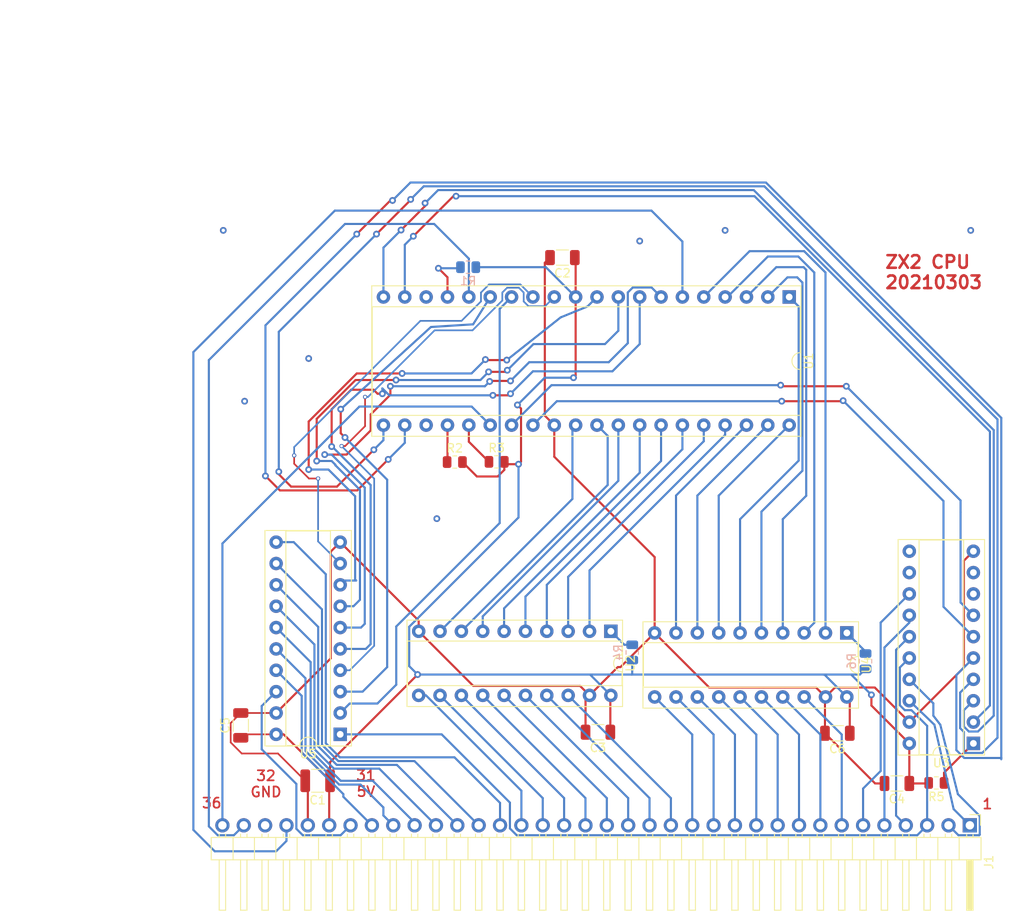
<source format=kicad_pcb>
(kicad_pcb (version 20171130) (host pcbnew "(5.1.7)-1")

  (general
    (thickness 1.6)
    (drawings 7)
    (tracks 544)
    (zones 0)
    (modules 18)
    (nets 72)
  )

  (page A4)
  (layers
    (0 F.Cu signal)
    (31 B.Cu signal)
    (32 B.Adhes user)
    (33 F.Adhes user)
    (34 B.Paste user)
    (35 F.Paste user)
    (36 B.SilkS user)
    (37 F.SilkS user)
    (38 B.Mask user)
    (39 F.Mask user)
    (40 Dwgs.User user)
    (41 Cmts.User user)
    (42 Eco1.User user)
    (43 Eco2.User user)
    (44 Edge.Cuts user)
    (45 Margin user)
    (46 B.CrtYd user)
    (47 F.CrtYd user)
    (48 B.Fab user)
    (49 F.Fab user)
  )

  (setup
    (last_trace_width 0.2)
    (user_trace_width 0.4)
    (trace_clearance 0.2)
    (zone_clearance 0.508)
    (zone_45_only no)
    (trace_min 0.2)
    (via_size 1.6)
    (via_drill 0.5)
    (via_min_size 0.4)
    (via_min_drill 0.3)
    (user_via 0.5 0.3)
    (uvia_size 0.3)
    (uvia_drill 0.1)
    (uvias_allowed no)
    (uvia_min_size 0.2)
    (uvia_min_drill 0.1)
    (edge_width 0.05)
    (segment_width 0.2)
    (pcb_text_width 0.3)
    (pcb_text_size 1.5 1.5)
    (mod_edge_width 0.12)
    (mod_text_size 1 1)
    (mod_text_width 0.15)
    (pad_size 1.524 1.524)
    (pad_drill 0.762)
    (pad_to_mask_clearance 0)
    (aux_axis_origin 0 0)
    (visible_elements FFFFFF7F)
    (pcbplotparams
      (layerselection 0x010fc_ffffffff)
      (usegerberextensions false)
      (usegerberattributes true)
      (usegerberadvancedattributes true)
      (creategerberjobfile true)
      (excludeedgelayer true)
      (linewidth 0.100000)
      (plotframeref false)
      (viasonmask false)
      (mode 1)
      (useauxorigin false)
      (hpglpennumber 1)
      (hpglpenspeed 20)
      (hpglpendiameter 15.000000)
      (psnegative false)
      (psa4output false)
      (plotreference true)
      (plotvalue true)
      (plotinvisibletext false)
      (padsonsilk false)
      (subtractmaskfromsilk false)
      (outputformat 1)
      (mirror false)
      (drillshape 1)
      (scaleselection 1)
      (outputdirectory ""))
  )

  (net 0 "")
  (net 1 /5V)
  (net 2 /GND)
  (net 3 /~MREQ)
  (net 4 /~IORQ)
  (net 5 /~RD)
  (net 6 /~WR)
  (net 7 /~RFSH)
  (net 8 /~M1)
  (net 9 /A15)
  (net 10 /A14)
  (net 11 /A13)
  (net 12 /A12)
  (net 13 /A11)
  (net 14 /A10)
  (net 15 /A9)
  (net 16 /A8)
  (net 17 /A7)
  (net 18 /A6)
  (net 19 /A5)
  (net 20 /A4)
  (net 21 /A3)
  (net 22 /A2)
  (net 23 /A1)
  (net 24 /A0)
  (net 25 /D7)
  (net 26 /D6)
  (net 27 /D5)
  (net 28 /D4)
  (net 29 /D3)
  (net 30 /D2)
  (net 31 /D1)
  (net 32 /D0)
  (net 33 /CLK)
  (net 34 /~INT)
  (net 35 /~RESET)
  (net 36 "Net-(R1-Pad1)")
  (net 37 "Net-(R2-Pad1)")
  (net 38 "Net-(R3-Pad1)")
  (net 39 "Net-(R4-Pad1)")
  (net 40 "Net-(R5-Pad1)")
  (net 41 "Net-(R6-Pad1)")
  (net 42 /A11CPU)
  (net 43 /~RDCPU)
  (net 44 /A12CPU)
  (net 45 /~WRCPU)
  (net 46 /A13CPU)
  (net 47 /A14CPU)
  (net 48 /A15CPU)
  (net 49 /D4CPU)
  (net 50 /~M1CPU)
  (net 51 /D3CPU)
  (net 52 /~RFSHCPU)
  (net 53 /D5CPU)
  (net 54 /D6CPU)
  (net 55 /A0CPU)
  (net 56 /A1CPU)
  (net 57 /D2CPU)
  (net 58 /A2CPU)
  (net 59 /D7CPU)
  (net 60 /A3CPU)
  (net 61 /D0CPU)
  (net 62 /A4CPU)
  (net 63 /D1CPU)
  (net 64 /A5CPU)
  (net 65 /A6CPU)
  (net 66 /A7CPU)
  (net 67 /A8CPU)
  (net 68 /~MREQCPU)
  (net 69 /A9CPU)
  (net 70 /~IORQCPU)
  (net 71 /A10CPU)

  (net_class Default "This is the default net class."
    (clearance 0.2)
    (trace_width 0.2)
    (via_dia 1.6)
    (via_drill 0.5)
    (uvia_dia 0.3)
    (uvia_drill 0.1)
    (add_net /5V)
    (add_net /A0)
    (add_net /A0CPU)
    (add_net /A1)
    (add_net /A10)
    (add_net /A10CPU)
    (add_net /A11)
    (add_net /A11CPU)
    (add_net /A12)
    (add_net /A12CPU)
    (add_net /A13)
    (add_net /A13CPU)
    (add_net /A14)
    (add_net /A14CPU)
    (add_net /A15)
    (add_net /A15CPU)
    (add_net /A1CPU)
    (add_net /A2)
    (add_net /A2CPU)
    (add_net /A3)
    (add_net /A3CPU)
    (add_net /A4)
    (add_net /A4CPU)
    (add_net /A5)
    (add_net /A5CPU)
    (add_net /A6)
    (add_net /A6CPU)
    (add_net /A7)
    (add_net /A7CPU)
    (add_net /A8)
    (add_net /A8CPU)
    (add_net /A9)
    (add_net /A9CPU)
    (add_net /CLK)
    (add_net /D0)
    (add_net /D0CPU)
    (add_net /D1)
    (add_net /D1CPU)
    (add_net /D2)
    (add_net /D2CPU)
    (add_net /D3)
    (add_net /D3CPU)
    (add_net /D4)
    (add_net /D4CPU)
    (add_net /D5)
    (add_net /D5CPU)
    (add_net /D6)
    (add_net /D6CPU)
    (add_net /D7)
    (add_net /D7CPU)
    (add_net /GND)
    (add_net /~INT)
    (add_net /~IORQ)
    (add_net /~IORQCPU)
    (add_net /~M1)
    (add_net /~M1CPU)
    (add_net /~MREQ)
    (add_net /~MREQCPU)
    (add_net /~RD)
    (add_net /~RDCPU)
    (add_net /~RESET)
    (add_net /~RFSH)
    (add_net /~RFSHCPU)
    (add_net /~WR)
    (add_net /~WRCPU)
    (add_net "Net-(R1-Pad1)")
    (add_net "Net-(R2-Pad1)")
    (add_net "Net-(R3-Pad1)")
    (add_net "Net-(R4-Pad1)")
    (add_net "Net-(R5-Pad1)")
    (add_net "Net-(R6-Pad1)")
  )

  (module Package_DIP:DIP-20_W7.62mm_Socket (layer F.Cu) (tedit 5A02E8C5) (tstamp 60401B96)
    (at 119.3165 132.334 180)
    (descr "20-lead though-hole mounted DIP package, row spacing 7.62 mm (300 mils), Socket")
    (tags "THT DIP DIL PDIP 2.54mm 7.62mm 300mil Socket")
    (path /60413AEA)
    (fp_text reference U5 (at 3.81 -2.33) (layer F.SilkS)
      (effects (font (size 1 1) (thickness 0.15)))
    )
    (fp_text value 74HC245 (at 3.81 25.19) (layer F.Fab)
      (effects (font (size 1 1) (thickness 0.15)))
    )
    (fp_text user %R (at 3.81 11.43) (layer F.Fab)
      (effects (font (size 1 1) (thickness 0.15)))
    )
    (fp_arc (start 3.81 -1.33) (end 2.81 -1.33) (angle -180) (layer F.SilkS) (width 0.12))
    (fp_line (start 1.635 -1.27) (end 6.985 -1.27) (layer F.Fab) (width 0.1))
    (fp_line (start 6.985 -1.27) (end 6.985 24.13) (layer F.Fab) (width 0.1))
    (fp_line (start 6.985 24.13) (end 0.635 24.13) (layer F.Fab) (width 0.1))
    (fp_line (start 0.635 24.13) (end 0.635 -0.27) (layer F.Fab) (width 0.1))
    (fp_line (start 0.635 -0.27) (end 1.635 -1.27) (layer F.Fab) (width 0.1))
    (fp_line (start -1.27 -1.33) (end -1.27 24.19) (layer F.Fab) (width 0.1))
    (fp_line (start -1.27 24.19) (end 8.89 24.19) (layer F.Fab) (width 0.1))
    (fp_line (start 8.89 24.19) (end 8.89 -1.33) (layer F.Fab) (width 0.1))
    (fp_line (start 8.89 -1.33) (end -1.27 -1.33) (layer F.Fab) (width 0.1))
    (fp_line (start 2.81 -1.33) (end 1.16 -1.33) (layer F.SilkS) (width 0.12))
    (fp_line (start 1.16 -1.33) (end 1.16 24.19) (layer F.SilkS) (width 0.12))
    (fp_line (start 1.16 24.19) (end 6.46 24.19) (layer F.SilkS) (width 0.12))
    (fp_line (start 6.46 24.19) (end 6.46 -1.33) (layer F.SilkS) (width 0.12))
    (fp_line (start 6.46 -1.33) (end 4.81 -1.33) (layer F.SilkS) (width 0.12))
    (fp_line (start -1.33 -1.39) (end -1.33 24.25) (layer F.SilkS) (width 0.12))
    (fp_line (start -1.33 24.25) (end 8.95 24.25) (layer F.SilkS) (width 0.12))
    (fp_line (start 8.95 24.25) (end 8.95 -1.39) (layer F.SilkS) (width 0.12))
    (fp_line (start 8.95 -1.39) (end -1.33 -1.39) (layer F.SilkS) (width 0.12))
    (fp_line (start -1.55 -1.6) (end -1.55 24.45) (layer F.CrtYd) (width 0.05))
    (fp_line (start -1.55 24.45) (end 9.15 24.45) (layer F.CrtYd) (width 0.05))
    (fp_line (start 9.15 24.45) (end 9.15 -1.6) (layer F.CrtYd) (width 0.05))
    (fp_line (start 9.15 -1.6) (end -1.55 -1.6) (layer F.CrtYd) (width 0.05))
    (pad 20 thru_hole oval (at 7.62 0 180) (size 1.6 1.6) (drill 0.8) (layers *.Cu *.Mask)
      (net 1 /5V))
    (pad 10 thru_hole oval (at 0 22.86 180) (size 1.6 1.6) (drill 0.8) (layers *.Cu *.Mask)
      (net 2 /GND))
    (pad 19 thru_hole oval (at 7.62 2.54 180) (size 1.6 1.6) (drill 0.8) (layers *.Cu *.Mask)
      (net 2 /GND))
    (pad 9 thru_hole oval (at 0 20.32 180) (size 1.6 1.6) (drill 0.8) (layers *.Cu *.Mask)
      (net 59 /D7CPU))
    (pad 18 thru_hole oval (at 7.62 5.08 180) (size 1.6 1.6) (drill 0.8) (layers *.Cu *.Mask)
      (net 32 /D0))
    (pad 8 thru_hole oval (at 0 17.78 180) (size 1.6 1.6) (drill 0.8) (layers *.Cu *.Mask)
      (net 54 /D6CPU))
    (pad 17 thru_hole oval (at 7.62 7.62 180) (size 1.6 1.6) (drill 0.8) (layers *.Cu *.Mask)
      (net 31 /D1))
    (pad 7 thru_hole oval (at 0 15.24 180) (size 1.6 1.6) (drill 0.8) (layers *.Cu *.Mask)
      (net 53 /D5CPU))
    (pad 16 thru_hole oval (at 7.62 10.16 180) (size 1.6 1.6) (drill 0.8) (layers *.Cu *.Mask)
      (net 30 /D2))
    (pad 6 thru_hole oval (at 0 12.7 180) (size 1.6 1.6) (drill 0.8) (layers *.Cu *.Mask)
      (net 49 /D4CPU))
    (pad 15 thru_hole oval (at 7.62 12.7 180) (size 1.6 1.6) (drill 0.8) (layers *.Cu *.Mask)
      (net 29 /D3))
    (pad 5 thru_hole oval (at 0 10.16 180) (size 1.6 1.6) (drill 0.8) (layers *.Cu *.Mask)
      (net 51 /D3CPU))
    (pad 14 thru_hole oval (at 7.62 15.24 180) (size 1.6 1.6) (drill 0.8) (layers *.Cu *.Mask)
      (net 28 /D4))
    (pad 4 thru_hole oval (at 0 7.62 180) (size 1.6 1.6) (drill 0.8) (layers *.Cu *.Mask)
      (net 57 /D2CPU))
    (pad 13 thru_hole oval (at 7.62 17.78 180) (size 1.6 1.6) (drill 0.8) (layers *.Cu *.Mask)
      (net 27 /D5))
    (pad 3 thru_hole oval (at 0 5.08 180) (size 1.6 1.6) (drill 0.8) (layers *.Cu *.Mask)
      (net 63 /D1CPU))
    (pad 12 thru_hole oval (at 7.62 20.32 180) (size 1.6 1.6) (drill 0.8) (layers *.Cu *.Mask)
      (net 26 /D6))
    (pad 2 thru_hole oval (at 0 2.54 180) (size 1.6 1.6) (drill 0.8) (layers *.Cu *.Mask)
      (net 61 /D0CPU))
    (pad 11 thru_hole oval (at 7.62 22.86 180) (size 1.6 1.6) (drill 0.8) (layers *.Cu *.Mask)
      (net 25 /D7))
    (pad 1 thru_hole rect (at 0 0 180) (size 1.6 1.6) (drill 0.8) (layers *.Cu *.Mask)
      (net 5 /~RD))
    (model ${KISYS3DMOD}/Package_DIP.3dshapes/DIP-20_W7.62mm_Socket.wrl
      (at (xyz 0 0 0))
      (scale (xyz 1 1 1))
      (rotate (xyz 0 0 0))
    )
  )

  (module Capacitor_SMD:C_1210_3225Metric (layer F.Cu) (tedit 5F68FEEE) (tstamp 604017EA)
    (at 116.635 137.8585 180)
    (descr "Capacitor SMD 1210 (3225 Metric), square (rectangular) end terminal, IPC_7351 nominal, (Body size source: IPC-SM-782 page 76, https://www.pcb-3d.com/wordpress/wp-content/uploads/ipc-sm-782a_amendment_1_and_2.pdf), generated with kicad-footprint-generator")
    (tags capacitor)
    (path /60415A54)
    (attr smd)
    (fp_text reference C1 (at 0 -2.3) (layer F.SilkS)
      (effects (font (size 1 1) (thickness 0.15)))
    )
    (fp_text value CP (at 0 2.3) (layer F.Fab)
      (effects (font (size 1 1) (thickness 0.15)))
    )
    (fp_line (start 2.3 1.6) (end -2.3 1.6) (layer F.CrtYd) (width 0.05))
    (fp_line (start 2.3 -1.6) (end 2.3 1.6) (layer F.CrtYd) (width 0.05))
    (fp_line (start -2.3 -1.6) (end 2.3 -1.6) (layer F.CrtYd) (width 0.05))
    (fp_line (start -2.3 1.6) (end -2.3 -1.6) (layer F.CrtYd) (width 0.05))
    (fp_line (start -0.711252 1.36) (end 0.711252 1.36) (layer F.SilkS) (width 0.12))
    (fp_line (start -0.711252 -1.36) (end 0.711252 -1.36) (layer F.SilkS) (width 0.12))
    (fp_line (start 1.6 1.25) (end -1.6 1.25) (layer F.Fab) (width 0.1))
    (fp_line (start 1.6 -1.25) (end 1.6 1.25) (layer F.Fab) (width 0.1))
    (fp_line (start -1.6 -1.25) (end 1.6 -1.25) (layer F.Fab) (width 0.1))
    (fp_line (start -1.6 1.25) (end -1.6 -1.25) (layer F.Fab) (width 0.1))
    (fp_text user %R (at 0 0) (layer F.Fab)
      (effects (font (size 0.8 0.8) (thickness 0.12)))
    )
    (pad 1 smd roundrect (at -1.475 0 180) (size 1.15 2.7) (layers F.Cu F.Paste F.Mask) (roundrect_rratio 0.217391)
      (net 1 /5V))
    (pad 2 smd roundrect (at 1.475 0 180) (size 1.15 2.7) (layers F.Cu F.Paste F.Mask) (roundrect_rratio 0.217391)
      (net 2 /GND))
    (model ${KISYS3DMOD}/Capacitor_SMD.3dshapes/C_1210_3225Metric.wrl
      (at (xyz 0 0 0))
      (scale (xyz 1 1 1))
      (rotate (xyz 0 0 0))
    )
  )

  (module Capacitor_SMD:C_1206_3216Metric (layer F.Cu) (tedit 5F68FEEE) (tstamp 604041EC)
    (at 145.747 75.6285 180)
    (descr "Capacitor SMD 1206 (3216 Metric), square (rectangular) end terminal, IPC_7351 nominal, (Body size source: IPC-SM-782 page 76, https://www.pcb-3d.com/wordpress/wp-content/uploads/ipc-sm-782a_amendment_1_and_2.pdf), generated with kicad-footprint-generator")
    (tags capacitor)
    (path /6044D8F1)
    (attr smd)
    (fp_text reference C2 (at 0 -1.85) (layer F.SilkS)
      (effects (font (size 1 1) (thickness 0.15)))
    )
    (fp_text value 100n (at 0 1.85) (layer F.Fab)
      (effects (font (size 1 1) (thickness 0.15)))
    )
    (fp_line (start 2.3 1.15) (end -2.3 1.15) (layer F.CrtYd) (width 0.05))
    (fp_line (start 2.3 -1.15) (end 2.3 1.15) (layer F.CrtYd) (width 0.05))
    (fp_line (start -2.3 -1.15) (end 2.3 -1.15) (layer F.CrtYd) (width 0.05))
    (fp_line (start -2.3 1.15) (end -2.3 -1.15) (layer F.CrtYd) (width 0.05))
    (fp_line (start -0.711252 0.91) (end 0.711252 0.91) (layer F.SilkS) (width 0.12))
    (fp_line (start -0.711252 -0.91) (end 0.711252 -0.91) (layer F.SilkS) (width 0.12))
    (fp_line (start 1.6 0.8) (end -1.6 0.8) (layer F.Fab) (width 0.1))
    (fp_line (start 1.6 -0.8) (end 1.6 0.8) (layer F.Fab) (width 0.1))
    (fp_line (start -1.6 -0.8) (end 1.6 -0.8) (layer F.Fab) (width 0.1))
    (fp_line (start -1.6 0.8) (end -1.6 -0.8) (layer F.Fab) (width 0.1))
    (fp_text user %R (at 0 0) (layer F.Fab)
      (effects (font (size 0.8 0.8) (thickness 0.12)))
    )
    (pad 1 smd roundrect (at -1.475 0 180) (size 1.15 1.8) (layers F.Cu F.Paste F.Mask) (roundrect_rratio 0.217391)
      (net 1 /5V))
    (pad 2 smd roundrect (at 1.475 0 180) (size 1.15 1.8) (layers F.Cu F.Paste F.Mask) (roundrect_rratio 0.217391)
      (net 2 /GND))
    (model ${KISYS3DMOD}/Capacitor_SMD.3dshapes/C_1206_3216Metric.wrl
      (at (xyz 0 0 0))
      (scale (xyz 1 1 1))
      (rotate (xyz 0 0 0))
    )
  )

  (module Capacitor_SMD:C_1206_3216Metric (layer F.Cu) (tedit 5F68FEEE) (tstamp 6040426E)
    (at 149.9725 132.08 180)
    (descr "Capacitor SMD 1206 (3216 Metric), square (rectangular) end terminal, IPC_7351 nominal, (Body size source: IPC-SM-782 page 76, https://www.pcb-3d.com/wordpress/wp-content/uploads/ipc-sm-782a_amendment_1_and_2.pdf), generated with kicad-footprint-generator")
    (tags capacitor)
    (path /6044C664)
    (attr smd)
    (fp_text reference C3 (at 0 -1.85) (layer F.SilkS)
      (effects (font (size 1 1) (thickness 0.15)))
    )
    (fp_text value 100n (at 0 1.85) (layer F.Fab)
      (effects (font (size 1 1) (thickness 0.15)))
    )
    (fp_line (start 2.3 1.15) (end -2.3 1.15) (layer F.CrtYd) (width 0.05))
    (fp_line (start 2.3 -1.15) (end 2.3 1.15) (layer F.CrtYd) (width 0.05))
    (fp_line (start -2.3 -1.15) (end 2.3 -1.15) (layer F.CrtYd) (width 0.05))
    (fp_line (start -2.3 1.15) (end -2.3 -1.15) (layer F.CrtYd) (width 0.05))
    (fp_line (start -0.711252 0.91) (end 0.711252 0.91) (layer F.SilkS) (width 0.12))
    (fp_line (start -0.711252 -0.91) (end 0.711252 -0.91) (layer F.SilkS) (width 0.12))
    (fp_line (start 1.6 0.8) (end -1.6 0.8) (layer F.Fab) (width 0.1))
    (fp_line (start 1.6 -0.8) (end 1.6 0.8) (layer F.Fab) (width 0.1))
    (fp_line (start -1.6 -0.8) (end 1.6 -0.8) (layer F.Fab) (width 0.1))
    (fp_line (start -1.6 0.8) (end -1.6 -0.8) (layer F.Fab) (width 0.1))
    (fp_text user %R (at 0 0) (layer F.Fab)
      (effects (font (size 0.8 0.8) (thickness 0.12)))
    )
    (pad 1 smd roundrect (at -1.475 0 180) (size 1.15 1.8) (layers F.Cu F.Paste F.Mask) (roundrect_rratio 0.217391)
      (net 1 /5V))
    (pad 2 smd roundrect (at 1.475 0 180) (size 1.15 1.8) (layers F.Cu F.Paste F.Mask) (roundrect_rratio 0.217391)
      (net 2 /GND))
    (model ${KISYS3DMOD}/Capacitor_SMD.3dshapes/C_1206_3216Metric.wrl
      (at (xyz 0 0 0))
      (scale (xyz 1 1 1))
      (rotate (xyz 0 0 0))
    )
  )

  (module Capacitor_SMD:C_1206_3216Metric (layer F.Cu) (tedit 5F68FEEE) (tstamp 6040181D)
    (at 185.5325 138.176 180)
    (descr "Capacitor SMD 1206 (3216 Metric), square (rectangular) end terminal, IPC_7351 nominal, (Body size source: IPC-SM-782 page 76, https://www.pcb-3d.com/wordpress/wp-content/uploads/ipc-sm-782a_amendment_1_and_2.pdf), generated with kicad-footprint-generator")
    (tags capacitor)
    (path /6044D4C4)
    (attr smd)
    (fp_text reference C4 (at 0 -1.85) (layer F.SilkS)
      (effects (font (size 1 1) (thickness 0.15)))
    )
    (fp_text value 100n (at 0 1.85) (layer F.Fab)
      (effects (font (size 1 1) (thickness 0.15)))
    )
    (fp_text user %R (at 0 0) (layer F.Fab)
      (effects (font (size 0.8 0.8) (thickness 0.12)))
    )
    (fp_line (start -1.6 0.8) (end -1.6 -0.8) (layer F.Fab) (width 0.1))
    (fp_line (start -1.6 -0.8) (end 1.6 -0.8) (layer F.Fab) (width 0.1))
    (fp_line (start 1.6 -0.8) (end 1.6 0.8) (layer F.Fab) (width 0.1))
    (fp_line (start 1.6 0.8) (end -1.6 0.8) (layer F.Fab) (width 0.1))
    (fp_line (start -0.711252 -0.91) (end 0.711252 -0.91) (layer F.SilkS) (width 0.12))
    (fp_line (start -0.711252 0.91) (end 0.711252 0.91) (layer F.SilkS) (width 0.12))
    (fp_line (start -2.3 1.15) (end -2.3 -1.15) (layer F.CrtYd) (width 0.05))
    (fp_line (start -2.3 -1.15) (end 2.3 -1.15) (layer F.CrtYd) (width 0.05))
    (fp_line (start 2.3 -1.15) (end 2.3 1.15) (layer F.CrtYd) (width 0.05))
    (fp_line (start 2.3 1.15) (end -2.3 1.15) (layer F.CrtYd) (width 0.05))
    (pad 2 smd roundrect (at 1.475 0 180) (size 1.15 1.8) (layers F.Cu F.Paste F.Mask) (roundrect_rratio 0.217391)
      (net 2 /GND))
    (pad 1 smd roundrect (at -1.475 0 180) (size 1.15 1.8) (layers F.Cu F.Paste F.Mask) (roundrect_rratio 0.217391)
      (net 1 /5V))
    (model ${KISYS3DMOD}/Capacitor_SMD.3dshapes/C_1206_3216Metric.wrl
      (at (xyz 0 0 0))
      (scale (xyz 1 1 1))
      (rotate (xyz 0 0 0))
    )
  )

  (module Capacitor_SMD:C_1206_3216Metric (layer F.Cu) (tedit 5F68FEEE) (tstamp 60406CEC)
    (at 107.4928 131.269 90)
    (descr "Capacitor SMD 1206 (3216 Metric), square (rectangular) end terminal, IPC_7351 nominal, (Body size source: IPC-SM-782 page 76, https://www.pcb-3d.com/wordpress/wp-content/uploads/ipc-sm-782a_amendment_1_and_2.pdf), generated with kicad-footprint-generator")
    (tags capacitor)
    (path /6044CC06)
    (attr smd)
    (fp_text reference C5 (at 0 -1.85 90) (layer F.SilkS)
      (effects (font (size 1 1) (thickness 0.15)))
    )
    (fp_text value 100n (at 0 1.85 90) (layer F.Fab)
      (effects (font (size 1 1) (thickness 0.15)))
    )
    (fp_text user %R (at 0 0 90) (layer F.Fab)
      (effects (font (size 0.8 0.8) (thickness 0.12)))
    )
    (fp_line (start -1.6 0.8) (end -1.6 -0.8) (layer F.Fab) (width 0.1))
    (fp_line (start -1.6 -0.8) (end 1.6 -0.8) (layer F.Fab) (width 0.1))
    (fp_line (start 1.6 -0.8) (end 1.6 0.8) (layer F.Fab) (width 0.1))
    (fp_line (start 1.6 0.8) (end -1.6 0.8) (layer F.Fab) (width 0.1))
    (fp_line (start -0.711252 -0.91) (end 0.711252 -0.91) (layer F.SilkS) (width 0.12))
    (fp_line (start -0.711252 0.91) (end 0.711252 0.91) (layer F.SilkS) (width 0.12))
    (fp_line (start -2.3 1.15) (end -2.3 -1.15) (layer F.CrtYd) (width 0.05))
    (fp_line (start -2.3 -1.15) (end 2.3 -1.15) (layer F.CrtYd) (width 0.05))
    (fp_line (start 2.3 -1.15) (end 2.3 1.15) (layer F.CrtYd) (width 0.05))
    (fp_line (start 2.3 1.15) (end -2.3 1.15) (layer F.CrtYd) (width 0.05))
    (pad 2 smd roundrect (at 1.475 0 90) (size 1.15 1.8) (layers F.Cu F.Paste F.Mask) (roundrect_rratio 0.217391)
      (net 2 /GND))
    (pad 1 smd roundrect (at -1.475 0 90) (size 1.15 1.8) (layers F.Cu F.Paste F.Mask) (roundrect_rratio 0.217391)
      (net 1 /5V))
    (model ${KISYS3DMOD}/Capacitor_SMD.3dshapes/C_1206_3216Metric.wrl
      (at (xyz 0 0 0))
      (scale (xyz 1 1 1))
      (rotate (xyz 0 0 0))
    )
  )

  (module Capacitor_SMD:C_1206_3216Metric (layer F.Cu) (tedit 5F68FEEE) (tstamp 60404341)
    (at 178.4495 132.207 180)
    (descr "Capacitor SMD 1206 (3216 Metric), square (rectangular) end terminal, IPC_7351 nominal, (Body size source: IPC-SM-782 page 76, https://www.pcb-3d.com/wordpress/wp-content/uploads/ipc-sm-782a_amendment_1_and_2.pdf), generated with kicad-footprint-generator")
    (tags capacitor)
    (path /6044CFB6)
    (attr smd)
    (fp_text reference C6 (at 0 -1.85) (layer F.SilkS)
      (effects (font (size 1 1) (thickness 0.15)))
    )
    (fp_text value 100n (at 0 1.85) (layer F.Fab)
      (effects (font (size 1 1) (thickness 0.15)))
    )
    (fp_line (start 2.3 1.15) (end -2.3 1.15) (layer F.CrtYd) (width 0.05))
    (fp_line (start 2.3 -1.15) (end 2.3 1.15) (layer F.CrtYd) (width 0.05))
    (fp_line (start -2.3 -1.15) (end 2.3 -1.15) (layer F.CrtYd) (width 0.05))
    (fp_line (start -2.3 1.15) (end -2.3 -1.15) (layer F.CrtYd) (width 0.05))
    (fp_line (start -0.711252 0.91) (end 0.711252 0.91) (layer F.SilkS) (width 0.12))
    (fp_line (start -0.711252 -0.91) (end 0.711252 -0.91) (layer F.SilkS) (width 0.12))
    (fp_line (start 1.6 0.8) (end -1.6 0.8) (layer F.Fab) (width 0.1))
    (fp_line (start 1.6 -0.8) (end 1.6 0.8) (layer F.Fab) (width 0.1))
    (fp_line (start -1.6 -0.8) (end 1.6 -0.8) (layer F.Fab) (width 0.1))
    (fp_line (start -1.6 0.8) (end -1.6 -0.8) (layer F.Fab) (width 0.1))
    (fp_text user %R (at 0 0) (layer F.Fab)
      (effects (font (size 0.8 0.8) (thickness 0.12)))
    )
    (pad 1 smd roundrect (at -1.475 0 180) (size 1.15 1.8) (layers F.Cu F.Paste F.Mask) (roundrect_rratio 0.217391)
      (net 1 /5V))
    (pad 2 smd roundrect (at 1.475 0 180) (size 1.15 1.8) (layers F.Cu F.Paste F.Mask) (roundrect_rratio 0.217391)
      (net 2 /GND))
    (model ${KISYS3DMOD}/Capacitor_SMD.3dshapes/C_1206_3216Metric.wrl
      (at (xyz 0 0 0))
      (scale (xyz 1 1 1))
      (rotate (xyz 0 0 0))
    )
  )

  (module Connector_PinHeader_2.54mm:PinHeader_1x36_P2.54mm_Horizontal (layer F.Cu) (tedit 59FED5CB) (tstamp 60401A2C)
    (at 194.2084 143.1544 270)
    (descr "Through hole angled pin header, 1x36, 2.54mm pitch, 6mm pin length, single row")
    (tags "Through hole angled pin header THT 1x36 2.54mm single row")
    (path /6040D1BA)
    (fp_text reference J1 (at 4.385 -2.27 90) (layer F.SilkS)
      (effects (font (size 1 1) (thickness 0.15)))
    )
    (fp_text value Conn_01x36 (at 4.385 91.17 90) (layer F.Fab)
      (effects (font (size 1 1) (thickness 0.15)))
    )
    (fp_line (start 10.55 -1.8) (end -1.8 -1.8) (layer F.CrtYd) (width 0.05))
    (fp_line (start 10.55 90.7) (end 10.55 -1.8) (layer F.CrtYd) (width 0.05))
    (fp_line (start -1.8 90.7) (end 10.55 90.7) (layer F.CrtYd) (width 0.05))
    (fp_line (start -1.8 -1.8) (end -1.8 90.7) (layer F.CrtYd) (width 0.05))
    (fp_line (start -1.27 -1.27) (end 0 -1.27) (layer F.SilkS) (width 0.12))
    (fp_line (start -1.27 0) (end -1.27 -1.27) (layer F.SilkS) (width 0.12))
    (fp_line (start 1.042929 89.28) (end 1.44 89.28) (layer F.SilkS) (width 0.12))
    (fp_line (start 1.042929 88.52) (end 1.44 88.52) (layer F.SilkS) (width 0.12))
    (fp_line (start 10.1 89.28) (end 4.1 89.28) (layer F.SilkS) (width 0.12))
    (fp_line (start 10.1 88.52) (end 10.1 89.28) (layer F.SilkS) (width 0.12))
    (fp_line (start 4.1 88.52) (end 10.1 88.52) (layer F.SilkS) (width 0.12))
    (fp_line (start 1.44 87.63) (end 4.1 87.63) (layer F.SilkS) (width 0.12))
    (fp_line (start 1.042929 86.74) (end 1.44 86.74) (layer F.SilkS) (width 0.12))
    (fp_line (start 1.042929 85.98) (end 1.44 85.98) (layer F.SilkS) (width 0.12))
    (fp_line (start 10.1 86.74) (end 4.1 86.74) (layer F.SilkS) (width 0.12))
    (fp_line (start 10.1 85.98) (end 10.1 86.74) (layer F.SilkS) (width 0.12))
    (fp_line (start 4.1 85.98) (end 10.1 85.98) (layer F.SilkS) (width 0.12))
    (fp_line (start 1.44 85.09) (end 4.1 85.09) (layer F.SilkS) (width 0.12))
    (fp_line (start 1.042929 84.2) (end 1.44 84.2) (layer F.SilkS) (width 0.12))
    (fp_line (start 1.042929 83.44) (end 1.44 83.44) (layer F.SilkS) (width 0.12))
    (fp_line (start 10.1 84.2) (end 4.1 84.2) (layer F.SilkS) (width 0.12))
    (fp_line (start 10.1 83.44) (end 10.1 84.2) (layer F.SilkS) (width 0.12))
    (fp_line (start 4.1 83.44) (end 10.1 83.44) (layer F.SilkS) (width 0.12))
    (fp_line (start 1.44 82.55) (end 4.1 82.55) (layer F.SilkS) (width 0.12))
    (fp_line (start 1.042929 81.66) (end 1.44 81.66) (layer F.SilkS) (width 0.12))
    (fp_line (start 1.042929 80.9) (end 1.44 80.9) (layer F.SilkS) (width 0.12))
    (fp_line (start 10.1 81.66) (end 4.1 81.66) (layer F.SilkS) (width 0.12))
    (fp_line (start 10.1 80.9) (end 10.1 81.66) (layer F.SilkS) (width 0.12))
    (fp_line (start 4.1 80.9) (end 10.1 80.9) (layer F.SilkS) (width 0.12))
    (fp_line (start 1.44 80.01) (end 4.1 80.01) (layer F.SilkS) (width 0.12))
    (fp_line (start 1.042929 79.12) (end 1.44 79.12) (layer F.SilkS) (width 0.12))
    (fp_line (start 1.042929 78.36) (end 1.44 78.36) (layer F.SilkS) (width 0.12))
    (fp_line (start 10.1 79.12) (end 4.1 79.12) (layer F.SilkS) (width 0.12))
    (fp_line (start 10.1 78.36) (end 10.1 79.12) (layer F.SilkS) (width 0.12))
    (fp_line (start 4.1 78.36) (end 10.1 78.36) (layer F.SilkS) (width 0.12))
    (fp_line (start 1.44 77.47) (end 4.1 77.47) (layer F.SilkS) (width 0.12))
    (fp_line (start 1.042929 76.58) (end 1.44 76.58) (layer F.SilkS) (width 0.12))
    (fp_line (start 1.042929 75.82) (end 1.44 75.82) (layer F.SilkS) (width 0.12))
    (fp_line (start 10.1 76.58) (end 4.1 76.58) (layer F.SilkS) (width 0.12))
    (fp_line (start 10.1 75.82) (end 10.1 76.58) (layer F.SilkS) (width 0.12))
    (fp_line (start 4.1 75.82) (end 10.1 75.82) (layer F.SilkS) (width 0.12))
    (fp_line (start 1.44 74.93) (end 4.1 74.93) (layer F.SilkS) (width 0.12))
    (fp_line (start 1.042929 74.04) (end 1.44 74.04) (layer F.SilkS) (width 0.12))
    (fp_line (start 1.042929 73.28) (end 1.44 73.28) (layer F.SilkS) (width 0.12))
    (fp_line (start 10.1 74.04) (end 4.1 74.04) (layer F.SilkS) (width 0.12))
    (fp_line (start 10.1 73.28) (end 10.1 74.04) (layer F.SilkS) (width 0.12))
    (fp_line (start 4.1 73.28) (end 10.1 73.28) (layer F.SilkS) (width 0.12))
    (fp_line (start 1.44 72.39) (end 4.1 72.39) (layer F.SilkS) (width 0.12))
    (fp_line (start 1.042929 71.5) (end 1.44 71.5) (layer F.SilkS) (width 0.12))
    (fp_line (start 1.042929 70.74) (end 1.44 70.74) (layer F.SilkS) (width 0.12))
    (fp_line (start 10.1 71.5) (end 4.1 71.5) (layer F.SilkS) (width 0.12))
    (fp_line (start 10.1 70.74) (end 10.1 71.5) (layer F.SilkS) (width 0.12))
    (fp_line (start 4.1 70.74) (end 10.1 70.74) (layer F.SilkS) (width 0.12))
    (fp_line (start 1.44 69.85) (end 4.1 69.85) (layer F.SilkS) (width 0.12))
    (fp_line (start 1.042929 68.96) (end 1.44 68.96) (layer F.SilkS) (width 0.12))
    (fp_line (start 1.042929 68.2) (end 1.44 68.2) (layer F.SilkS) (width 0.12))
    (fp_line (start 10.1 68.96) (end 4.1 68.96) (layer F.SilkS) (width 0.12))
    (fp_line (start 10.1 68.2) (end 10.1 68.96) (layer F.SilkS) (width 0.12))
    (fp_line (start 4.1 68.2) (end 10.1 68.2) (layer F.SilkS) (width 0.12))
    (fp_line (start 1.44 67.31) (end 4.1 67.31) (layer F.SilkS) (width 0.12))
    (fp_line (start 1.042929 66.42) (end 1.44 66.42) (layer F.SilkS) (width 0.12))
    (fp_line (start 1.042929 65.66) (end 1.44 65.66) (layer F.SilkS) (width 0.12))
    (fp_line (start 10.1 66.42) (end 4.1 66.42) (layer F.SilkS) (width 0.12))
    (fp_line (start 10.1 65.66) (end 10.1 66.42) (layer F.SilkS) (width 0.12))
    (fp_line (start 4.1 65.66) (end 10.1 65.66) (layer F.SilkS) (width 0.12))
    (fp_line (start 1.44 64.77) (end 4.1 64.77) (layer F.SilkS) (width 0.12))
    (fp_line (start 1.042929 63.88) (end 1.44 63.88) (layer F.SilkS) (width 0.12))
    (fp_line (start 1.042929 63.12) (end 1.44 63.12) (layer F.SilkS) (width 0.12))
    (fp_line (start 10.1 63.88) (end 4.1 63.88) (layer F.SilkS) (width 0.12))
    (fp_line (start 10.1 63.12) (end 10.1 63.88) (layer F.SilkS) (width 0.12))
    (fp_line (start 4.1 63.12) (end 10.1 63.12) (layer F.SilkS) (width 0.12))
    (fp_line (start 1.44 62.23) (end 4.1 62.23) (layer F.SilkS) (width 0.12))
    (fp_line (start 1.042929 61.34) (end 1.44 61.34) (layer F.SilkS) (width 0.12))
    (fp_line (start 1.042929 60.58) (end 1.44 60.58) (layer F.SilkS) (width 0.12))
    (fp_line (start 10.1 61.34) (end 4.1 61.34) (layer F.SilkS) (width 0.12))
    (fp_line (start 10.1 60.58) (end 10.1 61.34) (layer F.SilkS) (width 0.12))
    (fp_line (start 4.1 60.58) (end 10.1 60.58) (layer F.SilkS) (width 0.12))
    (fp_line (start 1.44 59.69) (end 4.1 59.69) (layer F.SilkS) (width 0.12))
    (fp_line (start 1.042929 58.8) (end 1.44 58.8) (layer F.SilkS) (width 0.12))
    (fp_line (start 1.042929 58.04) (end 1.44 58.04) (layer F.SilkS) (width 0.12))
    (fp_line (start 10.1 58.8) (end 4.1 58.8) (layer F.SilkS) (width 0.12))
    (fp_line (start 10.1 58.04) (end 10.1 58.8) (layer F.SilkS) (width 0.12))
    (fp_line (start 4.1 58.04) (end 10.1 58.04) (layer F.SilkS) (width 0.12))
    (fp_line (start 1.44 57.15) (end 4.1 57.15) (layer F.SilkS) (width 0.12))
    (fp_line (start 1.042929 56.26) (end 1.44 56.26) (layer F.SilkS) (width 0.12))
    (fp_line (start 1.042929 55.5) (end 1.44 55.5) (layer F.SilkS) (width 0.12))
    (fp_line (start 10.1 56.26) (end 4.1 56.26) (layer F.SilkS) (width 0.12))
    (fp_line (start 10.1 55.5) (end 10.1 56.26) (layer F.SilkS) (width 0.12))
    (fp_line (start 4.1 55.5) (end 10.1 55.5) (layer F.SilkS) (width 0.12))
    (fp_line (start 1.44 54.61) (end 4.1 54.61) (layer F.SilkS) (width 0.12))
    (fp_line (start 1.042929 53.72) (end 1.44 53.72) (layer F.SilkS) (width 0.12))
    (fp_line (start 1.042929 52.96) (end 1.44 52.96) (layer F.SilkS) (width 0.12))
    (fp_line (start 10.1 53.72) (end 4.1 53.72) (layer F.SilkS) (width 0.12))
    (fp_line (start 10.1 52.96) (end 10.1 53.72) (layer F.SilkS) (width 0.12))
    (fp_line (start 4.1 52.96) (end 10.1 52.96) (layer F.SilkS) (width 0.12))
    (fp_line (start 1.44 52.07) (end 4.1 52.07) (layer F.SilkS) (width 0.12))
    (fp_line (start 1.042929 51.18) (end 1.44 51.18) (layer F.SilkS) (width 0.12))
    (fp_line (start 1.042929 50.42) (end 1.44 50.42) (layer F.SilkS) (width 0.12))
    (fp_line (start 10.1 51.18) (end 4.1 51.18) (layer F.SilkS) (width 0.12))
    (fp_line (start 10.1 50.42) (end 10.1 51.18) (layer F.SilkS) (width 0.12))
    (fp_line (start 4.1 50.42) (end 10.1 50.42) (layer F.SilkS) (width 0.12))
    (fp_line (start 1.44 49.53) (end 4.1 49.53) (layer F.SilkS) (width 0.12))
    (fp_line (start 1.042929 48.64) (end 1.44 48.64) (layer F.SilkS) (width 0.12))
    (fp_line (start 1.042929 47.88) (end 1.44 47.88) (layer F.SilkS) (width 0.12))
    (fp_line (start 10.1 48.64) (end 4.1 48.64) (layer F.SilkS) (width 0.12))
    (fp_line (start 10.1 47.88) (end 10.1 48.64) (layer F.SilkS) (width 0.12))
    (fp_line (start 4.1 47.88) (end 10.1 47.88) (layer F.SilkS) (width 0.12))
    (fp_line (start 1.44 46.99) (end 4.1 46.99) (layer F.SilkS) (width 0.12))
    (fp_line (start 1.042929 46.1) (end 1.44 46.1) (layer F.SilkS) (width 0.12))
    (fp_line (start 1.042929 45.34) (end 1.44 45.34) (layer F.SilkS) (width 0.12))
    (fp_line (start 10.1 46.1) (end 4.1 46.1) (layer F.SilkS) (width 0.12))
    (fp_line (start 10.1 45.34) (end 10.1 46.1) (layer F.SilkS) (width 0.12))
    (fp_line (start 4.1 45.34) (end 10.1 45.34) (layer F.SilkS) (width 0.12))
    (fp_line (start 1.44 44.45) (end 4.1 44.45) (layer F.SilkS) (width 0.12))
    (fp_line (start 1.042929 43.56) (end 1.44 43.56) (layer F.SilkS) (width 0.12))
    (fp_line (start 1.042929 42.8) (end 1.44 42.8) (layer F.SilkS) (width 0.12))
    (fp_line (start 10.1 43.56) (end 4.1 43.56) (layer F.SilkS) (width 0.12))
    (fp_line (start 10.1 42.8) (end 10.1 43.56) (layer F.SilkS) (width 0.12))
    (fp_line (start 4.1 42.8) (end 10.1 42.8) (layer F.SilkS) (width 0.12))
    (fp_line (start 1.44 41.91) (end 4.1 41.91) (layer F.SilkS) (width 0.12))
    (fp_line (start 1.042929 41.02) (end 1.44 41.02) (layer F.SilkS) (width 0.12))
    (fp_line (start 1.042929 40.26) (end 1.44 40.26) (layer F.SilkS) (width 0.12))
    (fp_line (start 10.1 41.02) (end 4.1 41.02) (layer F.SilkS) (width 0.12))
    (fp_line (start 10.1 40.26) (end 10.1 41.02) (layer F.SilkS) (width 0.12))
    (fp_line (start 4.1 40.26) (end 10.1 40.26) (layer F.SilkS) (width 0.12))
    (fp_line (start 1.44 39.37) (end 4.1 39.37) (layer F.SilkS) (width 0.12))
    (fp_line (start 1.042929 38.48) (end 1.44 38.48) (layer F.SilkS) (width 0.12))
    (fp_line (start 1.042929 37.72) (end 1.44 37.72) (layer F.SilkS) (width 0.12))
    (fp_line (start 10.1 38.48) (end 4.1 38.48) (layer F.SilkS) (width 0.12))
    (fp_line (start 10.1 37.72) (end 10.1 38.48) (layer F.SilkS) (width 0.12))
    (fp_line (start 4.1 37.72) (end 10.1 37.72) (layer F.SilkS) (width 0.12))
    (fp_line (start 1.44 36.83) (end 4.1 36.83) (layer F.SilkS) (width 0.12))
    (fp_line (start 1.042929 35.94) (end 1.44 35.94) (layer F.SilkS) (width 0.12))
    (fp_line (start 1.042929 35.18) (end 1.44 35.18) (layer F.SilkS) (width 0.12))
    (fp_line (start 10.1 35.94) (end 4.1 35.94) (layer F.SilkS) (width 0.12))
    (fp_line (start 10.1 35.18) (end 10.1 35.94) (layer F.SilkS) (width 0.12))
    (fp_line (start 4.1 35.18) (end 10.1 35.18) (layer F.SilkS) (width 0.12))
    (fp_line (start 1.44 34.29) (end 4.1 34.29) (layer F.SilkS) (width 0.12))
    (fp_line (start 1.042929 33.4) (end 1.44 33.4) (layer F.SilkS) (width 0.12))
    (fp_line (start 1.042929 32.64) (end 1.44 32.64) (layer F.SilkS) (width 0.12))
    (fp_line (start 10.1 33.4) (end 4.1 33.4) (layer F.SilkS) (width 0.12))
    (fp_line (start 10.1 32.64) (end 10.1 33.4) (layer F.SilkS) (width 0.12))
    (fp_line (start 4.1 32.64) (end 10.1 32.64) (layer F.SilkS) (width 0.12))
    (fp_line (start 1.44 31.75) (end 4.1 31.75) (layer F.SilkS) (width 0.12))
    (fp_line (start 1.042929 30.86) (end 1.44 30.86) (layer F.SilkS) (width 0.12))
    (fp_line (start 1.042929 30.1) (end 1.44 30.1) (layer F.SilkS) (width 0.12))
    (fp_line (start 10.1 30.86) (end 4.1 30.86) (layer F.SilkS) (width 0.12))
    (fp_line (start 10.1 30.1) (end 10.1 30.86) (layer F.SilkS) (width 0.12))
    (fp_line (start 4.1 30.1) (end 10.1 30.1) (layer F.SilkS) (width 0.12))
    (fp_line (start 1.44 29.21) (end 4.1 29.21) (layer F.SilkS) (width 0.12))
    (fp_line (start 1.042929 28.32) (end 1.44 28.32) (layer F.SilkS) (width 0.12))
    (fp_line (start 1.042929 27.56) (end 1.44 27.56) (layer F.SilkS) (width 0.12))
    (fp_line (start 10.1 28.32) (end 4.1 28.32) (layer F.SilkS) (width 0.12))
    (fp_line (start 10.1 27.56) (end 10.1 28.32) (layer F.SilkS) (width 0.12))
    (fp_line (start 4.1 27.56) (end 10.1 27.56) (layer F.SilkS) (width 0.12))
    (fp_line (start 1.44 26.67) (end 4.1 26.67) (layer F.SilkS) (width 0.12))
    (fp_line (start 1.042929 25.78) (end 1.44 25.78) (layer F.SilkS) (width 0.12))
    (fp_line (start 1.042929 25.02) (end 1.44 25.02) (layer F.SilkS) (width 0.12))
    (fp_line (start 10.1 25.78) (end 4.1 25.78) (layer F.SilkS) (width 0.12))
    (fp_line (start 10.1 25.02) (end 10.1 25.78) (layer F.SilkS) (width 0.12))
    (fp_line (start 4.1 25.02) (end 10.1 25.02) (layer F.SilkS) (width 0.12))
    (fp_line (start 1.44 24.13) (end 4.1 24.13) (layer F.SilkS) (width 0.12))
    (fp_line (start 1.042929 23.24) (end 1.44 23.24) (layer F.SilkS) (width 0.12))
    (fp_line (start 1.042929 22.48) (end 1.44 22.48) (layer F.SilkS) (width 0.12))
    (fp_line (start 10.1 23.24) (end 4.1 23.24) (layer F.SilkS) (width 0.12))
    (fp_line (start 10.1 22.48) (end 10.1 23.24) (layer F.SilkS) (width 0.12))
    (fp_line (start 4.1 22.48) (end 10.1 22.48) (layer F.SilkS) (width 0.12))
    (fp_line (start 1.44 21.59) (end 4.1 21.59) (layer F.SilkS) (width 0.12))
    (fp_line (start 1.042929 20.7) (end 1.44 20.7) (layer F.SilkS) (width 0.12))
    (fp_line (start 1.042929 19.94) (end 1.44 19.94) (layer F.SilkS) (width 0.12))
    (fp_line (start 10.1 20.7) (end 4.1 20.7) (layer F.SilkS) (width 0.12))
    (fp_line (start 10.1 19.94) (end 10.1 20.7) (layer F.SilkS) (width 0.12))
    (fp_line (start 4.1 19.94) (end 10.1 19.94) (layer F.SilkS) (width 0.12))
    (fp_line (start 1.44 19.05) (end 4.1 19.05) (layer F.SilkS) (width 0.12))
    (fp_line (start 1.042929 18.16) (end 1.44 18.16) (layer F.SilkS) (width 0.12))
    (fp_line (start 1.042929 17.4) (end 1.44 17.4) (layer F.SilkS) (width 0.12))
    (fp_line (start 10.1 18.16) (end 4.1 18.16) (layer F.SilkS) (width 0.12))
    (fp_line (start 10.1 17.4) (end 10.1 18.16) (layer F.SilkS) (width 0.12))
    (fp_line (start 4.1 17.4) (end 10.1 17.4) (layer F.SilkS) (width 0.12))
    (fp_line (start 1.44 16.51) (end 4.1 16.51) (layer F.SilkS) (width 0.12))
    (fp_line (start 1.042929 15.62) (end 1.44 15.62) (layer F.SilkS) (width 0.12))
    (fp_line (start 1.042929 14.86) (end 1.44 14.86) (layer F.SilkS) (width 0.12))
    (fp_line (start 10.1 15.62) (end 4.1 15.62) (layer F.SilkS) (width 0.12))
    (fp_line (start 10.1 14.86) (end 10.1 15.62) (layer F.SilkS) (width 0.12))
    (fp_line (start 4.1 14.86) (end 10.1 14.86) (layer F.SilkS) (width 0.12))
    (fp_line (start 1.44 13.97) (end 4.1 13.97) (layer F.SilkS) (width 0.12))
    (fp_line (start 1.042929 13.08) (end 1.44 13.08) (layer F.SilkS) (width 0.12))
    (fp_line (start 1.042929 12.32) (end 1.44 12.32) (layer F.SilkS) (width 0.12))
    (fp_line (start 10.1 13.08) (end 4.1 13.08) (layer F.SilkS) (width 0.12))
    (fp_line (start 10.1 12.32) (end 10.1 13.08) (layer F.SilkS) (width 0.12))
    (fp_line (start 4.1 12.32) (end 10.1 12.32) (layer F.SilkS) (width 0.12))
    (fp_line (start 1.44 11.43) (end 4.1 11.43) (layer F.SilkS) (width 0.12))
    (fp_line (start 1.042929 10.54) (end 1.44 10.54) (layer F.SilkS) (width 0.12))
    (fp_line (start 1.042929 9.78) (end 1.44 9.78) (layer F.SilkS) (width 0.12))
    (fp_line (start 10.1 10.54) (end 4.1 10.54) (layer F.SilkS) (width 0.12))
    (fp_line (start 10.1 9.78) (end 10.1 10.54) (layer F.SilkS) (width 0.12))
    (fp_line (start 4.1 9.78) (end 10.1 9.78) (layer F.SilkS) (width 0.12))
    (fp_line (start 1.44 8.89) (end 4.1 8.89) (layer F.SilkS) (width 0.12))
    (fp_line (start 1.042929 8) (end 1.44 8) (layer F.SilkS) (width 0.12))
    (fp_line (start 1.042929 7.24) (end 1.44 7.24) (layer F.SilkS) (width 0.12))
    (fp_line (start 10.1 8) (end 4.1 8) (layer F.SilkS) (width 0.12))
    (fp_line (start 10.1 7.24) (end 10.1 8) (layer F.SilkS) (width 0.12))
    (fp_line (start 4.1 7.24) (end 10.1 7.24) (layer F.SilkS) (width 0.12))
    (fp_line (start 1.44 6.35) (end 4.1 6.35) (layer F.SilkS) (width 0.12))
    (fp_line (start 1.042929 5.46) (end 1.44 5.46) (layer F.SilkS) (width 0.12))
    (fp_line (start 1.042929 4.7) (end 1.44 4.7) (layer F.SilkS) (width 0.12))
    (fp_line (start 10.1 5.46) (end 4.1 5.46) (layer F.SilkS) (width 0.12))
    (fp_line (start 10.1 4.7) (end 10.1 5.46) (layer F.SilkS) (width 0.12))
    (fp_line (start 4.1 4.7) (end 10.1 4.7) (layer F.SilkS) (width 0.12))
    (fp_line (start 1.44 3.81) (end 4.1 3.81) (layer F.SilkS) (width 0.12))
    (fp_line (start 1.042929 2.92) (end 1.44 2.92) (layer F.SilkS) (width 0.12))
    (fp_line (start 1.042929 2.16) (end 1.44 2.16) (layer F.SilkS) (width 0.12))
    (fp_line (start 10.1 2.92) (end 4.1 2.92) (layer F.SilkS) (width 0.12))
    (fp_line (start 10.1 2.16) (end 10.1 2.92) (layer F.SilkS) (width 0.12))
    (fp_line (start 4.1 2.16) (end 10.1 2.16) (layer F.SilkS) (width 0.12))
    (fp_line (start 1.44 1.27) (end 4.1 1.27) (layer F.SilkS) (width 0.12))
    (fp_line (start 1.11 0.38) (end 1.44 0.38) (layer F.SilkS) (width 0.12))
    (fp_line (start 1.11 -0.38) (end 1.44 -0.38) (layer F.SilkS) (width 0.12))
    (fp_line (start 4.1 0.28) (end 10.1 0.28) (layer F.SilkS) (width 0.12))
    (fp_line (start 4.1 0.16) (end 10.1 0.16) (layer F.SilkS) (width 0.12))
    (fp_line (start 4.1 0.04) (end 10.1 0.04) (layer F.SilkS) (width 0.12))
    (fp_line (start 4.1 -0.08) (end 10.1 -0.08) (layer F.SilkS) (width 0.12))
    (fp_line (start 4.1 -0.2) (end 10.1 -0.2) (layer F.SilkS) (width 0.12))
    (fp_line (start 4.1 -0.32) (end 10.1 -0.32) (layer F.SilkS) (width 0.12))
    (fp_line (start 10.1 0.38) (end 4.1 0.38) (layer F.SilkS) (width 0.12))
    (fp_line (start 10.1 -0.38) (end 10.1 0.38) (layer F.SilkS) (width 0.12))
    (fp_line (start 4.1 -0.38) (end 10.1 -0.38) (layer F.SilkS) (width 0.12))
    (fp_line (start 4.1 -1.33) (end 1.44 -1.33) (layer F.SilkS) (width 0.12))
    (fp_line (start 4.1 90.23) (end 4.1 -1.33) (layer F.SilkS) (width 0.12))
    (fp_line (start 1.44 90.23) (end 4.1 90.23) (layer F.SilkS) (width 0.12))
    (fp_line (start 1.44 -1.33) (end 1.44 90.23) (layer F.SilkS) (width 0.12))
    (fp_line (start 4.04 89.22) (end 10.04 89.22) (layer F.Fab) (width 0.1))
    (fp_line (start 10.04 88.58) (end 10.04 89.22) (layer F.Fab) (width 0.1))
    (fp_line (start 4.04 88.58) (end 10.04 88.58) (layer F.Fab) (width 0.1))
    (fp_line (start -0.32 89.22) (end 1.5 89.22) (layer F.Fab) (width 0.1))
    (fp_line (start -0.32 88.58) (end -0.32 89.22) (layer F.Fab) (width 0.1))
    (fp_line (start -0.32 88.58) (end 1.5 88.58) (layer F.Fab) (width 0.1))
    (fp_line (start 4.04 86.68) (end 10.04 86.68) (layer F.Fab) (width 0.1))
    (fp_line (start 10.04 86.04) (end 10.04 86.68) (layer F.Fab) (width 0.1))
    (fp_line (start 4.04 86.04) (end 10.04 86.04) (layer F.Fab) (width 0.1))
    (fp_line (start -0.32 86.68) (end 1.5 86.68) (layer F.Fab) (width 0.1))
    (fp_line (start -0.32 86.04) (end -0.32 86.68) (layer F.Fab) (width 0.1))
    (fp_line (start -0.32 86.04) (end 1.5 86.04) (layer F.Fab) (width 0.1))
    (fp_line (start 4.04 84.14) (end 10.04 84.14) (layer F.Fab) (width 0.1))
    (fp_line (start 10.04 83.5) (end 10.04 84.14) (layer F.Fab) (width 0.1))
    (fp_line (start 4.04 83.5) (end 10.04 83.5) (layer F.Fab) (width 0.1))
    (fp_line (start -0.32 84.14) (end 1.5 84.14) (layer F.Fab) (width 0.1))
    (fp_line (start -0.32 83.5) (end -0.32 84.14) (layer F.Fab) (width 0.1))
    (fp_line (start -0.32 83.5) (end 1.5 83.5) (layer F.Fab) (width 0.1))
    (fp_line (start 4.04 81.6) (end 10.04 81.6) (layer F.Fab) (width 0.1))
    (fp_line (start 10.04 80.96) (end 10.04 81.6) (layer F.Fab) (width 0.1))
    (fp_line (start 4.04 80.96) (end 10.04 80.96) (layer F.Fab) (width 0.1))
    (fp_line (start -0.32 81.6) (end 1.5 81.6) (layer F.Fab) (width 0.1))
    (fp_line (start -0.32 80.96) (end -0.32 81.6) (layer F.Fab) (width 0.1))
    (fp_line (start -0.32 80.96) (end 1.5 80.96) (layer F.Fab) (width 0.1))
    (fp_line (start 4.04 79.06) (end 10.04 79.06) (layer F.Fab) (width 0.1))
    (fp_line (start 10.04 78.42) (end 10.04 79.06) (layer F.Fab) (width 0.1))
    (fp_line (start 4.04 78.42) (end 10.04 78.42) (layer F.Fab) (width 0.1))
    (fp_line (start -0.32 79.06) (end 1.5 79.06) (layer F.Fab) (width 0.1))
    (fp_line (start -0.32 78.42) (end -0.32 79.06) (layer F.Fab) (width 0.1))
    (fp_line (start -0.32 78.42) (end 1.5 78.42) (layer F.Fab) (width 0.1))
    (fp_line (start 4.04 76.52) (end 10.04 76.52) (layer F.Fab) (width 0.1))
    (fp_line (start 10.04 75.88) (end 10.04 76.52) (layer F.Fab) (width 0.1))
    (fp_line (start 4.04 75.88) (end 10.04 75.88) (layer F.Fab) (width 0.1))
    (fp_line (start -0.32 76.52) (end 1.5 76.52) (layer F.Fab) (width 0.1))
    (fp_line (start -0.32 75.88) (end -0.32 76.52) (layer F.Fab) (width 0.1))
    (fp_line (start -0.32 75.88) (end 1.5 75.88) (layer F.Fab) (width 0.1))
    (fp_line (start 4.04 73.98) (end 10.04 73.98) (layer F.Fab) (width 0.1))
    (fp_line (start 10.04 73.34) (end 10.04 73.98) (layer F.Fab) (width 0.1))
    (fp_line (start 4.04 73.34) (end 10.04 73.34) (layer F.Fab) (width 0.1))
    (fp_line (start -0.32 73.98) (end 1.5 73.98) (layer F.Fab) (width 0.1))
    (fp_line (start -0.32 73.34) (end -0.32 73.98) (layer F.Fab) (width 0.1))
    (fp_line (start -0.32 73.34) (end 1.5 73.34) (layer F.Fab) (width 0.1))
    (fp_line (start 4.04 71.44) (end 10.04 71.44) (layer F.Fab) (width 0.1))
    (fp_line (start 10.04 70.8) (end 10.04 71.44) (layer F.Fab) (width 0.1))
    (fp_line (start 4.04 70.8) (end 10.04 70.8) (layer F.Fab) (width 0.1))
    (fp_line (start -0.32 71.44) (end 1.5 71.44) (layer F.Fab) (width 0.1))
    (fp_line (start -0.32 70.8) (end -0.32 71.44) (layer F.Fab) (width 0.1))
    (fp_line (start -0.32 70.8) (end 1.5 70.8) (layer F.Fab) (width 0.1))
    (fp_line (start 4.04 68.9) (end 10.04 68.9) (layer F.Fab) (width 0.1))
    (fp_line (start 10.04 68.26) (end 10.04 68.9) (layer F.Fab) (width 0.1))
    (fp_line (start 4.04 68.26) (end 10.04 68.26) (layer F.Fab) (width 0.1))
    (fp_line (start -0.32 68.9) (end 1.5 68.9) (layer F.Fab) (width 0.1))
    (fp_line (start -0.32 68.26) (end -0.32 68.9) (layer F.Fab) (width 0.1))
    (fp_line (start -0.32 68.26) (end 1.5 68.26) (layer F.Fab) (width 0.1))
    (fp_line (start 4.04 66.36) (end 10.04 66.36) (layer F.Fab) (width 0.1))
    (fp_line (start 10.04 65.72) (end 10.04 66.36) (layer F.Fab) (width 0.1))
    (fp_line (start 4.04 65.72) (end 10.04 65.72) (layer F.Fab) (width 0.1))
    (fp_line (start -0.32 66.36) (end 1.5 66.36) (layer F.Fab) (width 0.1))
    (fp_line (start -0.32 65.72) (end -0.32 66.36) (layer F.Fab) (width 0.1))
    (fp_line (start -0.32 65.72) (end 1.5 65.72) (layer F.Fab) (width 0.1))
    (fp_line (start 4.04 63.82) (end 10.04 63.82) (layer F.Fab) (width 0.1))
    (fp_line (start 10.04 63.18) (end 10.04 63.82) (layer F.Fab) (width 0.1))
    (fp_line (start 4.04 63.18) (end 10.04 63.18) (layer F.Fab) (width 0.1))
    (fp_line (start -0.32 63.82) (end 1.5 63.82) (layer F.Fab) (width 0.1))
    (fp_line (start -0.32 63.18) (end -0.32 63.82) (layer F.Fab) (width 0.1))
    (fp_line (start -0.32 63.18) (end 1.5 63.18) (layer F.Fab) (width 0.1))
    (fp_line (start 4.04 61.28) (end 10.04 61.28) (layer F.Fab) (width 0.1))
    (fp_line (start 10.04 60.64) (end 10.04 61.28) (layer F.Fab) (width 0.1))
    (fp_line (start 4.04 60.64) (end 10.04 60.64) (layer F.Fab) (width 0.1))
    (fp_line (start -0.32 61.28) (end 1.5 61.28) (layer F.Fab) (width 0.1))
    (fp_line (start -0.32 60.64) (end -0.32 61.28) (layer F.Fab) (width 0.1))
    (fp_line (start -0.32 60.64) (end 1.5 60.64) (layer F.Fab) (width 0.1))
    (fp_line (start 4.04 58.74) (end 10.04 58.74) (layer F.Fab) (width 0.1))
    (fp_line (start 10.04 58.1) (end 10.04 58.74) (layer F.Fab) (width 0.1))
    (fp_line (start 4.04 58.1) (end 10.04 58.1) (layer F.Fab) (width 0.1))
    (fp_line (start -0.32 58.74) (end 1.5 58.74) (layer F.Fab) (width 0.1))
    (fp_line (start -0.32 58.1) (end -0.32 58.74) (layer F.Fab) (width 0.1))
    (fp_line (start -0.32 58.1) (end 1.5 58.1) (layer F.Fab) (width 0.1))
    (fp_line (start 4.04 56.2) (end 10.04 56.2) (layer F.Fab) (width 0.1))
    (fp_line (start 10.04 55.56) (end 10.04 56.2) (layer F.Fab) (width 0.1))
    (fp_line (start 4.04 55.56) (end 10.04 55.56) (layer F.Fab) (width 0.1))
    (fp_line (start -0.32 56.2) (end 1.5 56.2) (layer F.Fab) (width 0.1))
    (fp_line (start -0.32 55.56) (end -0.32 56.2) (layer F.Fab) (width 0.1))
    (fp_line (start -0.32 55.56) (end 1.5 55.56) (layer F.Fab) (width 0.1))
    (fp_line (start 4.04 53.66) (end 10.04 53.66) (layer F.Fab) (width 0.1))
    (fp_line (start 10.04 53.02) (end 10.04 53.66) (layer F.Fab) (width 0.1))
    (fp_line (start 4.04 53.02) (end 10.04 53.02) (layer F.Fab) (width 0.1))
    (fp_line (start -0.32 53.66) (end 1.5 53.66) (layer F.Fab) (width 0.1))
    (fp_line (start -0.32 53.02) (end -0.32 53.66) (layer F.Fab) (width 0.1))
    (fp_line (start -0.32 53.02) (end 1.5 53.02) (layer F.Fab) (width 0.1))
    (fp_line (start 4.04 51.12) (end 10.04 51.12) (layer F.Fab) (width 0.1))
    (fp_line (start 10.04 50.48) (end 10.04 51.12) (layer F.Fab) (width 0.1))
    (fp_line (start 4.04 50.48) (end 10.04 50.48) (layer F.Fab) (width 0.1))
    (fp_line (start -0.32 51.12) (end 1.5 51.12) (layer F.Fab) (width 0.1))
    (fp_line (start -0.32 50.48) (end -0.32 51.12) (layer F.Fab) (width 0.1))
    (fp_line (start -0.32 50.48) (end 1.5 50.48) (layer F.Fab) (width 0.1))
    (fp_line (start 4.04 48.58) (end 10.04 48.58) (layer F.Fab) (width 0.1))
    (fp_line (start 10.04 47.94) (end 10.04 48.58) (layer F.Fab) (width 0.1))
    (fp_line (start 4.04 47.94) (end 10.04 47.94) (layer F.Fab) (width 0.1))
    (fp_line (start -0.32 48.58) (end 1.5 48.58) (layer F.Fab) (width 0.1))
    (fp_line (start -0.32 47.94) (end -0.32 48.58) (layer F.Fab) (width 0.1))
    (fp_line (start -0.32 47.94) (end 1.5 47.94) (layer F.Fab) (width 0.1))
    (fp_line (start 4.04 46.04) (end 10.04 46.04) (layer F.Fab) (width 0.1))
    (fp_line (start 10.04 45.4) (end 10.04 46.04) (layer F.Fab) (width 0.1))
    (fp_line (start 4.04 45.4) (end 10.04 45.4) (layer F.Fab) (width 0.1))
    (fp_line (start -0.32 46.04) (end 1.5 46.04) (layer F.Fab) (width 0.1))
    (fp_line (start -0.32 45.4) (end -0.32 46.04) (layer F.Fab) (width 0.1))
    (fp_line (start -0.32 45.4) (end 1.5 45.4) (layer F.Fab) (width 0.1))
    (fp_line (start 4.04 43.5) (end 10.04 43.5) (layer F.Fab) (width 0.1))
    (fp_line (start 10.04 42.86) (end 10.04 43.5) (layer F.Fab) (width 0.1))
    (fp_line (start 4.04 42.86) (end 10.04 42.86) (layer F.Fab) (width 0.1))
    (fp_line (start -0.32 43.5) (end 1.5 43.5) (layer F.Fab) (width 0.1))
    (fp_line (start -0.32 42.86) (end -0.32 43.5) (layer F.Fab) (width 0.1))
    (fp_line (start -0.32 42.86) (end 1.5 42.86) (layer F.Fab) (width 0.1))
    (fp_line (start 4.04 40.96) (end 10.04 40.96) (layer F.Fab) (width 0.1))
    (fp_line (start 10.04 40.32) (end 10.04 40.96) (layer F.Fab) (width 0.1))
    (fp_line (start 4.04 40.32) (end 10.04 40.32) (layer F.Fab) (width 0.1))
    (fp_line (start -0.32 40.96) (end 1.5 40.96) (layer F.Fab) (width 0.1))
    (fp_line (start -0.32 40.32) (end -0.32 40.96) (layer F.Fab) (width 0.1))
    (fp_line (start -0.32 40.32) (end 1.5 40.32) (layer F.Fab) (width 0.1))
    (fp_line (start 4.04 38.42) (end 10.04 38.42) (layer F.Fab) (width 0.1))
    (fp_line (start 10.04 37.78) (end 10.04 38.42) (layer F.Fab) (width 0.1))
    (fp_line (start 4.04 37.78) (end 10.04 37.78) (layer F.Fab) (width 0.1))
    (fp_line (start -0.32 38.42) (end 1.5 38.42) (layer F.Fab) (width 0.1))
    (fp_line (start -0.32 37.78) (end -0.32 38.42) (layer F.Fab) (width 0.1))
    (fp_line (start -0.32 37.78) (end 1.5 37.78) (layer F.Fab) (width 0.1))
    (fp_line (start 4.04 35.88) (end 10.04 35.88) (layer F.Fab) (width 0.1))
    (fp_line (start 10.04 35.24) (end 10.04 35.88) (layer F.Fab) (width 0.1))
    (fp_line (start 4.04 35.24) (end 10.04 35.24) (layer F.Fab) (width 0.1))
    (fp_line (start -0.32 35.88) (end 1.5 35.88) (layer F.Fab) (width 0.1))
    (fp_line (start -0.32 35.24) (end -0.32 35.88) (layer F.Fab) (width 0.1))
    (fp_line (start -0.32 35.24) (end 1.5 35.24) (layer F.Fab) (width 0.1))
    (fp_line (start 4.04 33.34) (end 10.04 33.34) (layer F.Fab) (width 0.1))
    (fp_line (start 10.04 32.7) (end 10.04 33.34) (layer F.Fab) (width 0.1))
    (fp_line (start 4.04 32.7) (end 10.04 32.7) (layer F.Fab) (width 0.1))
    (fp_line (start -0.32 33.34) (end 1.5 33.34) (layer F.Fab) (width 0.1))
    (fp_line (start -0.32 32.7) (end -0.32 33.34) (layer F.Fab) (width 0.1))
    (fp_line (start -0.32 32.7) (end 1.5 32.7) (layer F.Fab) (width 0.1))
    (fp_line (start 4.04 30.8) (end 10.04 30.8) (layer F.Fab) (width 0.1))
    (fp_line (start 10.04 30.16) (end 10.04 30.8) (layer F.Fab) (width 0.1))
    (fp_line (start 4.04 30.16) (end 10.04 30.16) (layer F.Fab) (width 0.1))
    (fp_line (start -0.32 30.8) (end 1.5 30.8) (layer F.Fab) (width 0.1))
    (fp_line (start -0.32 30.16) (end -0.32 30.8) (layer F.Fab) (width 0.1))
    (fp_line (start -0.32 30.16) (end 1.5 30.16) (layer F.Fab) (width 0.1))
    (fp_line (start 4.04 28.26) (end 10.04 28.26) (layer F.Fab) (width 0.1))
    (fp_line (start 10.04 27.62) (end 10.04 28.26) (layer F.Fab) (width 0.1))
    (fp_line (start 4.04 27.62) (end 10.04 27.62) (layer F.Fab) (width 0.1))
    (fp_line (start -0.32 28.26) (end 1.5 28.26) (layer F.Fab) (width 0.1))
    (fp_line (start -0.32 27.62) (end -0.32 28.26) (layer F.Fab) (width 0.1))
    (fp_line (start -0.32 27.62) (end 1.5 27.62) (layer F.Fab) (width 0.1))
    (fp_line (start 4.04 25.72) (end 10.04 25.72) (layer F.Fab) (width 0.1))
    (fp_line (start 10.04 25.08) (end 10.04 25.72) (layer F.Fab) (width 0.1))
    (fp_line (start 4.04 25.08) (end 10.04 25.08) (layer F.Fab) (width 0.1))
    (fp_line (start -0.32 25.72) (end 1.5 25.72) (layer F.Fab) (width 0.1))
    (fp_line (start -0.32 25.08) (end -0.32 25.72) (layer F.Fab) (width 0.1))
    (fp_line (start -0.32 25.08) (end 1.5 25.08) (layer F.Fab) (width 0.1))
    (fp_line (start 4.04 23.18) (end 10.04 23.18) (layer F.Fab) (width 0.1))
    (fp_line (start 10.04 22.54) (end 10.04 23.18) (layer F.Fab) (width 0.1))
    (fp_line (start 4.04 22.54) (end 10.04 22.54) (layer F.Fab) (width 0.1))
    (fp_line (start -0.32 23.18) (end 1.5 23.18) (layer F.Fab) (width 0.1))
    (fp_line (start -0.32 22.54) (end -0.32 23.18) (layer F.Fab) (width 0.1))
    (fp_line (start -0.32 22.54) (end 1.5 22.54) (layer F.Fab) (width 0.1))
    (fp_line (start 4.04 20.64) (end 10.04 20.64) (layer F.Fab) (width 0.1))
    (fp_line (start 10.04 20) (end 10.04 20.64) (layer F.Fab) (width 0.1))
    (fp_line (start 4.04 20) (end 10.04 20) (layer F.Fab) (width 0.1))
    (fp_line (start -0.32 20.64) (end 1.5 20.64) (layer F.Fab) (width 0.1))
    (fp_line (start -0.32 20) (end -0.32 20.64) (layer F.Fab) (width 0.1))
    (fp_line (start -0.32 20) (end 1.5 20) (layer F.Fab) (width 0.1))
    (fp_line (start 4.04 18.1) (end 10.04 18.1) (layer F.Fab) (width 0.1))
    (fp_line (start 10.04 17.46) (end 10.04 18.1) (layer F.Fab) (width 0.1))
    (fp_line (start 4.04 17.46) (end 10.04 17.46) (layer F.Fab) (width 0.1))
    (fp_line (start -0.32 18.1) (end 1.5 18.1) (layer F.Fab) (width 0.1))
    (fp_line (start -0.32 17.46) (end -0.32 18.1) (layer F.Fab) (width 0.1))
    (fp_line (start -0.32 17.46) (end 1.5 17.46) (layer F.Fab) (width 0.1))
    (fp_line (start 4.04 15.56) (end 10.04 15.56) (layer F.Fab) (width 0.1))
    (fp_line (start 10.04 14.92) (end 10.04 15.56) (layer F.Fab) (width 0.1))
    (fp_line (start 4.04 14.92) (end 10.04 14.92) (layer F.Fab) (width 0.1))
    (fp_line (start -0.32 15.56) (end 1.5 15.56) (layer F.Fab) (width 0.1))
    (fp_line (start -0.32 14.92) (end -0.32 15.56) (layer F.Fab) (width 0.1))
    (fp_line (start -0.32 14.92) (end 1.5 14.92) (layer F.Fab) (width 0.1))
    (fp_line (start 4.04 13.02) (end 10.04 13.02) (layer F.Fab) (width 0.1))
    (fp_line (start 10.04 12.38) (end 10.04 13.02) (layer F.Fab) (width 0.1))
    (fp_line (start 4.04 12.38) (end 10.04 12.38) (layer F.Fab) (width 0.1))
    (fp_line (start -0.32 13.02) (end 1.5 13.02) (layer F.Fab) (width 0.1))
    (fp_line (start -0.32 12.38) (end -0.32 13.02) (layer F.Fab) (width 0.1))
    (fp_line (start -0.32 12.38) (end 1.5 12.38) (layer F.Fab) (width 0.1))
    (fp_line (start 4.04 10.48) (end 10.04 10.48) (layer F.Fab) (width 0.1))
    (fp_line (start 10.04 9.84) (end 10.04 10.48) (layer F.Fab) (width 0.1))
    (fp_line (start 4.04 9.84) (end 10.04 9.84) (layer F.Fab) (width 0.1))
    (fp_line (start -0.32 10.48) (end 1.5 10.48) (layer F.Fab) (width 0.1))
    (fp_line (start -0.32 9.84) (end -0.32 10.48) (layer F.Fab) (width 0.1))
    (fp_line (start -0.32 9.84) (end 1.5 9.84) (layer F.Fab) (width 0.1))
    (fp_line (start 4.04 7.94) (end 10.04 7.94) (layer F.Fab) (width 0.1))
    (fp_line (start 10.04 7.3) (end 10.04 7.94) (layer F.Fab) (width 0.1))
    (fp_line (start 4.04 7.3) (end 10.04 7.3) (layer F.Fab) (width 0.1))
    (fp_line (start -0.32 7.94) (end 1.5 7.94) (layer F.Fab) (width 0.1))
    (fp_line (start -0.32 7.3) (end -0.32 7.94) (layer F.Fab) (width 0.1))
    (fp_line (start -0.32 7.3) (end 1.5 7.3) (layer F.Fab) (width 0.1))
    (fp_line (start 4.04 5.4) (end 10.04 5.4) (layer F.Fab) (width 0.1))
    (fp_line (start 10.04 4.76) (end 10.04 5.4) (layer F.Fab) (width 0.1))
    (fp_line (start 4.04 4.76) (end 10.04 4.76) (layer F.Fab) (width 0.1))
    (fp_line (start -0.32 5.4) (end 1.5 5.4) (layer F.Fab) (width 0.1))
    (fp_line (start -0.32 4.76) (end -0.32 5.4) (layer F.Fab) (width 0.1))
    (fp_line (start -0.32 4.76) (end 1.5 4.76) (layer F.Fab) (width 0.1))
    (fp_line (start 4.04 2.86) (end 10.04 2.86) (layer F.Fab) (width 0.1))
    (fp_line (start 10.04 2.22) (end 10.04 2.86) (layer F.Fab) (width 0.1))
    (fp_line (start 4.04 2.22) (end 10.04 2.22) (layer F.Fab) (width 0.1))
    (fp_line (start -0.32 2.86) (end 1.5 2.86) (layer F.Fab) (width 0.1))
    (fp_line (start -0.32 2.22) (end -0.32 2.86) (layer F.Fab) (width 0.1))
    (fp_line (start -0.32 2.22) (end 1.5 2.22) (layer F.Fab) (width 0.1))
    (fp_line (start 4.04 0.32) (end 10.04 0.32) (layer F.Fab) (width 0.1))
    (fp_line (start 10.04 -0.32) (end 10.04 0.32) (layer F.Fab) (width 0.1))
    (fp_line (start 4.04 -0.32) (end 10.04 -0.32) (layer F.Fab) (width 0.1))
    (fp_line (start -0.32 0.32) (end 1.5 0.32) (layer F.Fab) (width 0.1))
    (fp_line (start -0.32 -0.32) (end -0.32 0.32) (layer F.Fab) (width 0.1))
    (fp_line (start -0.32 -0.32) (end 1.5 -0.32) (layer F.Fab) (width 0.1))
    (fp_line (start 1.5 -0.635) (end 2.135 -1.27) (layer F.Fab) (width 0.1))
    (fp_line (start 1.5 90.17) (end 1.5 -0.635) (layer F.Fab) (width 0.1))
    (fp_line (start 4.04 90.17) (end 1.5 90.17) (layer F.Fab) (width 0.1))
    (fp_line (start 4.04 -1.27) (end 4.04 90.17) (layer F.Fab) (width 0.1))
    (fp_line (start 2.135 -1.27) (end 4.04 -1.27) (layer F.Fab) (width 0.1))
    (fp_text user %R (at 2.77 44.45) (layer F.Fab)
      (effects (font (size 1 1) (thickness 0.15)))
    )
    (pad 1 thru_hole rect (at 0 0 270) (size 1.7 1.7) (drill 1) (layers *.Cu *.Mask)
      (net 3 /~MREQ))
    (pad 2 thru_hole oval (at 0 2.54 270) (size 1.7 1.7) (drill 1) (layers *.Cu *.Mask)
      (net 4 /~IORQ))
    (pad 3 thru_hole oval (at 0 5.08 270) (size 1.7 1.7) (drill 1) (layers *.Cu *.Mask)
      (net 5 /~RD))
    (pad 4 thru_hole oval (at 0 7.62 270) (size 1.7 1.7) (drill 1) (layers *.Cu *.Mask)
      (net 6 /~WR))
    (pad 5 thru_hole oval (at 0 10.16 270) (size 1.7 1.7) (drill 1) (layers *.Cu *.Mask)
      (net 7 /~RFSH))
    (pad 6 thru_hole oval (at 0 12.7 270) (size 1.7 1.7) (drill 1) (layers *.Cu *.Mask)
      (net 8 /~M1))
    (pad 7 thru_hole oval (at 0 15.24 270) (size 1.7 1.7) (drill 1) (layers *.Cu *.Mask)
      (net 9 /A15))
    (pad 8 thru_hole oval (at 0 17.78 270) (size 1.7 1.7) (drill 1) (layers *.Cu *.Mask)
      (net 10 /A14))
    (pad 9 thru_hole oval (at 0 20.32 270) (size 1.7 1.7) (drill 1) (layers *.Cu *.Mask)
      (net 11 /A13))
    (pad 10 thru_hole oval (at 0 22.86 270) (size 1.7 1.7) (drill 1) (layers *.Cu *.Mask)
      (net 12 /A12))
    (pad 11 thru_hole oval (at 0 25.4 270) (size 1.7 1.7) (drill 1) (layers *.Cu *.Mask)
      (net 13 /A11))
    (pad 12 thru_hole oval (at 0 27.94 270) (size 1.7 1.7) (drill 1) (layers *.Cu *.Mask)
      (net 14 /A10))
    (pad 13 thru_hole oval (at 0 30.48 270) (size 1.7 1.7) (drill 1) (layers *.Cu *.Mask)
      (net 15 /A9))
    (pad 14 thru_hole oval (at 0 33.02 270) (size 1.7 1.7) (drill 1) (layers *.Cu *.Mask)
      (net 16 /A8))
    (pad 15 thru_hole oval (at 0 35.56 270) (size 1.7 1.7) (drill 1) (layers *.Cu *.Mask)
      (net 17 /A7))
    (pad 16 thru_hole oval (at 0 38.1 270) (size 1.7 1.7) (drill 1) (layers *.Cu *.Mask)
      (net 18 /A6))
    (pad 17 thru_hole oval (at 0 40.64 270) (size 1.7 1.7) (drill 1) (layers *.Cu *.Mask)
      (net 19 /A5))
    (pad 18 thru_hole oval (at 0 43.18 270) (size 1.7 1.7) (drill 1) (layers *.Cu *.Mask)
      (net 20 /A4))
    (pad 19 thru_hole oval (at 0 45.72 270) (size 1.7 1.7) (drill 1) (layers *.Cu *.Mask)
      (net 21 /A3))
    (pad 20 thru_hole oval (at 0 48.26 270) (size 1.7 1.7) (drill 1) (layers *.Cu *.Mask)
      (net 22 /A2))
    (pad 21 thru_hole oval (at 0 50.8 270) (size 1.7 1.7) (drill 1) (layers *.Cu *.Mask)
      (net 23 /A1))
    (pad 22 thru_hole oval (at 0 53.34 270) (size 1.7 1.7) (drill 1) (layers *.Cu *.Mask)
      (net 24 /A0))
    (pad 23 thru_hole oval (at 0 55.88 270) (size 1.7 1.7) (drill 1) (layers *.Cu *.Mask)
      (net 25 /D7))
    (pad 24 thru_hole oval (at 0 58.42 270) (size 1.7 1.7) (drill 1) (layers *.Cu *.Mask)
      (net 26 /D6))
    (pad 25 thru_hole oval (at 0 60.96 270) (size 1.7 1.7) (drill 1) (layers *.Cu *.Mask)
      (net 27 /D5))
    (pad 26 thru_hole oval (at 0 63.5 270) (size 1.7 1.7) (drill 1) (layers *.Cu *.Mask)
      (net 28 /D4))
    (pad 27 thru_hole oval (at 0 66.04 270) (size 1.7 1.7) (drill 1) (layers *.Cu *.Mask)
      (net 29 /D3))
    (pad 28 thru_hole oval (at 0 68.58 270) (size 1.7 1.7) (drill 1) (layers *.Cu *.Mask)
      (net 30 /D2))
    (pad 29 thru_hole oval (at 0 71.12 270) (size 1.7 1.7) (drill 1) (layers *.Cu *.Mask)
      (net 31 /D1))
    (pad 30 thru_hole oval (at 0 73.66 270) (size 1.7 1.7) (drill 1) (layers *.Cu *.Mask)
      (net 32 /D0))
    (pad 31 thru_hole oval (at 0 76.2 270) (size 1.7 1.7) (drill 1) (layers *.Cu *.Mask)
      (net 1 /5V))
    (pad 32 thru_hole oval (at 0 78.74 270) (size 1.7 1.7) (drill 1) (layers *.Cu *.Mask)
      (net 2 /GND))
    (pad 33 thru_hole oval (at 0 81.28 270) (size 1.7 1.7) (drill 1) (layers *.Cu *.Mask)
      (net 33 /CLK))
    (pad 34 thru_hole oval (at 0 83.82 270) (size 1.7 1.7) (drill 1) (layers *.Cu *.Mask))
    (pad 35 thru_hole oval (at 0 86.36 270) (size 1.7 1.7) (drill 1) (layers *.Cu *.Mask)
      (net 34 /~INT))
    (pad 36 thru_hole oval (at 0 88.9 270) (size 1.7 1.7) (drill 1) (layers *.Cu *.Mask)
      (net 35 /~RESET))
    (model ${KISYS3DMOD}/Connector_PinHeader_2.54mm.3dshapes/PinHeader_1x36_P2.54mm_Horizontal.wrl
      (at (xyz 0 0 0))
      (scale (xyz 1 1 1))
      (rotate (xyz 0 0 0))
    )
  )

  (module Resistor_SMD:R_0805_2012Metric (layer B.Cu) (tedit 5F68FEEE) (tstamp 60401A3D)
    (at 134.533 76.7715)
    (descr "Resistor SMD 0805 (2012 Metric), square (rectangular) end terminal, IPC_7351 nominal, (Body size source: IPC-SM-782 page 72, https://www.pcb-3d.com/wordpress/wp-content/uploads/ipc-sm-782a_amendment_1_and_2.pdf), generated with kicad-footprint-generator")
    (tags resistor)
    (path /6044F8F9)
    (attr smd)
    (fp_text reference R1 (at 0 1.65) (layer B.SilkS)
      (effects (font (size 1 1) (thickness 0.15)) (justify mirror))
    )
    (fp_text value R (at 0 -1.65) (layer B.Fab)
      (effects (font (size 1 1) (thickness 0.15)) (justify mirror))
    )
    (fp_line (start 1.68 -0.95) (end -1.68 -0.95) (layer B.CrtYd) (width 0.05))
    (fp_line (start 1.68 0.95) (end 1.68 -0.95) (layer B.CrtYd) (width 0.05))
    (fp_line (start -1.68 0.95) (end 1.68 0.95) (layer B.CrtYd) (width 0.05))
    (fp_line (start -1.68 -0.95) (end -1.68 0.95) (layer B.CrtYd) (width 0.05))
    (fp_line (start -0.227064 -0.735) (end 0.227064 -0.735) (layer B.SilkS) (width 0.12))
    (fp_line (start -0.227064 0.735) (end 0.227064 0.735) (layer B.SilkS) (width 0.12))
    (fp_line (start 1 -0.625) (end -1 -0.625) (layer B.Fab) (width 0.1))
    (fp_line (start 1 0.625) (end 1 -0.625) (layer B.Fab) (width 0.1))
    (fp_line (start -1 0.625) (end 1 0.625) (layer B.Fab) (width 0.1))
    (fp_line (start -1 -0.625) (end -1 0.625) (layer B.Fab) (width 0.1))
    (fp_text user %R (at 0 0) (layer B.Fab)
      (effects (font (size 0.5 0.5) (thickness 0.08)) (justify mirror))
    )
    (pad 1 smd roundrect (at -0.9125 0) (size 1.025 1.4) (layers B.Cu B.Paste B.Mask) (roundrect_rratio 0.243902)
      (net 36 "Net-(R1-Pad1)"))
    (pad 2 smd roundrect (at 0.9125 0) (size 1.025 1.4) (layers B.Cu B.Paste B.Mask) (roundrect_rratio 0.243902)
      (net 1 /5V))
    (model ${KISYS3DMOD}/Resistor_SMD.3dshapes/R_0805_2012Metric.wrl
      (at (xyz 0 0 0))
      (scale (xyz 1 1 1))
      (rotate (xyz 0 0 0))
    )
  )

  (module Resistor_SMD:R_0805_2012Metric (layer F.Cu) (tedit 5F68FEEE) (tstamp 60404488)
    (at 132.9455 99.949)
    (descr "Resistor SMD 0805 (2012 Metric), square (rectangular) end terminal, IPC_7351 nominal, (Body size source: IPC-SM-782 page 72, https://www.pcb-3d.com/wordpress/wp-content/uploads/ipc-sm-782a_amendment_1_and_2.pdf), generated with kicad-footprint-generator")
    (tags resistor)
    (path /6044EF23)
    (attr smd)
    (fp_text reference R2 (at 0 -1.65) (layer F.SilkS)
      (effects (font (size 1 1) (thickness 0.15)))
    )
    (fp_text value R (at 0 1.65) (layer F.Fab)
      (effects (font (size 1 1) (thickness 0.15)))
    )
    (fp_text user %R (at 0 0) (layer F.Fab)
      (effects (font (size 0.5 0.5) (thickness 0.08)))
    )
    (fp_line (start -1 0.625) (end -1 -0.625) (layer F.Fab) (width 0.1))
    (fp_line (start -1 -0.625) (end 1 -0.625) (layer F.Fab) (width 0.1))
    (fp_line (start 1 -0.625) (end 1 0.625) (layer F.Fab) (width 0.1))
    (fp_line (start 1 0.625) (end -1 0.625) (layer F.Fab) (width 0.1))
    (fp_line (start -0.227064 -0.735) (end 0.227064 -0.735) (layer F.SilkS) (width 0.12))
    (fp_line (start -0.227064 0.735) (end 0.227064 0.735) (layer F.SilkS) (width 0.12))
    (fp_line (start -1.68 0.95) (end -1.68 -0.95) (layer F.CrtYd) (width 0.05))
    (fp_line (start -1.68 -0.95) (end 1.68 -0.95) (layer F.CrtYd) (width 0.05))
    (fp_line (start 1.68 -0.95) (end 1.68 0.95) (layer F.CrtYd) (width 0.05))
    (fp_line (start 1.68 0.95) (end -1.68 0.95) (layer F.CrtYd) (width 0.05))
    (pad 2 smd roundrect (at 0.9125 0) (size 1.025 1.4) (layers F.Cu F.Paste F.Mask) (roundrect_rratio 0.243902)
      (net 1 /5V))
    (pad 1 smd roundrect (at -0.9125 0) (size 1.025 1.4) (layers F.Cu F.Paste F.Mask) (roundrect_rratio 0.243902)
      (net 37 "Net-(R2-Pad1)"))
    (model ${KISYS3DMOD}/Resistor_SMD.3dshapes/R_0805_2012Metric.wrl
      (at (xyz 0 0 0))
      (scale (xyz 1 1 1))
      (rotate (xyz 0 0 0))
    )
  )

  (module Resistor_SMD:R_0805_2012Metric (layer F.Cu) (tedit 5F68FEEE) (tstamp 6040350E)
    (at 137.9239 99.9236)
    (descr "Resistor SMD 0805 (2012 Metric), square (rectangular) end terminal, IPC_7351 nominal, (Body size source: IPC-SM-782 page 72, https://www.pcb-3d.com/wordpress/wp-content/uploads/ipc-sm-782a_amendment_1_and_2.pdf), generated with kicad-footprint-generator")
    (tags resistor)
    (path /604164AC)
    (attr smd)
    (fp_text reference R3 (at 0 -1.65) (layer F.SilkS)
      (effects (font (size 1 1) (thickness 0.15)))
    )
    (fp_text value R (at 0 1.65) (layer F.Fab)
      (effects (font (size 1 1) (thickness 0.15)))
    )
    (fp_text user %R (at 0 0) (layer F.Fab)
      (effects (font (size 0.5 0.5) (thickness 0.08)))
    )
    (fp_line (start -1 0.625) (end -1 -0.625) (layer F.Fab) (width 0.1))
    (fp_line (start -1 -0.625) (end 1 -0.625) (layer F.Fab) (width 0.1))
    (fp_line (start 1 -0.625) (end 1 0.625) (layer F.Fab) (width 0.1))
    (fp_line (start 1 0.625) (end -1 0.625) (layer F.Fab) (width 0.1))
    (fp_line (start -0.227064 -0.735) (end 0.227064 -0.735) (layer F.SilkS) (width 0.12))
    (fp_line (start -0.227064 0.735) (end 0.227064 0.735) (layer F.SilkS) (width 0.12))
    (fp_line (start -1.68 0.95) (end -1.68 -0.95) (layer F.CrtYd) (width 0.05))
    (fp_line (start -1.68 -0.95) (end 1.68 -0.95) (layer F.CrtYd) (width 0.05))
    (fp_line (start 1.68 -0.95) (end 1.68 0.95) (layer F.CrtYd) (width 0.05))
    (fp_line (start 1.68 0.95) (end -1.68 0.95) (layer F.CrtYd) (width 0.05))
    (pad 2 smd roundrect (at 0.9125 0) (size 1.025 1.4) (layers F.Cu F.Paste F.Mask) (roundrect_rratio 0.243902)
      (net 1 /5V))
    (pad 1 smd roundrect (at -0.9125 0) (size 1.025 1.4) (layers F.Cu F.Paste F.Mask) (roundrect_rratio 0.243902)
      (net 38 "Net-(R3-Pad1)"))
    (model ${KISYS3DMOD}/Resistor_SMD.3dshapes/R_0805_2012Metric.wrl
      (at (xyz 0 0 0))
      (scale (xyz 1 1 1))
      (rotate (xyz 0 0 0))
    )
  )

  (module Resistor_SMD:R_0805_2012Metric (layer B.Cu) (tedit 5F68FEEE) (tstamp 60401A70)
    (at 154.051 122.595 270)
    (descr "Resistor SMD 0805 (2012 Metric), square (rectangular) end terminal, IPC_7351 nominal, (Body size source: IPC-SM-782 page 72, https://www.pcb-3d.com/wordpress/wp-content/uploads/ipc-sm-782a_amendment_1_and_2.pdf), generated with kicad-footprint-generator")
    (tags resistor)
    (path /605534AD)
    (attr smd)
    (fp_text reference R4 (at 0 1.65 270) (layer B.SilkS)
      (effects (font (size 1 1) (thickness 0.15)) (justify mirror))
    )
    (fp_text value R (at 0 -1.65 270) (layer B.Fab)
      (effects (font (size 1 1) (thickness 0.15)) (justify mirror))
    )
    (fp_text user %R (at 0 0 270) (layer B.Fab)
      (effects (font (size 0.5 0.5) (thickness 0.08)) (justify mirror))
    )
    (fp_line (start -1 -0.625) (end -1 0.625) (layer B.Fab) (width 0.1))
    (fp_line (start -1 0.625) (end 1 0.625) (layer B.Fab) (width 0.1))
    (fp_line (start 1 0.625) (end 1 -0.625) (layer B.Fab) (width 0.1))
    (fp_line (start 1 -0.625) (end -1 -0.625) (layer B.Fab) (width 0.1))
    (fp_line (start -0.227064 0.735) (end 0.227064 0.735) (layer B.SilkS) (width 0.12))
    (fp_line (start -0.227064 -0.735) (end 0.227064 -0.735) (layer B.SilkS) (width 0.12))
    (fp_line (start -1.68 -0.95) (end -1.68 0.95) (layer B.CrtYd) (width 0.05))
    (fp_line (start -1.68 0.95) (end 1.68 0.95) (layer B.CrtYd) (width 0.05))
    (fp_line (start 1.68 0.95) (end 1.68 -0.95) (layer B.CrtYd) (width 0.05))
    (fp_line (start 1.68 -0.95) (end -1.68 -0.95) (layer B.CrtYd) (width 0.05))
    (pad 2 smd roundrect (at 0.9125 0 270) (size 1.025 1.4) (layers B.Cu B.Paste B.Mask) (roundrect_rratio 0.243902)
      (net 1 /5V))
    (pad 1 smd roundrect (at -0.9125 0 270) (size 1.025 1.4) (layers B.Cu B.Paste B.Mask) (roundrect_rratio 0.243902)
      (net 39 "Net-(R4-Pad1)"))
    (model ${KISYS3DMOD}/Resistor_SMD.3dshapes/R_0805_2012Metric.wrl
      (at (xyz 0 0 0))
      (scale (xyz 1 1 1))
      (rotate (xyz 0 0 0))
    )
  )

  (module Resistor_SMD:R_0805_2012Metric (layer F.Cu) (tedit 5F68FEEE) (tstamp 6040569F)
    (at 190.2225 138.1125 180)
    (descr "Resistor SMD 0805 (2012 Metric), square (rectangular) end terminal, IPC_7351 nominal, (Body size source: IPC-SM-782 page 72, https://www.pcb-3d.com/wordpress/wp-content/uploads/ipc-sm-782a_amendment_1_and_2.pdf), generated with kicad-footprint-generator")
    (tags resistor)
    (path /6067D0B1)
    (attr smd)
    (fp_text reference R5 (at 0 -1.65) (layer F.SilkS)
      (effects (font (size 1 1) (thickness 0.15)))
    )
    (fp_text value R (at 0 1.65) (layer F.Fab)
      (effects (font (size 1 1) (thickness 0.15)))
    )
    (fp_line (start 1.68 0.95) (end -1.68 0.95) (layer F.CrtYd) (width 0.05))
    (fp_line (start 1.68 -0.95) (end 1.68 0.95) (layer F.CrtYd) (width 0.05))
    (fp_line (start -1.68 -0.95) (end 1.68 -0.95) (layer F.CrtYd) (width 0.05))
    (fp_line (start -1.68 0.95) (end -1.68 -0.95) (layer F.CrtYd) (width 0.05))
    (fp_line (start -0.227064 0.735) (end 0.227064 0.735) (layer F.SilkS) (width 0.12))
    (fp_line (start -0.227064 -0.735) (end 0.227064 -0.735) (layer F.SilkS) (width 0.12))
    (fp_line (start 1 0.625) (end -1 0.625) (layer F.Fab) (width 0.1))
    (fp_line (start 1 -0.625) (end 1 0.625) (layer F.Fab) (width 0.1))
    (fp_line (start -1 -0.625) (end 1 -0.625) (layer F.Fab) (width 0.1))
    (fp_line (start -1 0.625) (end -1 -0.625) (layer F.Fab) (width 0.1))
    (fp_text user %R (at 0 0) (layer F.Fab)
      (effects (font (size 0.5 0.5) (thickness 0.08)))
    )
    (pad 1 smd roundrect (at -0.9125 0 180) (size 1.025 1.4) (layers F.Cu F.Paste F.Mask) (roundrect_rratio 0.243902)
      (net 40 "Net-(R5-Pad1)"))
    (pad 2 smd roundrect (at 0.9125 0 180) (size 1.025 1.4) (layers F.Cu F.Paste F.Mask) (roundrect_rratio 0.243902)
      (net 1 /5V))
    (model ${KISYS3DMOD}/Resistor_SMD.3dshapes/R_0805_2012Metric.wrl
      (at (xyz 0 0 0))
      (scale (xyz 1 1 1))
      (rotate (xyz 0 0 0))
    )
  )

  (module Resistor_SMD:R_0805_2012Metric (layer B.Cu) (tedit 5F68FEEE) (tstamp 604045CD)
    (at 181.8005 123.6345 270)
    (descr "Resistor SMD 0805 (2012 Metric), square (rectangular) end terminal, IPC_7351 nominal, (Body size source: IPC-SM-782 page 72, https://www.pcb-3d.com/wordpress/wp-content/uploads/ipc-sm-782a_amendment_1_and_2.pdf), generated with kicad-footprint-generator")
    (tags resistor)
    (path /6055392C)
    (attr smd)
    (fp_text reference R6 (at 0 1.65 270) (layer B.SilkS)
      (effects (font (size 1 1) (thickness 0.15)) (justify mirror))
    )
    (fp_text value R (at 0 -1.65 270) (layer B.Fab)
      (effects (font (size 1 1) (thickness 0.15)) (justify mirror))
    )
    (fp_line (start 1.68 -0.95) (end -1.68 -0.95) (layer B.CrtYd) (width 0.05))
    (fp_line (start 1.68 0.95) (end 1.68 -0.95) (layer B.CrtYd) (width 0.05))
    (fp_line (start -1.68 0.95) (end 1.68 0.95) (layer B.CrtYd) (width 0.05))
    (fp_line (start -1.68 -0.95) (end -1.68 0.95) (layer B.CrtYd) (width 0.05))
    (fp_line (start -0.227064 -0.735) (end 0.227064 -0.735) (layer B.SilkS) (width 0.12))
    (fp_line (start -0.227064 0.735) (end 0.227064 0.735) (layer B.SilkS) (width 0.12))
    (fp_line (start 1 -0.625) (end -1 -0.625) (layer B.Fab) (width 0.1))
    (fp_line (start 1 0.625) (end 1 -0.625) (layer B.Fab) (width 0.1))
    (fp_line (start -1 0.625) (end 1 0.625) (layer B.Fab) (width 0.1))
    (fp_line (start -1 -0.625) (end -1 0.625) (layer B.Fab) (width 0.1))
    (fp_text user %R (at 0 0 270) (layer B.Fab)
      (effects (font (size 0.5 0.5) (thickness 0.08)) (justify mirror))
    )
    (pad 1 smd roundrect (at -0.9125 0 270) (size 1.025 1.4) (layers B.Cu B.Paste B.Mask) (roundrect_rratio 0.243902)
      (net 41 "Net-(R6-Pad1)"))
    (pad 2 smd roundrect (at 0.9125 0 270) (size 1.025 1.4) (layers B.Cu B.Paste B.Mask) (roundrect_rratio 0.243902)
      (net 1 /5V))
    (model ${KISYS3DMOD}/Resistor_SMD.3dshapes/R_0805_2012Metric.wrl
      (at (xyz 0 0 0))
      (scale (xyz 1 1 1))
      (rotate (xyz 0 0 0))
    )
  )

  (module Package_DIP:DIP-40_W15.24mm_Socket (layer F.Cu) (tedit 5A02E8C5) (tstamp 60401AD6)
    (at 172.72 80.3148 270)
    (descr "40-lead though-hole mounted DIP package, row spacing 15.24 mm (600 mils), Socket")
    (tags "THT DIP DIL PDIP 2.54mm 15.24mm 600mil Socket")
    (path /60408593)
    (fp_text reference U1 (at 7.62 -2.33 90) (layer F.SilkS)
      (effects (font (size 1 1) (thickness 0.15)))
    )
    (fp_text value Z80CPU (at 7.62 50.59 90) (layer F.Fab)
      (effects (font (size 1 1) (thickness 0.15)))
    )
    (fp_line (start 16.8 -1.6) (end -1.55 -1.6) (layer F.CrtYd) (width 0.05))
    (fp_line (start 16.8 49.85) (end 16.8 -1.6) (layer F.CrtYd) (width 0.05))
    (fp_line (start -1.55 49.85) (end 16.8 49.85) (layer F.CrtYd) (width 0.05))
    (fp_line (start -1.55 -1.6) (end -1.55 49.85) (layer F.CrtYd) (width 0.05))
    (fp_line (start 16.57 -1.39) (end -1.33 -1.39) (layer F.SilkS) (width 0.12))
    (fp_line (start 16.57 49.65) (end 16.57 -1.39) (layer F.SilkS) (width 0.12))
    (fp_line (start -1.33 49.65) (end 16.57 49.65) (layer F.SilkS) (width 0.12))
    (fp_line (start -1.33 -1.39) (end -1.33 49.65) (layer F.SilkS) (width 0.12))
    (fp_line (start 14.08 -1.33) (end 8.62 -1.33) (layer F.SilkS) (width 0.12))
    (fp_line (start 14.08 49.59) (end 14.08 -1.33) (layer F.SilkS) (width 0.12))
    (fp_line (start 1.16 49.59) (end 14.08 49.59) (layer F.SilkS) (width 0.12))
    (fp_line (start 1.16 -1.33) (end 1.16 49.59) (layer F.SilkS) (width 0.12))
    (fp_line (start 6.62 -1.33) (end 1.16 -1.33) (layer F.SilkS) (width 0.12))
    (fp_line (start 16.51 -1.33) (end -1.27 -1.33) (layer F.Fab) (width 0.1))
    (fp_line (start 16.51 49.59) (end 16.51 -1.33) (layer F.Fab) (width 0.1))
    (fp_line (start -1.27 49.59) (end 16.51 49.59) (layer F.Fab) (width 0.1))
    (fp_line (start -1.27 -1.33) (end -1.27 49.59) (layer F.Fab) (width 0.1))
    (fp_line (start 0.255 -0.27) (end 1.255 -1.27) (layer F.Fab) (width 0.1))
    (fp_line (start 0.255 49.53) (end 0.255 -0.27) (layer F.Fab) (width 0.1))
    (fp_line (start 14.985 49.53) (end 0.255 49.53) (layer F.Fab) (width 0.1))
    (fp_line (start 14.985 -1.27) (end 14.985 49.53) (layer F.Fab) (width 0.1))
    (fp_line (start 1.255 -1.27) (end 14.985 -1.27) (layer F.Fab) (width 0.1))
    (fp_arc (start 7.62 -1.33) (end 6.62 -1.33) (angle -180) (layer F.SilkS) (width 0.12))
    (fp_text user %R (at 7.62 24.13 90) (layer F.Fab)
      (effects (font (size 1 1) (thickness 0.15)))
    )
    (pad 1 thru_hole rect (at 0 0 270) (size 1.6 1.6) (drill 0.8) (layers *.Cu *.Mask)
      (net 42 /A11CPU))
    (pad 21 thru_hole oval (at 15.24 48.26 270) (size 1.6 1.6) (drill 0.8) (layers *.Cu *.Mask)
      (net 43 /~RDCPU))
    (pad 2 thru_hole oval (at 0 2.54 270) (size 1.6 1.6) (drill 0.8) (layers *.Cu *.Mask)
      (net 44 /A12CPU))
    (pad 22 thru_hole oval (at 15.24 45.72 270) (size 1.6 1.6) (drill 0.8) (layers *.Cu *.Mask)
      (net 45 /~WRCPU))
    (pad 3 thru_hole oval (at 0 5.08 270) (size 1.6 1.6) (drill 0.8) (layers *.Cu *.Mask)
      (net 46 /A13CPU))
    (pad 23 thru_hole oval (at 15.24 43.18 270) (size 1.6 1.6) (drill 0.8) (layers *.Cu *.Mask))
    (pad 4 thru_hole oval (at 0 7.62 270) (size 1.6 1.6) (drill 0.8) (layers *.Cu *.Mask)
      (net 47 /A14CPU))
    (pad 24 thru_hole oval (at 15.24 40.64 270) (size 1.6 1.6) (drill 0.8) (layers *.Cu *.Mask)
      (net 37 "Net-(R2-Pad1)"))
    (pad 5 thru_hole oval (at 0 10.16 270) (size 1.6 1.6) (drill 0.8) (layers *.Cu *.Mask)
      (net 48 /A15CPU))
    (pad 25 thru_hole oval (at 15.24 38.1 270) (size 1.6 1.6) (drill 0.8) (layers *.Cu *.Mask)
      (net 38 "Net-(R3-Pad1)"))
    (pad 6 thru_hole oval (at 0 12.7 270) (size 1.6 1.6) (drill 0.8) (layers *.Cu *.Mask)
      (net 33 /CLK))
    (pad 26 thru_hole oval (at 15.24 35.56 270) (size 1.6 1.6) (drill 0.8) (layers *.Cu *.Mask)
      (net 35 /~RESET))
    (pad 7 thru_hole oval (at 0 15.24 270) (size 1.6 1.6) (drill 0.8) (layers *.Cu *.Mask)
      (net 49 /D4CPU))
    (pad 27 thru_hole oval (at 15.24 33.02 270) (size 1.6 1.6) (drill 0.8) (layers *.Cu *.Mask)
      (net 50 /~M1CPU))
    (pad 8 thru_hole oval (at 0 17.78 270) (size 1.6 1.6) (drill 0.8) (layers *.Cu *.Mask)
      (net 51 /D3CPU))
    (pad 28 thru_hole oval (at 15.24 30.48 270) (size 1.6 1.6) (drill 0.8) (layers *.Cu *.Mask)
      (net 52 /~RFSHCPU))
    (pad 9 thru_hole oval (at 0 20.32 270) (size 1.6 1.6) (drill 0.8) (layers *.Cu *.Mask)
      (net 53 /D5CPU))
    (pad 29 thru_hole oval (at 15.24 27.94 270) (size 1.6 1.6) (drill 0.8) (layers *.Cu *.Mask)
      (net 2 /GND))
    (pad 10 thru_hole oval (at 0 22.86 270) (size 1.6 1.6) (drill 0.8) (layers *.Cu *.Mask)
      (net 54 /D6CPU))
    (pad 30 thru_hole oval (at 15.24 25.4 270) (size 1.6 1.6) (drill 0.8) (layers *.Cu *.Mask)
      (net 55 /A0CPU))
    (pad 11 thru_hole oval (at 0 25.4 270) (size 1.6 1.6) (drill 0.8) (layers *.Cu *.Mask)
      (net 1 /5V))
    (pad 31 thru_hole oval (at 15.24 22.86 270) (size 1.6 1.6) (drill 0.8) (layers *.Cu *.Mask)
      (net 56 /A1CPU))
    (pad 12 thru_hole oval (at 0 27.94 270) (size 1.6 1.6) (drill 0.8) (layers *.Cu *.Mask)
      (net 57 /D2CPU))
    (pad 32 thru_hole oval (at 15.24 20.32 270) (size 1.6 1.6) (drill 0.8) (layers *.Cu *.Mask)
      (net 58 /A2CPU))
    (pad 13 thru_hole oval (at 0 30.48 270) (size 1.6 1.6) (drill 0.8) (layers *.Cu *.Mask)
      (net 59 /D7CPU))
    (pad 33 thru_hole oval (at 15.24 17.78 270) (size 1.6 1.6) (drill 0.8) (layers *.Cu *.Mask)
      (net 60 /A3CPU))
    (pad 14 thru_hole oval (at 0 33.02 270) (size 1.6 1.6) (drill 0.8) (layers *.Cu *.Mask)
      (net 61 /D0CPU))
    (pad 34 thru_hole oval (at 15.24 15.24 270) (size 1.6 1.6) (drill 0.8) (layers *.Cu *.Mask)
      (net 62 /A4CPU))
    (pad 15 thru_hole oval (at 0 35.56 270) (size 1.6 1.6) (drill 0.8) (layers *.Cu *.Mask)
      (net 63 /D1CPU))
    (pad 35 thru_hole oval (at 15.24 12.7 270) (size 1.6 1.6) (drill 0.8) (layers *.Cu *.Mask)
      (net 64 /A5CPU))
    (pad 16 thru_hole oval (at 0 38.1 270) (size 1.6 1.6) (drill 0.8) (layers *.Cu *.Mask)
      (net 34 /~INT))
    (pad 36 thru_hole oval (at 15.24 10.16 270) (size 1.6 1.6) (drill 0.8) (layers *.Cu *.Mask)
      (net 65 /A6CPU))
    (pad 17 thru_hole oval (at 0 40.64 270) (size 1.6 1.6) (drill 0.8) (layers *.Cu *.Mask)
      (net 36 "Net-(R1-Pad1)"))
    (pad 37 thru_hole oval (at 15.24 7.62 270) (size 1.6 1.6) (drill 0.8) (layers *.Cu *.Mask)
      (net 66 /A7CPU))
    (pad 18 thru_hole oval (at 0 43.18 270) (size 1.6 1.6) (drill 0.8) (layers *.Cu *.Mask))
    (pad 38 thru_hole oval (at 15.24 5.08 270) (size 1.6 1.6) (drill 0.8) (layers *.Cu *.Mask)
      (net 67 /A8CPU))
    (pad 19 thru_hole oval (at 0 45.72 270) (size 1.6 1.6) (drill 0.8) (layers *.Cu *.Mask)
      (net 68 /~MREQCPU))
    (pad 39 thru_hole oval (at 15.24 2.54 270) (size 1.6 1.6) (drill 0.8) (layers *.Cu *.Mask)
      (net 69 /A9CPU))
    (pad 20 thru_hole oval (at 0 48.26 270) (size 1.6 1.6) (drill 0.8) (layers *.Cu *.Mask)
      (net 70 /~IORQCPU))
    (pad 40 thru_hole oval (at 15.24 0 270) (size 1.6 1.6) (drill 0.8) (layers *.Cu *.Mask)
      (net 71 /A10CPU))
    (model ${KISYS3DMOD}/Package_DIP.3dshapes/DIP-40_W15.24mm_Socket.wrl
      (at (xyz 0 0 0))
      (scale (xyz 1 1 1))
      (rotate (xyz 0 0 0))
    )
  )

  (module Package_DIP:DIP-20_W7.62mm_Socket (layer F.Cu) (tedit 5A02E8C5) (tstamp 60401B06)
    (at 151.511 120.0785 270)
    (descr "20-lead though-hole mounted DIP package, row spacing 7.62 mm (300 mils), Socket")
    (tags "THT DIP DIL PDIP 2.54mm 7.62mm 300mil Socket")
    (path /6040FFFB)
    (fp_text reference U2 (at 3.81 -2.33 90) (layer F.SilkS)
      (effects (font (size 1 1) (thickness 0.15)))
    )
    (fp_text value 74HC245 (at 3.81 25.19 90) (layer F.Fab)
      (effects (font (size 1 1) (thickness 0.15)))
    )
    (fp_line (start 9.15 -1.6) (end -1.55 -1.6) (layer F.CrtYd) (width 0.05))
    (fp_line (start 9.15 24.45) (end 9.15 -1.6) (layer F.CrtYd) (width 0.05))
    (fp_line (start -1.55 24.45) (end 9.15 24.45) (layer F.CrtYd) (width 0.05))
    (fp_line (start -1.55 -1.6) (end -1.55 24.45) (layer F.CrtYd) (width 0.05))
    (fp_line (start 8.95 -1.39) (end -1.33 -1.39) (layer F.SilkS) (width 0.12))
    (fp_line (start 8.95 24.25) (end 8.95 -1.39) (layer F.SilkS) (width 0.12))
    (fp_line (start -1.33 24.25) (end 8.95 24.25) (layer F.SilkS) (width 0.12))
    (fp_line (start -1.33 -1.39) (end -1.33 24.25) (layer F.SilkS) (width 0.12))
    (fp_line (start 6.46 -1.33) (end 4.81 -1.33) (layer F.SilkS) (width 0.12))
    (fp_line (start 6.46 24.19) (end 6.46 -1.33) (layer F.SilkS) (width 0.12))
    (fp_line (start 1.16 24.19) (end 6.46 24.19) (layer F.SilkS) (width 0.12))
    (fp_line (start 1.16 -1.33) (end 1.16 24.19) (layer F.SilkS) (width 0.12))
    (fp_line (start 2.81 -1.33) (end 1.16 -1.33) (layer F.SilkS) (width 0.12))
    (fp_line (start 8.89 -1.33) (end -1.27 -1.33) (layer F.Fab) (width 0.1))
    (fp_line (start 8.89 24.19) (end 8.89 -1.33) (layer F.Fab) (width 0.1))
    (fp_line (start -1.27 24.19) (end 8.89 24.19) (layer F.Fab) (width 0.1))
    (fp_line (start -1.27 -1.33) (end -1.27 24.19) (layer F.Fab) (width 0.1))
    (fp_line (start 0.635 -0.27) (end 1.635 -1.27) (layer F.Fab) (width 0.1))
    (fp_line (start 0.635 24.13) (end 0.635 -0.27) (layer F.Fab) (width 0.1))
    (fp_line (start 6.985 24.13) (end 0.635 24.13) (layer F.Fab) (width 0.1))
    (fp_line (start 6.985 -1.27) (end 6.985 24.13) (layer F.Fab) (width 0.1))
    (fp_line (start 1.635 -1.27) (end 6.985 -1.27) (layer F.Fab) (width 0.1))
    (fp_arc (start 3.81 -1.33) (end 2.81 -1.33) (angle -180) (layer F.SilkS) (width 0.12))
    (fp_text user %R (at 3.81 11.43 90) (layer F.Fab)
      (effects (font (size 1 1) (thickness 0.15)))
    )
    (pad 1 thru_hole rect (at 0 0 270) (size 1.6 1.6) (drill 0.8) (layers *.Cu *.Mask)
      (net 39 "Net-(R4-Pad1)"))
    (pad 11 thru_hole oval (at 7.62 22.86 270) (size 1.6 1.6) (drill 0.8) (layers *.Cu *.Mask)
      (net 24 /A0))
    (pad 2 thru_hole oval (at 0 2.54 270) (size 1.6 1.6) (drill 0.8) (layers *.Cu *.Mask)
      (net 66 /A7CPU))
    (pad 12 thru_hole oval (at 7.62 20.32 270) (size 1.6 1.6) (drill 0.8) (layers *.Cu *.Mask)
      (net 23 /A1))
    (pad 3 thru_hole oval (at 0 5.08 270) (size 1.6 1.6) (drill 0.8) (layers *.Cu *.Mask)
      (net 65 /A6CPU))
    (pad 13 thru_hole oval (at 7.62 17.78 270) (size 1.6 1.6) (drill 0.8) (layers *.Cu *.Mask)
      (net 22 /A2))
    (pad 4 thru_hole oval (at 0 7.62 270) (size 1.6 1.6) (drill 0.8) (layers *.Cu *.Mask)
      (net 64 /A5CPU))
    (pad 14 thru_hole oval (at 7.62 15.24 270) (size 1.6 1.6) (drill 0.8) (layers *.Cu *.Mask)
      (net 21 /A3))
    (pad 5 thru_hole oval (at 0 10.16 270) (size 1.6 1.6) (drill 0.8) (layers *.Cu *.Mask)
      (net 62 /A4CPU))
    (pad 15 thru_hole oval (at 7.62 12.7 270) (size 1.6 1.6) (drill 0.8) (layers *.Cu *.Mask)
      (net 20 /A4))
    (pad 6 thru_hole oval (at 0 12.7 270) (size 1.6 1.6) (drill 0.8) (layers *.Cu *.Mask)
      (net 60 /A3CPU))
    (pad 16 thru_hole oval (at 7.62 10.16 270) (size 1.6 1.6) (drill 0.8) (layers *.Cu *.Mask)
      (net 19 /A5))
    (pad 7 thru_hole oval (at 0 15.24 270) (size 1.6 1.6) (drill 0.8) (layers *.Cu *.Mask)
      (net 58 /A2CPU))
    (pad 17 thru_hole oval (at 7.62 7.62 270) (size 1.6 1.6) (drill 0.8) (layers *.Cu *.Mask)
      (net 18 /A6))
    (pad 8 thru_hole oval (at 0 17.78 270) (size 1.6 1.6) (drill 0.8) (layers *.Cu *.Mask)
      (net 56 /A1CPU))
    (pad 18 thru_hole oval (at 7.62 5.08 270) (size 1.6 1.6) (drill 0.8) (layers *.Cu *.Mask)
      (net 17 /A7))
    (pad 9 thru_hole oval (at 0 20.32 270) (size 1.6 1.6) (drill 0.8) (layers *.Cu *.Mask)
      (net 55 /A0CPU))
    (pad 19 thru_hole oval (at 7.62 2.54 270) (size 1.6 1.6) (drill 0.8) (layers *.Cu *.Mask)
      (net 2 /GND))
    (pad 10 thru_hole oval (at 0 22.86 270) (size 1.6 1.6) (drill 0.8) (layers *.Cu *.Mask)
      (net 2 /GND))
    (pad 20 thru_hole oval (at 7.62 0 270) (size 1.6 1.6) (drill 0.8) (layers *.Cu *.Mask)
      (net 1 /5V))
    (model ${KISYS3DMOD}/Package_DIP.3dshapes/DIP-20_W7.62mm_Socket.wrl
      (at (xyz 0 0 0))
      (scale (xyz 1 1 1))
      (rotate (xyz 0 0 0))
    )
  )

  (module Package_DIP:DIP-20_W7.62mm_Socket (layer F.Cu) (tedit 5A02E8C5) (tstamp 60401B36)
    (at 194.6275 133.4135 180)
    (descr "20-lead though-hole mounted DIP package, row spacing 7.62 mm (300 mils), Socket")
    (tags "THT DIP DIL PDIP 2.54mm 7.62mm 300mil Socket")
    (path /604131AF)
    (fp_text reference U3 (at 3.81 -2.33) (layer F.SilkS)
      (effects (font (size 1 1) (thickness 0.15)))
    )
    (fp_text value 74HC245 (at 3.81 25.19) (layer F.Fab)
      (effects (font (size 1 1) (thickness 0.15)))
    )
    (fp_line (start 9.15 -1.6) (end -1.55 -1.6) (layer F.CrtYd) (width 0.05))
    (fp_line (start 9.15 24.45) (end 9.15 -1.6) (layer F.CrtYd) (width 0.05))
    (fp_line (start -1.55 24.45) (end 9.15 24.45) (layer F.CrtYd) (width 0.05))
    (fp_line (start -1.55 -1.6) (end -1.55 24.45) (layer F.CrtYd) (width 0.05))
    (fp_line (start 8.95 -1.39) (end -1.33 -1.39) (layer F.SilkS) (width 0.12))
    (fp_line (start 8.95 24.25) (end 8.95 -1.39) (layer F.SilkS) (width 0.12))
    (fp_line (start -1.33 24.25) (end 8.95 24.25) (layer F.SilkS) (width 0.12))
    (fp_line (start -1.33 -1.39) (end -1.33 24.25) (layer F.SilkS) (width 0.12))
    (fp_line (start 6.46 -1.33) (end 4.81 -1.33) (layer F.SilkS) (width 0.12))
    (fp_line (start 6.46 24.19) (end 6.46 -1.33) (layer F.SilkS) (width 0.12))
    (fp_line (start 1.16 24.19) (end 6.46 24.19) (layer F.SilkS) (width 0.12))
    (fp_line (start 1.16 -1.33) (end 1.16 24.19) (layer F.SilkS) (width 0.12))
    (fp_line (start 2.81 -1.33) (end 1.16 -1.33) (layer F.SilkS) (width 0.12))
    (fp_line (start 8.89 -1.33) (end -1.27 -1.33) (layer F.Fab) (width 0.1))
    (fp_line (start 8.89 24.19) (end 8.89 -1.33) (layer F.Fab) (width 0.1))
    (fp_line (start -1.27 24.19) (end 8.89 24.19) (layer F.Fab) (width 0.1))
    (fp_line (start -1.27 -1.33) (end -1.27 24.19) (layer F.Fab) (width 0.1))
    (fp_line (start 0.635 -0.27) (end 1.635 -1.27) (layer F.Fab) (width 0.1))
    (fp_line (start 0.635 24.13) (end 0.635 -0.27) (layer F.Fab) (width 0.1))
    (fp_line (start 6.985 24.13) (end 0.635 24.13) (layer F.Fab) (width 0.1))
    (fp_line (start 6.985 -1.27) (end 6.985 24.13) (layer F.Fab) (width 0.1))
    (fp_line (start 1.635 -1.27) (end 6.985 -1.27) (layer F.Fab) (width 0.1))
    (fp_arc (start 3.81 -1.33) (end 2.81 -1.33) (angle -180) (layer F.SilkS) (width 0.12))
    (fp_text user %R (at 3.81 11.43) (layer F.Fab)
      (effects (font (size 1 1) (thickness 0.15)))
    )
    (pad 1 thru_hole rect (at 0 0 180) (size 1.6 1.6) (drill 0.8) (layers *.Cu *.Mask)
      (net 40 "Net-(R5-Pad1)"))
    (pad 11 thru_hole oval (at 7.62 22.86 180) (size 1.6 1.6) (drill 0.8) (layers *.Cu *.Mask))
    (pad 2 thru_hole oval (at 0 2.54 180) (size 1.6 1.6) (drill 0.8) (layers *.Cu *.Mask)
      (net 68 /~MREQCPU))
    (pad 12 thru_hole oval (at 7.62 20.32 180) (size 1.6 1.6) (drill 0.8) (layers *.Cu *.Mask))
    (pad 3 thru_hole oval (at 0 5.08 180) (size 1.6 1.6) (drill 0.8) (layers *.Cu *.Mask)
      (net 70 /~IORQCPU))
    (pad 13 thru_hole oval (at 7.62 17.78 180) (size 1.6 1.6) (drill 0.8) (layers *.Cu *.Mask)
      (net 8 /~M1))
    (pad 4 thru_hole oval (at 0 7.62 180) (size 1.6 1.6) (drill 0.8) (layers *.Cu *.Mask)
      (net 43 /~RDCPU))
    (pad 14 thru_hole oval (at 7.62 15.24 180) (size 1.6 1.6) (drill 0.8) (layers *.Cu *.Mask)
      (net 7 /~RFSH))
    (pad 5 thru_hole oval (at 0 10.16 180) (size 1.6 1.6) (drill 0.8) (layers *.Cu *.Mask)
      (net 45 /~WRCPU))
    (pad 15 thru_hole oval (at 7.62 12.7 180) (size 1.6 1.6) (drill 0.8) (layers *.Cu *.Mask)
      (net 6 /~WR))
    (pad 6 thru_hole oval (at 0 12.7 180) (size 1.6 1.6) (drill 0.8) (layers *.Cu *.Mask)
      (net 52 /~RFSHCPU))
    (pad 16 thru_hole oval (at 7.62 10.16 180) (size 1.6 1.6) (drill 0.8) (layers *.Cu *.Mask)
      (net 5 /~RD))
    (pad 7 thru_hole oval (at 0 15.24 180) (size 1.6 1.6) (drill 0.8) (layers *.Cu *.Mask)
      (net 50 /~M1CPU))
    (pad 17 thru_hole oval (at 7.62 7.62 180) (size 1.6 1.6) (drill 0.8) (layers *.Cu *.Mask)
      (net 4 /~IORQ))
    (pad 8 thru_hole oval (at 0 17.78 180) (size 1.6 1.6) (drill 0.8) (layers *.Cu *.Mask))
    (pad 18 thru_hole oval (at 7.62 5.08 180) (size 1.6 1.6) (drill 0.8) (layers *.Cu *.Mask)
      (net 3 /~MREQ))
    (pad 9 thru_hole oval (at 0 20.32 180) (size 1.6 1.6) (drill 0.8) (layers *.Cu *.Mask))
    (pad 19 thru_hole oval (at 7.62 2.54 180) (size 1.6 1.6) (drill 0.8) (layers *.Cu *.Mask)
      (net 2 /GND))
    (pad 10 thru_hole oval (at 0 22.86 180) (size 1.6 1.6) (drill 0.8) (layers *.Cu *.Mask)
      (net 2 /GND))
    (pad 20 thru_hole oval (at 7.62 0 180) (size 1.6 1.6) (drill 0.8) (layers *.Cu *.Mask)
      (net 1 /5V))
    (model ${KISYS3DMOD}/Package_DIP.3dshapes/DIP-20_W7.62mm_Socket.wrl
      (at (xyz 0 0 0))
      (scale (xyz 1 1 1))
      (rotate (xyz 0 0 0))
    )
  )

  (module Package_DIP:DIP-20_W7.62mm_Socket (layer F.Cu) (tedit 5A02E8C5) (tstamp 60401B66)
    (at 179.578 120.269 270)
    (descr "20-lead though-hole mounted DIP package, row spacing 7.62 mm (300 mils), Socket")
    (tags "THT DIP DIL PDIP 2.54mm 7.62mm 300mil Socket")
    (path /6041087C)
    (fp_text reference U4 (at 3.81 -2.33 90) (layer F.SilkS)
      (effects (font (size 1 1) (thickness 0.15)))
    )
    (fp_text value 74HC245 (at 3.81 25.19 90) (layer F.Fab)
      (effects (font (size 1 1) (thickness 0.15)))
    )
    (fp_text user %R (at 3.81 11.43 90) (layer F.Fab)
      (effects (font (size 1 1) (thickness 0.15)))
    )
    (fp_arc (start 3.81 -1.33) (end 2.81 -1.33) (angle -180) (layer F.SilkS) (width 0.12))
    (fp_line (start 1.635 -1.27) (end 6.985 -1.27) (layer F.Fab) (width 0.1))
    (fp_line (start 6.985 -1.27) (end 6.985 24.13) (layer F.Fab) (width 0.1))
    (fp_line (start 6.985 24.13) (end 0.635 24.13) (layer F.Fab) (width 0.1))
    (fp_line (start 0.635 24.13) (end 0.635 -0.27) (layer F.Fab) (width 0.1))
    (fp_line (start 0.635 -0.27) (end 1.635 -1.27) (layer F.Fab) (width 0.1))
    (fp_line (start -1.27 -1.33) (end -1.27 24.19) (layer F.Fab) (width 0.1))
    (fp_line (start -1.27 24.19) (end 8.89 24.19) (layer F.Fab) (width 0.1))
    (fp_line (start 8.89 24.19) (end 8.89 -1.33) (layer F.Fab) (width 0.1))
    (fp_line (start 8.89 -1.33) (end -1.27 -1.33) (layer F.Fab) (width 0.1))
    (fp_line (start 2.81 -1.33) (end 1.16 -1.33) (layer F.SilkS) (width 0.12))
    (fp_line (start 1.16 -1.33) (end 1.16 24.19) (layer F.SilkS) (width 0.12))
    (fp_line (start 1.16 24.19) (end 6.46 24.19) (layer F.SilkS) (width 0.12))
    (fp_line (start 6.46 24.19) (end 6.46 -1.33) (layer F.SilkS) (width 0.12))
    (fp_line (start 6.46 -1.33) (end 4.81 -1.33) (layer F.SilkS) (width 0.12))
    (fp_line (start -1.33 -1.39) (end -1.33 24.25) (layer F.SilkS) (width 0.12))
    (fp_line (start -1.33 24.25) (end 8.95 24.25) (layer F.SilkS) (width 0.12))
    (fp_line (start 8.95 24.25) (end 8.95 -1.39) (layer F.SilkS) (width 0.12))
    (fp_line (start 8.95 -1.39) (end -1.33 -1.39) (layer F.SilkS) (width 0.12))
    (fp_line (start -1.55 -1.6) (end -1.55 24.45) (layer F.CrtYd) (width 0.05))
    (fp_line (start -1.55 24.45) (end 9.15 24.45) (layer F.CrtYd) (width 0.05))
    (fp_line (start 9.15 24.45) (end 9.15 -1.6) (layer F.CrtYd) (width 0.05))
    (fp_line (start 9.15 -1.6) (end -1.55 -1.6) (layer F.CrtYd) (width 0.05))
    (pad 20 thru_hole oval (at 7.62 0 270) (size 1.6 1.6) (drill 0.8) (layers *.Cu *.Mask)
      (net 1 /5V))
    (pad 10 thru_hole oval (at 0 22.86 270) (size 1.6 1.6) (drill 0.8) (layers *.Cu *.Mask)
      (net 2 /GND))
    (pad 19 thru_hole oval (at 7.62 2.54 270) (size 1.6 1.6) (drill 0.8) (layers *.Cu *.Mask)
      (net 2 /GND))
    (pad 9 thru_hole oval (at 0 20.32 270) (size 1.6 1.6) (drill 0.8) (layers *.Cu *.Mask)
      (net 67 /A8CPU))
    (pad 18 thru_hole oval (at 7.62 5.08 270) (size 1.6 1.6) (drill 0.8) (layers *.Cu *.Mask)
      (net 9 /A15))
    (pad 8 thru_hole oval (at 0 17.78 270) (size 1.6 1.6) (drill 0.8) (layers *.Cu *.Mask)
      (net 69 /A9CPU))
    (pad 17 thru_hole oval (at 7.62 7.62 270) (size 1.6 1.6) (drill 0.8) (layers *.Cu *.Mask)
      (net 10 /A14))
    (pad 7 thru_hole oval (at 0 15.24 270) (size 1.6 1.6) (drill 0.8) (layers *.Cu *.Mask)
      (net 71 /A10CPU))
    (pad 16 thru_hole oval (at 7.62 10.16 270) (size 1.6 1.6) (drill 0.8) (layers *.Cu *.Mask)
      (net 11 /A13))
    (pad 6 thru_hole oval (at 0 12.7 270) (size 1.6 1.6) (drill 0.8) (layers *.Cu *.Mask)
      (net 42 /A11CPU))
    (pad 15 thru_hole oval (at 7.62 12.7 270) (size 1.6 1.6) (drill 0.8) (layers *.Cu *.Mask)
      (net 12 /A12))
    (pad 5 thru_hole oval (at 0 10.16 270) (size 1.6 1.6) (drill 0.8) (layers *.Cu *.Mask)
      (net 44 /A12CPU))
    (pad 14 thru_hole oval (at 7.62 15.24 270) (size 1.6 1.6) (drill 0.8) (layers *.Cu *.Mask)
      (net 13 /A11))
    (pad 4 thru_hole oval (at 0 7.62 270) (size 1.6 1.6) (drill 0.8) (layers *.Cu *.Mask)
      (net 46 /A13CPU))
    (pad 13 thru_hole oval (at 7.62 17.78 270) (size 1.6 1.6) (drill 0.8) (layers *.Cu *.Mask)
      (net 14 /A10))
    (pad 3 thru_hole oval (at 0 5.08 270) (size 1.6 1.6) (drill 0.8) (layers *.Cu *.Mask)
      (net 47 /A14CPU))
    (pad 12 thru_hole oval (at 7.62 20.32 270) (size 1.6 1.6) (drill 0.8) (layers *.Cu *.Mask)
      (net 15 /A9))
    (pad 2 thru_hole oval (at 0 2.54 270) (size 1.6 1.6) (drill 0.8) (layers *.Cu *.Mask)
      (net 48 /A15CPU))
    (pad 11 thru_hole oval (at 7.62 22.86 270) (size 1.6 1.6) (drill 0.8) (layers *.Cu *.Mask)
      (net 16 /A8))
    (pad 1 thru_hole rect (at 0 0 270) (size 1.6 1.6) (drill 0.8) (layers *.Cu *.Mask)
      (net 41 "Net-(R6-Pad1)"))
    (model ${KISYS3DMOD}/Package_DIP.3dshapes/DIP-20_W7.62mm_Socket.wrl
      (at (xyz 0 0 0))
      (scale (xyz 1 1 1))
      (rotate (xyz 0 0 0))
    )
  )

  (gr_text "ZX2 CPU\n20210303" (at 183.9976 77.3684) (layer F.Cu)
    (effects (font (size 1.5 1.5) (thickness 0.3)) (justify left))
  )
  (gr_text 1 (at 196.2912 140.6144) (layer F.Cu) (tstamp 60406DD2)
    (effects (font (size 1.2 1.2) (thickness 0.2)))
  )
  (gr_text 36 (at 104.0384 140.5128) (layer F.Cu) (tstamp 60406CB1)
    (effects (font (size 1.2 1.2) (thickness 0.2)))
  )
  (gr_text "32\nGND" (at 110.49 138.2268) (layer F.Cu) (tstamp 60406CAE)
    (effects (font (size 1.2 1.2) (thickness 0.2)))
  )
  (gr_text "31\n5V" (at 122.3772 138.176) (layer F.Cu)
    (effects (font (size 1.2 1.2) (thickness 0.2)))
  )
  (dimension 95.25 (width 0.15) (layer Dwgs.User)
    (gr_text "95,250 mm" (at 150.495 45.69) (layer Dwgs.User)
      (effects (font (size 1 1) (thickness 0.15)))
    )
    (feature1 (pts (xy 198.12 64.77) (xy 198.12 46.403579)))
    (feature2 (pts (xy 102.87 64.77) (xy 102.87 46.403579)))
    (crossbar (pts (xy 102.87 46.99) (xy 198.12 46.99)))
    (arrow1a (pts (xy 198.12 46.99) (xy 196.993496 47.576421)))
    (arrow1b (pts (xy 198.12 46.99) (xy 196.993496 46.403579)))
    (arrow2a (pts (xy 102.87 46.99) (xy 103.996504 47.576421)))
    (arrow2b (pts (xy 102.87 46.99) (xy 103.996504 46.403579)))
  )
  (dimension 82.55 (width 0.15) (layer Dwgs.User)
    (gr_text "82,550 mm" (at 82.52 106.045 90) (layer Dwgs.User)
      (effects (font (size 1 1) (thickness 0.15)))
    )
    (feature1 (pts (xy 102.87 64.77) (xy 83.233579 64.77)))
    (feature2 (pts (xy 102.87 147.32) (xy 83.233579 147.32)))
    (crossbar (pts (xy 83.82 147.32) (xy 83.82 64.77)))
    (arrow1a (pts (xy 83.82 64.77) (xy 84.406421 65.896504)))
    (arrow1b (pts (xy 83.82 64.77) (xy 83.233579 65.896504)))
    (arrow2a (pts (xy 83.82 147.32) (xy 84.406421 146.193496)))
    (arrow2b (pts (xy 83.82 147.32) (xy 83.233579 146.193496)))
  )

  (segment (start 118.0084 137.9601) (end 118.11 137.8585) (width 0.25) (layer F.Cu) (net 1))
  (segment (start 118.0084 143.1544) (end 118.0084 137.9601) (width 0.25) (layer F.Cu) (net 1))
  (segment (start 112.5855 132.334) (end 111.6965 132.334) (width 0.25) (layer F.Cu) (net 1))
  (segment (start 118.11 137.8585) (end 112.5855 132.334) (width 0.25) (layer F.Cu) (net 1))
  (via (at 128.524 125.222) (size 0.8) (drill 0.4) (layers F.Cu B.Cu) (net 1))
  (segment (start 118.11 135.636) (end 128.524 125.222) (width 0.25) (layer F.Cu) (net 1))
  (segment (start 118.11 137.8585) (end 118.11 135.636) (width 0.25) (layer F.Cu) (net 1))
  (segment (start 149.0345 125.222) (end 151.511 127.6985) (width 0.25) (layer B.Cu) (net 1))
  (segment (start 128.524 125.222) (end 149.0345 125.222) (width 0.25) (layer B.Cu) (net 1))
  (segment (start 151.4475 127.762) (end 151.511 127.6985) (width 0.25) (layer F.Cu) (net 1))
  (segment (start 151.4475 132.08) (end 151.4475 127.762) (width 0.25) (layer F.Cu) (net 1))
  (segment (start 176.911 125.222) (end 179.578 127.889) (width 0.25) (layer B.Cu) (net 1))
  (segment (start 179.9245 128.2355) (end 179.578 127.889) (width 0.25) (layer F.Cu) (net 1))
  (segment (start 179.9245 132.207) (end 179.9245 128.2355) (width 0.25) (layer F.Cu) (net 1))
  (via (at 182.499 127.635) (size 0.8) (drill 0.4) (layers F.Cu B.Cu) (net 1))
  (segment (start 180.086 125.222) (end 182.499 127.635) (width 0.25) (layer B.Cu) (net 1))
  (segment (start 176.784 125.222) (end 180.086 125.222) (width 0.25) (layer B.Cu) (net 1))
  (segment (start 176.784 125.222) (end 176.911 125.222) (width 0.25) (layer B.Cu) (net 1))
  (segment (start 182.499 128.905) (end 187.0075 133.4135) (width 0.25) (layer F.Cu) (net 1))
  (segment (start 182.499 127.635) (end 182.499 128.905) (width 0.25) (layer F.Cu) (net 1))
  (segment (start 187.0075 138.176) (end 187.0075 133.4135) (width 0.25) (layer F.Cu) (net 1))
  (segment (start 189.2465 138.176) (end 189.31 138.1125) (width 0.25) (layer F.Cu) (net 1))
  (segment (start 187.0075 138.176) (end 189.2465 138.176) (width 0.25) (layer F.Cu) (net 1))
  (segment (start 154.051 125.1585) (end 153.9875 125.222) (width 0.25) (layer B.Cu) (net 1))
  (segment (start 154.051 123.5075) (end 154.051 125.1585) (width 0.25) (layer B.Cu) (net 1))
  (segment (start 153.9875 125.222) (end 176.784 125.222) (width 0.25) (layer B.Cu) (net 1))
  (segment (start 149.0345 125.222) (end 153.9875 125.222) (width 0.25) (layer B.Cu) (net 1))
  (segment (start 181.1255 125.222) (end 181.8005 124.547) (width 0.25) (layer B.Cu) (net 1))
  (segment (start 180.086 125.222) (end 181.1255 125.222) (width 0.25) (layer B.Cu) (net 1))
  (segment (start 147.32 75.7265) (end 147.222 75.6285) (width 0.25) (layer F.Cu) (net 1))
  (segment (start 147.32 80.3148) (end 147.32 75.7265) (width 0.25) (layer F.Cu) (net 1))
  (segment (start 143.7767 76.7715) (end 147.32 80.3148) (width 0.25) (layer B.Cu) (net 1))
  (segment (start 135.4455 76.7715) (end 143.7767 76.7715) (width 0.25) (layer B.Cu) (net 1))
  (via (at 140.5255 100.203) (size 0.8) (drill 0.4) (layers F.Cu B.Cu) (net 1))
  (segment (start 140.5255 106.538998) (end 140.5255 100.203) (width 0.25) (layer B.Cu) (net 1))
  (segment (start 127.525999 119.538499) (end 140.5255 106.538998) (width 0.25) (layer B.Cu) (net 1))
  (segment (start 127.525999 124.223999) (end 127.525999 119.538499) (width 0.25) (layer B.Cu) (net 1))
  (segment (start 128.524 125.222) (end 127.525999 124.223999) (width 0.25) (layer B.Cu) (net 1))
  (segment (start 139.1158 100.203) (end 138.8364 99.9236) (width 0.25) (layer F.Cu) (net 1))
  (segment (start 140.5255 100.203) (end 139.1158 100.203) (width 0.25) (layer F.Cu) (net 1))
  (segment (start 138.8364 99.9236) (end 138.8364 100.8761) (width 0.25) (layer F.Cu) (net 1))
  (segment (start 138.8364 100.8761) (end 138.049 101.6635) (width 0.25) (layer F.Cu) (net 1))
  (segment (start 135.5725 101.6635) (end 133.858 99.949) (width 0.25) (layer F.Cu) (net 1))
  (segment (start 138.049 101.6635) (end 135.5725 101.6635) (width 0.25) (layer F.Cu) (net 1))
  (via (at 147.066 89.916) (size 0.8) (drill 0.4) (layers F.Cu B.Cu) (net 1))
  (segment (start 147.32 89.662) (end 147.066 89.916) (width 0.25) (layer F.Cu) (net 1))
  (segment (start 147.32 80.3148) (end 147.32 89.662) (width 0.25) (layer F.Cu) (net 1))
  (via (at 140.3985 93.1545) (size 0.8) (drill 0.4) (layers F.Cu B.Cu) (net 1))
  (segment (start 143.637 89.916) (end 140.3985 93.1545) (width 0.25) (layer B.Cu) (net 1))
  (segment (start 147.066 89.916) (end 143.637 89.916) (width 0.25) (layer B.Cu) (net 1))
  (segment (start 140.825001 93.581001) (end 140.825001 99.903499) (width 0.25) (layer F.Cu) (net 1))
  (segment (start 140.825001 99.903499) (end 140.5255 100.203) (width 0.25) (layer F.Cu) (net 1))
  (segment (start 140.3985 93.1545) (end 140.825001 93.581001) (width 0.25) (layer F.Cu) (net 1))
  (segment (start 107.9028 132.334) (end 107.4928 132.744) (width 0.2) (layer F.Cu) (net 1))
  (segment (start 111.6965 132.334) (end 107.9028 132.334) (width 0.2) (layer F.Cu) (net 1))
  (segment (start 115.4684 138.1669) (end 115.16 137.8585) (width 0.25) (layer F.Cu) (net 2))
  (segment (start 115.4684 143.1544) (end 115.4684 138.1669) (width 0.25) (layer F.Cu) (net 2))
  (segment (start 118.191499 110.599001) (end 119.3165 109.474) (width 0.25) (layer F.Cu) (net 2))
  (segment (start 118.191499 123.299001) (end 118.191499 110.599001) (width 0.25) (layer F.Cu) (net 2))
  (segment (start 111.6965 129.794) (end 118.191499 123.299001) (width 0.25) (layer F.Cu) (net 2))
  (segment (start 128.651 118.8085) (end 128.651 120.0785) (width 0.25) (layer F.Cu) (net 2))
  (segment (start 119.3165 109.474) (end 128.651 118.8085) (width 0.25) (layer F.Cu) (net 2))
  (segment (start 148.4975 128.172) (end 148.971 127.6985) (width 0.25) (layer F.Cu) (net 2))
  (segment (start 148.4975 132.08) (end 148.4975 128.172) (width 0.25) (layer F.Cu) (net 2))
  (segment (start 135.145999 126.573499) (end 128.651 120.0785) (width 0.25) (layer F.Cu) (net 2))
  (segment (start 147.845999 126.573499) (end 135.145999 126.573499) (width 0.25) (layer F.Cu) (net 2))
  (segment (start 148.971 127.6985) (end 147.845999 126.573499) (width 0.25) (layer F.Cu) (net 2))
  (segment (start 175.912999 126.763999) (end 163.212999 126.763999) (width 0.25) (layer F.Cu) (net 2))
  (segment (start 163.212999 126.763999) (end 156.718 120.269) (width 0.25) (layer F.Cu) (net 2))
  (segment (start 177.038 127.889) (end 175.912999 126.763999) (width 0.25) (layer F.Cu) (net 2))
  (segment (start 176.9745 127.9525) (end 177.038 127.889) (width 0.25) (layer F.Cu) (net 2))
  (segment (start 176.9745 132.207) (end 176.9745 127.9525) (width 0.25) (layer F.Cu) (net 2))
  (segment (start 178.163001 126.763999) (end 182.897999 126.763999) (width 0.25) (layer F.Cu) (net 2))
  (segment (start 177.038 127.889) (end 178.163001 126.763999) (width 0.25) (layer F.Cu) (net 2))
  (segment (start 183.0705 126.9365) (end 187.0075 130.8735) (width 0.25) (layer F.Cu) (net 2))
  (segment (start 182.897999 126.763999) (end 183.0705 126.9365) (width 0.25) (layer F.Cu) (net 2))
  (segment (start 193.502499 111.678501) (end 193.502499 124.378501) (width 0.25) (layer F.Cu) (net 2))
  (segment (start 193.502499 124.378501) (end 187.0075 130.8735) (width 0.25) (layer F.Cu) (net 2))
  (segment (start 194.6275 110.5535) (end 193.502499 111.678501) (width 0.25) (layer F.Cu) (net 2))
  (segment (start 182.9435 138.176) (end 176.9745 132.207) (width 0.25) (layer F.Cu) (net 2))
  (segment (start 184.0575 138.176) (end 182.9435 138.176) (width 0.25) (layer F.Cu) (net 2))
  (segment (start 148.971 127.6985) (end 152.3365 124.333) (width 0.25) (layer F.Cu) (net 2))
  (segment (start 152.3365 124.333) (end 152.654 124.333) (width 0.25) (layer F.Cu) (net 2))
  (segment (start 152.654 124.333) (end 156.718 120.269) (width 0.25) (layer F.Cu) (net 2))
  (segment (start 144.78 95.5548) (end 144.78 99.314) (width 0.25) (layer F.Cu) (net 2))
  (segment (start 156.718 111.252) (end 156.718 120.269) (width 0.25) (layer F.Cu) (net 2))
  (segment (start 144.78 99.314) (end 156.718 111.252) (width 0.25) (layer F.Cu) (net 2))
  (segment (start 143.654999 94.429799) (end 144.78 95.5548) (width 0.25) (layer F.Cu) (net 2))
  (segment (start 143.654999 76.245501) (end 143.654999 94.429799) (width 0.25) (layer F.Cu) (net 2))
  (segment (start 144.272 75.6285) (end 143.654999 76.245501) (width 0.25) (layer F.Cu) (net 2))
  (via (at 105.41 72.39) (size 0.8) (drill 0.4) (layers F.Cu B.Cu) (net 2))
  (via (at 107.95 92.71) (size 0.8) (drill 0.4) (layers F.Cu B.Cu) (net 2))
  (via (at 115.57 87.63) (size 0.8) (drill 0.4) (layers F.Cu B.Cu) (net 2))
  (via (at 154.94 73.66) (size 0.8) (drill 0.4) (layers F.Cu B.Cu) (net 2))
  (via (at 165.1 72.39) (size 0.8) (drill 0.4) (layers F.Cu B.Cu) (net 2))
  (via (at 194.31 72.39) (size 0.8) (drill 0.4) (layers F.Cu B.Cu) (net 2))
  (via (at 130.81 106.68) (size 0.8) (drill 0.4) (layers F.Cu B.Cu) (net 2))
  (segment (start 107.4928 129.794) (end 111.6965 129.794) (width 0.2) (layer F.Cu) (net 2))
  (segment (start 115.16 137.8585) (end 111.9124 134.6109) (width 0.2) (layer F.Cu) (net 2))
  (segment (start 106.29279 130.99401) (end 107.4928 129.794) (width 0.2) (layer F.Cu) (net 2))
  (segment (start 106.29279 133.296824) (end 106.29279 130.99401) (width 0.2) (layer F.Cu) (net 2))
  (segment (start 107.606866 134.6109) (end 106.29279 133.296824) (width 0.2) (layer F.Cu) (net 2))
  (segment (start 111.9124 134.6109) (end 107.606866 134.6109) (width 0.2) (layer F.Cu) (net 2))
  (segment (start 192.278 141.224) (end 194.2084 143.1544) (width 0.25) (layer B.Cu) (net 3))
  (segment (start 189.992 131.191) (end 192.278 141.224) (width 0.25) (layer B.Cu) (net 3))
  (segment (start 187.0075 128.3335) (end 189.992 131.191) (width 0.25) (layer B.Cu) (net 3))
  (segment (start 195.318401 144.329401) (end 192.843401 144.329401) (width 0.25) (layer B.Cu) (net 4))
  (segment (start 192.786 139.446998) (end 195.383401 142.044399) (width 0.25) (layer B.Cu) (net 4))
  (segment (start 195.383401 144.264401) (end 195.318401 144.329401) (width 0.25) (layer B.Cu) (net 4))
  (segment (start 190.6905 131.191) (end 192.786 139.446998) (width 0.25) (layer B.Cu) (net 4))
  (segment (start 189.865 130.1115) (end 190.6905 131.191) (width 0.25) (layer B.Cu) (net 4))
  (segment (start 192.843401 144.329401) (end 191.6684 143.1544) (width 0.25) (layer B.Cu) (net 4))
  (segment (start 189.865 128.651) (end 189.865 130.1115) (width 0.25) (layer B.Cu) (net 4))
  (segment (start 195.383401 142.044399) (end 195.383401 144.264401) (width 0.25) (layer B.Cu) (net 4))
  (segment (start 187.0075 125.7935) (end 189.865 128.651) (width 0.25) (layer B.Cu) (net 4))
  (segment (start 185.882499 124.378501) (end 187.0075 123.2535) (width 0.25) (layer B.Cu) (net 5))
  (segment (start 185.882499 128.873501) (end 185.882499 124.378501) (width 0.25) (layer B.Cu) (net 5))
  (segment (start 186.467499 129.458501) (end 185.882499 128.873501) (width 0.25) (layer B.Cu) (net 5))
  (segment (start 187.257503 129.458501) (end 186.467499 129.458501) (width 0.25) (layer B.Cu) (net 5))
  (segment (start 189.1284 131.329398) (end 187.257503 129.458501) (width 0.25) (layer B.Cu) (net 5))
  (segment (start 189.1284 143.1544) (end 189.1284 131.329398) (width 0.25) (layer B.Cu) (net 5))
  (segment (start 139.503401 143.528403) (end 139.503401 140.455901) (width 0.25) (layer B.Cu) (net 5))
  (segment (start 140.304399 144.329401) (end 139.503401 143.528403) (width 0.25) (layer B.Cu) (net 5))
  (segment (start 187.953399 144.329401) (end 140.304399 144.329401) (width 0.25) (layer B.Cu) (net 5))
  (segment (start 189.1284 143.1544) (end 187.953399 144.329401) (width 0.25) (layer B.Cu) (net 5))
  (segment (start 131.3815 132.334) (end 119.3165 132.334) (width 0.25) (layer B.Cu) (net 5))
  (segment (start 139.503401 140.455901) (end 131.3815 132.334) (width 0.25) (layer B.Cu) (net 5))
  (segment (start 185.43249 122.28851) (end 187.0075 120.7135) (width 0.25) (layer B.Cu) (net 6))
  (segment (start 185.43249 141.99849) (end 185.43249 122.28851) (width 0.25) (layer B.Cu) (net 6))
  (segment (start 186.5884 143.1544) (end 185.43249 141.99849) (width 0.25) (layer B.Cu) (net 6))
  (segment (start 187.0075 119.048498) (end 187.0075 118.1735) (width 0.25) (layer B.Cu) (net 7))
  (segment (start 184.0484 122.007598) (end 187.0075 119.048498) (width 0.25) (layer B.Cu) (net 7))
  (segment (start 184.0484 143.1544) (end 184.0484 122.007598) (width 0.25) (layer B.Cu) (net 7))
  (segment (start 181.5084 143.1544) (end 181.5084 138.7856) (width 0.25) (layer B.Cu) (net 8))
  (segment (start 183.59839 119.04261) (end 187.0075 115.6335) (width 0.25) (layer B.Cu) (net 8))
  (segment (start 183.59839 136.69561) (end 183.59839 119.04261) (width 0.25) (layer B.Cu) (net 8))
  (segment (start 181.5084 138.7856) (end 183.59839 136.69561) (width 0.25) (layer B.Cu) (net 8))
  (segment (start 178.9684 132.3594) (end 178.9684 143.1544) (width 0.25) (layer B.Cu) (net 9))
  (segment (start 174.498 127.889) (end 178.9684 132.3594) (width 0.25) (layer B.Cu) (net 9))
  (segment (start 176.4284 132.3594) (end 176.4284 143.1544) (width 0.25) (layer B.Cu) (net 10))
  (segment (start 171.958 127.889) (end 176.4284 132.3594) (width 0.25) (layer B.Cu) (net 10))
  (segment (start 173.8884 132.3594) (end 173.8884 143.1544) (width 0.25) (layer B.Cu) (net 11))
  (segment (start 169.418 127.889) (end 173.8884 132.3594) (width 0.25) (layer B.Cu) (net 11))
  (segment (start 171.3484 132.3594) (end 171.3484 143.1544) (width 0.25) (layer B.Cu) (net 12))
  (segment (start 166.878 127.889) (end 171.3484 132.3594) (width 0.25) (layer B.Cu) (net 12))
  (segment (start 168.8084 132.3594) (end 168.8084 143.1544) (width 0.25) (layer B.Cu) (net 13))
  (segment (start 164.338 127.889) (end 168.8084 132.3594) (width 0.25) (layer B.Cu) (net 13))
  (segment (start 166.2684 132.3594) (end 166.2684 143.1544) (width 0.25) (layer B.Cu) (net 14))
  (segment (start 161.798 127.889) (end 166.2684 132.3594) (width 0.25) (layer B.Cu) (net 14))
  (segment (start 163.7284 132.3594) (end 163.7284 143.1544) (width 0.25) (layer B.Cu) (net 15))
  (segment (start 159.258 127.889) (end 163.7284 132.3594) (width 0.25) (layer B.Cu) (net 15))
  (segment (start 161.1884 132.3594) (end 161.1884 143.1544) (width 0.25) (layer B.Cu) (net 16))
  (segment (start 156.718 127.889) (end 161.1884 132.3594) (width 0.25) (layer B.Cu) (net 16))
  (segment (start 158.6484 139.9159) (end 158.6484 143.1544) (width 0.25) (layer B.Cu) (net 17))
  (segment (start 146.431 127.6985) (end 158.6484 139.9159) (width 0.25) (layer B.Cu) (net 17))
  (segment (start 156.1084 139.9159) (end 156.1084 143.1544) (width 0.25) (layer B.Cu) (net 18))
  (segment (start 143.891 127.6985) (end 156.1084 139.9159) (width 0.25) (layer B.Cu) (net 18))
  (segment (start 153.5684 139.9159) (end 153.5684 143.1544) (width 0.25) (layer B.Cu) (net 19))
  (segment (start 141.351 127.6985) (end 153.5684 139.9159) (width 0.25) (layer B.Cu) (net 19))
  (segment (start 151.0284 139.9159) (end 151.0284 143.1544) (width 0.25) (layer B.Cu) (net 20))
  (segment (start 138.811 127.6985) (end 151.0284 139.9159) (width 0.25) (layer B.Cu) (net 20))
  (segment (start 148.4884 139.9159) (end 148.4884 143.1544) (width 0.25) (layer B.Cu) (net 21))
  (segment (start 136.271 127.6985) (end 148.4884 139.9159) (width 0.25) (layer B.Cu) (net 21))
  (segment (start 145.9484 139.9159) (end 145.9484 143.1544) (width 0.25) (layer B.Cu) (net 22))
  (segment (start 133.731 127.6985) (end 145.9484 139.9159) (width 0.25) (layer B.Cu) (net 22))
  (segment (start 143.4084 139.9159) (end 143.4084 143.1544) (width 0.25) (layer B.Cu) (net 23))
  (segment (start 131.191 127.6985) (end 143.4084 139.9159) (width 0.25) (layer B.Cu) (net 23))
  (segment (start 140.8684 139.040902) (end 129.525998 127.6985) (width 0.25) (layer B.Cu) (net 24))
  (segment (start 129.525998 127.6985) (end 128.651 127.6985) (width 0.25) (layer B.Cu) (net 24))
  (segment (start 140.8684 143.1544) (end 140.8684 139.040902) (width 0.25) (layer B.Cu) (net 24))
  (segment (start 111.6965 109.474) (end 113.792 109.474) (width 0.25) (layer B.Cu) (net 25))
  (segment (start 113.792 109.474) (end 117.602 113.284) (width 0.25) (layer B.Cu) (net 25))
  (segment (start 117.602 133.388998) (end 119.277502 135.0645) (width 0.25) (layer B.Cu) (net 25))
  (segment (start 117.602 113.284) (end 117.602 133.388998) (width 0.25) (layer B.Cu) (net 25))
  (segment (start 119.277502 135.0645) (end 132.9055 135.0645) (width 0.25) (layer B.Cu) (net 25))
  (segment (start 138.3284 140.4874) (end 138.3284 143.1544) (width 0.25) (layer B.Cu) (net 25))
  (segment (start 132.9055 135.0645) (end 138.3284 140.4874) (width 0.25) (layer B.Cu) (net 25))
  (segment (start 119.091101 135.514509) (end 117.15199 133.575398) (width 0.25) (layer B.Cu) (net 26))
  (segment (start 128.14851 135.51451) (end 119.091101 135.514509) (width 0.25) (layer B.Cu) (net 26))
  (segment (start 135.7884 143.1544) (end 128.14851 135.51451) (width 0.25) (layer B.Cu) (net 26))
  (segment (start 117.15199 117.46949) (end 111.6965 112.014) (width 0.25) (layer B.Cu) (net 26))
  (segment (start 117.15199 133.575398) (end 117.15199 117.46949) (width 0.25) (layer B.Cu) (net 26))
  (segment (start 116.701981 133.761799) (end 118.904702 135.964518) (width 0.25) (layer B.Cu) (net 27))
  (segment (start 116.701981 119.559481) (end 116.701981 133.761799) (width 0.25) (layer B.Cu) (net 27))
  (segment (start 111.6965 114.554) (end 116.701981 119.559481) (width 0.25) (layer B.Cu) (net 27))
  (segment (start 126.058518 135.964518) (end 133.2484 143.1544) (width 0.25) (layer B.Cu) (net 27))
  (segment (start 118.904702 135.964518) (end 126.058518 135.964518) (width 0.25) (layer B.Cu) (net 27))
  (segment (start 123.968528 136.414528) (end 118.571028 136.414528) (width 0.25) (layer B.Cu) (net 28))
  (segment (start 130.7084 143.1544) (end 123.968528 136.414528) (width 0.25) (layer B.Cu) (net 28))
  (segment (start 116.251971 121.649471) (end 111.6965 117.094) (width 0.25) (layer B.Cu) (net 28))
  (segment (start 116.251971 134.095471) (end 116.251971 121.649471) (width 0.25) (layer B.Cu) (net 28))
  (segment (start 118.571028 136.414528) (end 116.251971 134.095471) (width 0.25) (layer B.Cu) (net 28))
  (segment (start 115.801962 134.281872) (end 119.37859 137.8585) (width 0.25) (layer B.Cu) (net 29))
  (segment (start 115.801962 123.739462) (end 115.801962 134.281872) (width 0.25) (layer B.Cu) (net 29))
  (segment (start 111.6965 119.634) (end 115.801962 123.739462) (width 0.25) (layer B.Cu) (net 29))
  (segment (start 119.37859 137.8585) (end 123.19 137.8585) (width 0.25) (layer B.Cu) (net 29))
  (segment (start 128.1684 142.8369) (end 128.1684 143.1544) (width 0.25) (layer B.Cu) (net 29))
  (segment (start 123.19 137.8585) (end 128.1684 142.8369) (width 0.25) (layer B.Cu) (net 29))
  (segment (start 124.453399 141.979399) (end 124.453399 141.026899) (width 0.25) (layer B.Cu) (net 30))
  (segment (start 125.6284 143.1544) (end 124.453399 141.979399) (width 0.25) (layer B.Cu) (net 30))
  (segment (start 119.192189 138.308509) (end 115.189 134.30532) (width 0.25) (layer B.Cu) (net 30))
  (segment (start 121.73501 138.30851) (end 119.192189 138.308509) (width 0.25) (layer B.Cu) (net 30))
  (segment (start 124.453399 141.026899) (end 121.73501 138.30851) (width 0.25) (layer B.Cu) (net 30))
  (segment (start 115.189 125.6665) (end 111.6965 122.174) (width 0.25) (layer B.Cu) (net 30))
  (segment (start 115.189 134.30532) (end 115.189 125.6665) (width 0.25) (layer B.Cu) (net 30))
  (segment (start 111.6965 124.714) (end 114.73899 127.75649) (width 0.25) (layer B.Cu) (net 31))
  (segment (start 114.738991 134.491721) (end 119.69327 139.446) (width 0.25) (layer B.Cu) (net 31))
  (segment (start 114.73899 127.75649) (end 114.738991 134.491721) (width 0.25) (layer B.Cu) (net 31))
  (segment (start 119.69327 139.75927) (end 123.0884 143.1544) (width 0.25) (layer B.Cu) (net 31))
  (segment (start 119.69327 139.446) (end 119.69327 139.75927) (width 0.25) (layer B.Cu) (net 31))
  (segment (start 114.103401 143.567401) (end 114.103401 138.233401) (width 0.25) (layer B.Cu) (net 32))
  (segment (start 114.865401 144.329401) (end 114.103401 143.567401) (width 0.25) (layer B.Cu) (net 32))
  (segment (start 119.373399 144.329401) (end 114.865401 144.329401) (width 0.25) (layer B.Cu) (net 32))
  (segment (start 120.5484 143.1544) (end 119.373399 144.329401) (width 0.25) (layer B.Cu) (net 32))
  (segment (start 114.103401 138.233401) (end 109.982 134.112) (width 0.25) (layer B.Cu) (net 32))
  (segment (start 109.982 128.9685) (end 111.6965 127.254) (width 0.25) (layer B.Cu) (net 32))
  (segment (start 109.982 134.112) (end 109.982 128.9685) (width 0.25) (layer B.Cu) (net 32))
  (segment (start 160.02 80.3148) (end 160.02 73.7235) (width 0.25) (layer B.Cu) (net 33))
  (segment (start 160.02 73.7235) (end 156.337 70.0405) (width 0.25) (layer B.Cu) (net 33))
  (segment (start 156.337 70.0405) (end 118.6815 70.0405) (width 0.25) (layer B.Cu) (net 33))
  (segment (start 118.6815 70.0405) (end 101.854 86.868) (width 0.25) (layer B.Cu) (net 33))
  (segment (start 101.854 86.868) (end 101.854 143.7005) (width 0.25) (layer B.Cu) (net 33))
  (segment (start 101.854 143.7005) (end 104.394 146.2405) (width 0.25) (layer B.Cu) (net 33))
  (segment (start 104.394 146.2405) (end 111.6965 146.2405) (width 0.25) (layer B.Cu) (net 33))
  (segment (start 112.9284 145.0086) (end 112.9284 143.1544) (width 0.25) (layer B.Cu) (net 33))
  (segment (start 111.6965 146.2405) (end 112.9284 145.0086) (width 0.25) (layer B.Cu) (net 33))
  (segment (start 104.744399 144.329401) (end 103.6955 143.280502) (width 0.25) (layer B.Cu) (net 34))
  (segment (start 106.673399 144.329401) (end 104.744399 144.329401) (width 0.25) (layer B.Cu) (net 34))
  (segment (start 107.8484 143.1544) (end 106.673399 144.329401) (width 0.25) (layer B.Cu) (net 34))
  (segment (start 103.6955 87.8205) (end 119.888 71.628) (width 0.25) (layer B.Cu) (net 34))
  (segment (start 103.6955 143.280502) (end 103.6955 87.8205) (width 0.25) (layer B.Cu) (net 34))
  (segment (start 119.888 71.628) (end 130.4925 71.628) (width 0.25) (layer B.Cu) (net 34))
  (segment (start 134.62 75.7555) (end 134.62 80.3148) (width 0.25) (layer B.Cu) (net 34))
  (segment (start 130.4925 71.628) (end 134.62 75.7555) (width 0.25) (layer B.Cu) (net 34))
  (segment (start 105.3084 143.1544) (end 105.3084 109.6391) (width 0.25) (layer B.Cu) (net 35))
  (segment (start 105.3084 109.6391) (end 121.6025 93.345) (width 0.25) (layer B.Cu) (net 35))
  (segment (start 134.9502 93.345) (end 137.16 95.5548) (width 0.25) (layer B.Cu) (net 35))
  (segment (start 121.6025 93.345) (end 134.9502 93.345) (width 0.25) (layer B.Cu) (net 35))
  (via (at 131.0005 76.8985) (size 0.8) (drill 0.4) (layers F.Cu B.Cu) (net 36))
  (segment (start 132.08 77.978) (end 131.0005 76.8985) (width 0.25) (layer F.Cu) (net 36))
  (segment (start 132.08 80.3148) (end 132.08 77.978) (width 0.25) (layer F.Cu) (net 36))
  (segment (start 133.4935 76.8985) (end 133.6205 76.7715) (width 0.25) (layer B.Cu) (net 36))
  (segment (start 131.0005 76.8985) (end 133.4935 76.8985) (width 0.25) (layer B.Cu) (net 36))
  (segment (start 132.08 99.902) (end 132.033 99.949) (width 0.25) (layer F.Cu) (net 37))
  (segment (start 132.08 95.5548) (end 132.08 99.902) (width 0.25) (layer F.Cu) (net 37))
  (segment (start 134.62 97.5322) (end 137.0114 99.9236) (width 0.25) (layer F.Cu) (net 38))
  (segment (start 134.62 95.5548) (end 134.62 97.5322) (width 0.25) (layer F.Cu) (net 38))
  (segment (start 153.115 121.6825) (end 151.511 120.0785) (width 0.25) (layer B.Cu) (net 39))
  (segment (start 154.051 121.6825) (end 153.115 121.6825) (width 0.25) (layer B.Cu) (net 39))
  (segment (start 191.135 136.906) (end 194.6275 133.4135) (width 0.25) (layer F.Cu) (net 40))
  (segment (start 191.135 138.1125) (end 191.135 136.906) (width 0.25) (layer F.Cu) (net 40))
  (segment (start 181.8005 122.4915) (end 179.578 120.269) (width 0.25) (layer B.Cu) (net 41))
  (segment (start 181.8005 122.722) (end 181.8005 122.4915) (width 0.25) (layer B.Cu) (net 41))
  (segment (start 166.878 120.269) (end 166.878 106.7435) (width 0.25) (layer B.Cu) (net 42) (status 10))
  (segment (start 173.845001 81.439801) (end 172.72 80.3148) (width 0.25) (layer B.Cu) (net 42) (status 20))
  (segment (start 173.845001 99.776499) (end 173.845001 81.439801) (width 0.25) (layer B.Cu) (net 42))
  (segment (start 166.878 106.7435) (end 173.845001 99.776499) (width 0.25) (layer B.Cu) (net 42))
  (via (at 123.317 98.4885) (size 0.8) (drill 0.4) (layers F.Cu B.Cu) (net 43))
  (segment (start 124.46 97.3455) (end 123.317 98.4885) (width 0.25) (layer B.Cu) (net 43))
  (segment (start 124.46 95.5548) (end 124.46 97.3455) (width 0.25) (layer B.Cu) (net 43))
  (via (at 112.014 101.092) (size 0.8) (drill 0.4) (layers F.Cu B.Cu) (net 43))
  (segment (start 112.014 101.403002) (end 112.014 101.092) (width 0.25) (layer F.Cu) (net 43))
  (segment (start 113.480402 102.869404) (end 112.014 101.403002) (width 0.25) (layer F.Cu) (net 43))
  (segment (start 118.936096 102.869404) (end 113.480402 102.869404) (width 0.25) (layer F.Cu) (net 43))
  (segment (start 123.317 98.4885) (end 118.936096 102.869404) (width 0.25) (layer F.Cu) (net 43))
  (via (at 123.6345 72.8345) (size 0.8) (drill 0.4) (layers F.Cu B.Cu) (net 43))
  (segment (start 112.014 84.455) (end 123.6345 72.8345) (width 0.25) (layer B.Cu) (net 43))
  (segment (start 112.014 101.092) (end 112.014 84.455) (width 0.25) (layer B.Cu) (net 43))
  (via (at 127.6985 68.707) (size 0.8) (drill 0.4) (layers F.Cu B.Cu) (net 43))
  (segment (start 127.6985 68.7705) (end 127.6985 68.707) (width 0.25) (layer F.Cu) (net 43))
  (segment (start 123.6345 72.8345) (end 127.6985 68.7705) (width 0.25) (layer F.Cu) (net 43))
  (segment (start 129.25451 67.15099) (end 169.76699 67.15099) (width 0.25) (layer B.Cu) (net 43))
  (segment (start 127.6985 68.707) (end 129.25451 67.15099) (width 0.25) (layer B.Cu) (net 43))
  (segment (start 193.052489 131.599901) (end 193.052489 127.368511) (width 0.25) (layer B.Cu) (net 43))
  (segment (start 193.502499 132.049911) (end 193.052489 131.599901) (width 0.25) (layer B.Cu) (net 43))
  (segment (start 193.502499 134.473501) (end 193.502499 132.049911) (width 0.25) (layer B.Cu) (net 43))
  (segment (start 193.567499 134.538501) (end 193.502499 134.473501) (width 0.25) (layer B.Cu) (net 43))
  (segment (start 193.052489 127.368511) (end 194.6275 125.7935) (width 0.25) (layer B.Cu) (net 43))
  (segment (start 195.687501 134.538501) (end 193.567499 134.538501) (width 0.25) (layer B.Cu) (net 43))
  (segment (start 197.49602 132.729982) (end 195.687501 134.538501) (width 0.25) (layer B.Cu) (net 43))
  (segment (start 197.49602 94.88002) (end 197.49602 132.729982) (width 0.25) (layer B.Cu) (net 43))
  (segment (start 169.76699 67.15099) (end 197.49602 94.88002) (width 0.25) (layer B.Cu) (net 43))
  (segment (start 169.418 120.269) (end 169.418 105.8545) (width 0.25) (layer B.Cu) (net 44) (status 10))
  (segment (start 174.295011 100.977489) (end 174.295011 78.600511) (width 0.25) (layer B.Cu) (net 44))
  (segment (start 169.418 105.8545) (end 174.295011 100.977489) (width 0.25) (layer B.Cu) (net 44))
  (segment (start 174.295011 78.600511) (end 173.6725 77.978) (width 0.25) (layer B.Cu) (net 44))
  (segment (start 172.5168 77.978) (end 170.18 80.3148) (width 0.25) (layer B.Cu) (net 44) (status 20))
  (segment (start 173.6725 77.978) (end 172.5168 77.978) (width 0.25) (layer B.Cu) (net 44))
  (via (at 125.0315 99.6315) (size 0.8) (drill 0.4) (layers F.Cu B.Cu) (net 45))
  (segment (start 127 97.663) (end 125.0315 99.6315) (width 0.25) (layer B.Cu) (net 45))
  (segment (start 127 95.5548) (end 127 97.663) (width 0.25) (layer B.Cu) (net 45))
  (via (at 110.4265 101.6) (size 0.8) (drill 0.4) (layers F.Cu B.Cu) (net 45))
  (segment (start 112.145913 103.319413) (end 110.4265 101.6) (width 0.25) (layer F.Cu) (net 45))
  (segment (start 121.343587 103.319413) (end 112.145913 103.319413) (width 0.25) (layer F.Cu) (net 45))
  (segment (start 125.0315 99.6315) (end 121.343587 103.319413) (width 0.25) (layer F.Cu) (net 45))
  (via (at 121.285 72.8345) (size 0.8) (drill 0.4) (layers F.Cu B.Cu) (net 45))
  (segment (start 110.4265 83.693) (end 121.285 72.8345) (width 0.25) (layer B.Cu) (net 45))
  (segment (start 110.4265 101.6) (end 110.4265 83.693) (width 0.25) (layer B.Cu) (net 45))
  (via (at 125.5395 68.834) (size 0.8) (drill 0.4) (layers F.Cu B.Cu) (net 45))
  (segment (start 125.2855 68.834) (end 125.5395 68.834) (width 0.25) (layer F.Cu) (net 45))
  (segment (start 121.285 72.8345) (end 125.2855 68.834) (width 0.25) (layer F.Cu) (net 45))
  (segment (start 169.953391 66.700981) (end 197.94603 94.69362) (width 0.25) (layer B.Cu) (net 45))
  (segment (start 127.672519 66.700981) (end 169.953391 66.700981) (width 0.25) (layer B.Cu) (net 45))
  (segment (start 125.5395 68.834) (end 127.672519 66.700981) (width 0.25) (layer B.Cu) (net 45))
  (segment (start 192.602479 125.278521) (end 194.6275 123.2535) (width 0.25) (layer B.Cu) (net 45))
  (segment (start 193.537118 135.14453) (end 192.602479 134.209891) (width 0.25) (layer B.Cu) (net 45))
  (segment (start 197.94603 135.14453) (end 193.537118 135.14453) (width 0.25) (layer B.Cu) (net 45))
  (segment (start 192.602479 134.209891) (end 192.602479 125.278521) (width 0.25) (layer B.Cu) (net 45))
  (segment (start 197.94603 94.69362) (end 197.94603 135.14453) (width 0.25) (layer B.Cu) (net 45))
  (segment (start 197.94603 135.14453) (end 197.94603 135.30197) (width 0.25) (layer B.Cu) (net 45))
  (segment (start 171.958 120.269) (end 171.958 106.7435) (width 0.25) (layer B.Cu) (net 46) (status 10))
  (segment (start 174.745021 103.956479) (end 174.745021 77.082021) (width 0.25) (layer B.Cu) (net 46))
  (segment (start 171.958 106.7435) (end 174.745021 103.956479) (width 0.25) (layer B.Cu) (net 46))
  (segment (start 174.745021 77.082021) (end 174.4345 76.7715) (width 0.25) (layer B.Cu) (net 46))
  (segment (start 171.1833 76.7715) (end 167.64 80.3148) (width 0.25) (layer B.Cu) (net 46) (status 20))
  (segment (start 174.4345 76.7715) (end 171.1833 76.7715) (width 0.25) (layer B.Cu) (net 46))
  (segment (start 174.498 120.269) (end 175.7045 119.0625) (width 0.25) (layer B.Cu) (net 47) (status 10))
  (segment (start 175.7045 77.40509) (end 173.80091 75.5015) (width 0.25) (layer B.Cu) (net 47))
  (segment (start 175.7045 119.0625) (end 175.7045 77.40509) (width 0.25) (layer B.Cu) (net 47))
  (segment (start 173.80091 75.5015) (end 170.18 75.5015) (width 0.25) (layer B.Cu) (net 47))
  (segment (start 165.3667 80.3148) (end 165.1 80.3148) (width 0.25) (layer B.Cu) (net 47) (status 30))
  (segment (start 170.18 75.5015) (end 165.3667 80.3148) (width 0.25) (layer B.Cu) (net 47) (status 20))
  (segment (start 177.038 120.269) (end 177.038 77.4065) (width 0.25) (layer B.Cu) (net 48) (status 10))
  (segment (start 177.038 77.4065) (end 174.498 74.8665) (width 0.25) (layer B.Cu) (net 48))
  (segment (start 168.0083 74.8665) (end 162.56 80.3148) (width 0.25) (layer B.Cu) (net 48) (status 20))
  (segment (start 174.498 74.8665) (end 168.0083 74.8665) (width 0.25) (layer B.Cu) (net 48))
  (segment (start 153.525001 79.774799) (end 153.525001 85.806499) (width 0.25) (layer B.Cu) (net 49))
  (segment (start 154.110001 79.189799) (end 153.525001 79.774799) (width 0.25) (layer B.Cu) (net 49))
  (segment (start 156.354999 79.189799) (end 154.110001 79.189799) (width 0.25) (layer B.Cu) (net 49))
  (segment (start 157.48 80.3148) (end 156.354999 79.189799) (width 0.25) (layer B.Cu) (net 49))
  (segment (start 153.525001 85.806499) (end 151.257 88.0745) (width 0.25) (layer B.Cu) (net 49))
  (via (at 139.573 90.297) (size 0.8) (drill 0.4) (layers F.Cu B.Cu) (net 49))
  (segment (start 141.7955 88.0745) (end 139.573 90.297) (width 0.25) (layer B.Cu) (net 49))
  (segment (start 151.257 88.0745) (end 141.7955 88.0745) (width 0.25) (layer B.Cu) (net 49) (tstamp 604067B1))
  (via (at 137.0965 90.3605) (size 0.8) (drill 0.4) (layers F.Cu B.Cu) (net 49))
  (segment (start 137.16 90.297) (end 137.0965 90.3605) (width 0.25) (layer F.Cu) (net 49))
  (segment (start 139.573 90.297) (end 137.16 90.297) (width 0.25) (layer F.Cu) (net 49))
  (via (at 125.2855 90.932) (size 0.8) (drill 0.4) (layers F.Cu B.Cu) (net 49))
  (segment (start 136.525 90.932) (end 125.2855 90.932) (width 0.25) (layer B.Cu) (net 49))
  (segment (start 137.0965 90.3605) (end 136.525 90.932) (width 0.25) (layer B.Cu) (net 49))
  (segment (start 120.072002 99.06) (end 117.475 99.06) (width 0.25) (layer F.Cu) (net 49))
  (segment (start 122.941509 96.190493) (end 120.072002 99.06) (width 0.25) (layer F.Cu) (net 49))
  (segment (start 122.941509 94.285493) (end 122.941509 96.190493) (width 0.25) (layer F.Cu) (net 49))
  (segment (start 125.2855 91.941502) (end 122.941509 94.285493) (width 0.25) (layer F.Cu) (net 49))
  (via (at 117.475 99.06) (size 0.8) (drill 0.4) (layers F.Cu B.Cu) (net 49))
  (segment (start 125.2855 90.932) (end 125.2855 91.941502) (width 0.25) (layer F.Cu) (net 49))
  (segment (start 117.475 99.06) (end 118.3005 99.06) (width 0.25) (layer B.Cu) (net 49))
  (segment (start 118.3005 99.06) (end 122.2375 102.997) (width 0.25) (layer B.Cu) (net 49))
  (segment (start 122.2375 102.997) (end 122.2375 119.1895) (width 0.25) (layer B.Cu) (net 49))
  (segment (start 121.793 119.634) (end 119.3165 119.634) (width 0.25) (layer B.Cu) (net 49))
  (segment (start 122.2375 119.1895) (end 121.793 119.634) (width 0.25) (layer B.Cu) (net 49))
  (segment (start 194.6275 118.1735) (end 193.1035 116.6495) (width 0.25) (layer B.Cu) (net 50))
  (segment (start 193.1035 116.6495) (end 193.1035 105.918) (width 0.25) (layer B.Cu) (net 50))
  (segment (start 193.1035 104.521) (end 179.5145 90.932) (width 0.25) (layer B.Cu) (net 50))
  (via (at 179.5145 90.932) (size 0.8) (drill 0.4) (layers F.Cu B.Cu) (net 50))
  (segment (start 193.1035 105.918) (end 193.1035 104.521) (width 0.25) (layer B.Cu) (net 50))
  (via (at 171.704 90.805) (size 0.8) (drill 0.4) (layers F.Cu B.Cu) (net 50))
  (segment (start 171.831 90.932) (end 171.704 90.805) (width 0.25) (layer F.Cu) (net 50))
  (segment (start 179.5145 90.932) (end 171.831 90.932) (width 0.25) (layer F.Cu) (net 50))
  (segment (start 144.4498 90.805) (end 139.7 95.5548) (width 0.25) (layer B.Cu) (net 50))
  (segment (start 171.704 90.805) (end 144.4498 90.805) (width 0.25) (layer B.Cu) (net 50))
  (segment (start 119.3165 122.174) (end 122.3645 122.174) (width 0.25) (layer B.Cu) (net 51))
  (segment (start 122.936 121.6025) (end 122.936 102.6795) (width 0.25) (layer B.Cu) (net 51))
  (segment (start 122.3645 122.174) (end 122.936 121.6025) (width 0.25) (layer B.Cu) (net 51))
  (via (at 118.3005 98.1075) (size 0.8) (drill 0.4) (layers F.Cu B.Cu) (net 51))
  (segment (start 118.364 98.1075) (end 118.3005 98.1075) (width 0.25) (layer B.Cu) (net 51))
  (segment (start 122.936 102.6795) (end 118.364 98.1075) (width 0.25) (layer B.Cu) (net 51))
  (segment (start 120.619499 91.349999) (end 123.290499 91.349999) (width 0.25) (layer F.Cu) (net 51))
  (segment (start 118.3005 93.668998) (end 120.619499 91.349999) (width 0.25) (layer F.Cu) (net 51))
  (segment (start 118.3005 98.1075) (end 118.3005 93.668998) (width 0.25) (layer F.Cu) (net 51))
  (via (at 124.333 91.821) (size 0.8) (drill 0.4) (layers F.Cu B.Cu) (net 51))
  (segment (start 123.7615 91.821) (end 124.333 91.821) (width 0.25) (layer F.Cu) (net 51))
  (segment (start 123.290499 91.349999) (end 123.7615 91.821) (width 0.25) (layer F.Cu) (net 51))
  (segment (start 124.333 91.821) (end 124.333 91.186) (width 0.25) (layer B.Cu) (net 51))
  (via (at 137.4775 92.0115) (size 0.8) (drill 0.4) (layers F.Cu B.Cu) (net 51))
  (segment (start 125.1585 92.0115) (end 137.4775 92.0115) (width 0.25) (layer B.Cu) (net 51))
  (segment (start 124.333 91.186) (end 125.1585 92.0115) (width 0.25) (layer B.Cu) (net 51))
  (via (at 139.573 91.821) (size 0.8) (drill 0.4) (layers F.Cu B.Cu) (net 51))
  (segment (start 139.3825 92.0115) (end 139.573 91.821) (width 0.25) (layer F.Cu) (net 51))
  (segment (start 137.4775 92.0115) (end 139.3825 92.0115) (width 0.25) (layer F.Cu) (net 51))
  (segment (start 139.573 91.821) (end 142.24 89.154) (width 0.25) (layer B.Cu) (net 51))
  (segment (start 142.24 89.154) (end 151.7015 89.154) (width 0.25) (layer B.Cu) (net 51))
  (segment (start 154.94 85.9155) (end 154.94 80.3148) (width 0.25) (layer B.Cu) (net 51))
  (segment (start 151.7015 89.154) (end 154.94 85.9155) (width 0.25) (layer B.Cu) (net 51))
  (via (at 171.831 92.71) (size 0.8) (drill 0.4) (layers F.Cu B.Cu) (net 52))
  (segment (start 145.0848 92.71) (end 171.831 92.71) (width 0.25) (layer B.Cu) (net 52))
  (segment (start 142.24 95.5548) (end 145.0848 92.71) (width 0.25) (layer B.Cu) (net 52))
  (via (at 179.1335 92.6465) (size 0.8) (drill 0.4) (layers F.Cu B.Cu) (net 52))
  (segment (start 179.07 92.71) (end 179.1335 92.6465) (width 0.25) (layer F.Cu) (net 52))
  (segment (start 171.831 92.71) (end 179.07 92.71) (width 0.25) (layer F.Cu) (net 52))
  (segment (start 179.1335 92.6465) (end 191.0715 104.5845) (width 0.25) (layer B.Cu) (net 52))
  (segment (start 191.0715 117.1575) (end 194.6275 120.7135) (width 0.25) (layer B.Cu) (net 52))
  (segment (start 191.0715 104.5845) (end 191.0715 117.1575) (width 0.25) (layer B.Cu) (net 52))
  (segment (start 119.3165 117.094) (end 120.904 117.094) (width 0.25) (layer B.Cu) (net 53))
  (segment (start 120.904 117.094) (end 121.666 116.332) (width 0.25) (layer B.Cu) (net 53))
  (segment (start 121.666 116.332) (end 121.666 103.251) (width 0.25) (layer B.Cu) (net 53))
  (segment (start 118.745 100.33) (end 118.745 100.2665) (width 0.25) (layer B.Cu) (net 53))
  (segment (start 121.666 103.251) (end 118.745 100.33) (width 0.25) (layer B.Cu) (net 53))
  (via (at 116.5225 99.822) (size 0.8) (drill 0.4) (layers F.Cu B.Cu) (net 53))
  (segment (start 118.3005 99.822) (end 116.5225 99.822) (width 0.25) (layer B.Cu) (net 53))
  (segment (start 118.745 100.2665) (end 118.3005 99.822) (width 0.25) (layer B.Cu) (net 53))
  (via (at 125.958174 90.192059) (size 0.8) (drill 0.4) (layers F.Cu B.Cu) (net 53))
  (segment (start 121.141029 90.192059) (end 125.958174 90.192059) (width 0.25) (layer F.Cu) (net 53))
  (segment (start 116.5225 94.810588) (end 121.141029 90.192059) (width 0.25) (layer F.Cu) (net 53))
  (segment (start 116.5225 99.822) (end 116.5225 94.810588) (width 0.25) (layer F.Cu) (net 53))
  (via (at 136.9695 89.2175) (size 0.8) (drill 0.4) (layers F.Cu B.Cu) (net 53))
  (segment (start 135.994941 90.192059) (end 136.9695 89.2175) (width 0.25) (layer B.Cu) (net 53))
  (segment (start 125.958174 90.192059) (end 135.994941 90.192059) (width 0.25) (layer B.Cu) (net 53))
  (segment (start 139.0015 89.2175) (end 139.192 89.027) (width 0.25) (layer F.Cu) (net 53))
  (via (at 139.192 89.027) (size 0.8) (drill 0.4) (layers F.Cu B.Cu) (net 53))
  (segment (start 136.9695 89.2175) (end 139.0015 89.2175) (width 0.25) (layer F.Cu) (net 53))
  (segment (start 139.192 89.027) (end 142.3035 85.9155) (width 0.25) (layer B.Cu) (net 53))
  (segment (start 142.3035 85.9155) (end 150.8125 85.9155) (width 0.25) (layer B.Cu) (net 53))
  (segment (start 152.4 84.328) (end 152.4 80.3148) (width 0.25) (layer B.Cu) (net 53))
  (segment (start 150.8125 85.9155) (end 152.4 84.328) (width 0.25) (layer B.Cu) (net 53))
  (via (at 139.1285 87.8205) (size 0.8) (drill 0.4) (layers F.Cu B.Cu) (net 54))
  (via (at 136.5885 87.757) (size 0.8) (drill 0.4) (layers F.Cu B.Cu) (net 54))
  (segment (start 136.652 87.8205) (end 136.5885 87.757) (width 0.25) (layer F.Cu) (net 54))
  (segment (start 139.1285 87.8205) (end 136.652 87.8205) (width 0.25) (layer F.Cu) (net 54))
  (via (at 126.6825 89.408) (size 0.8) (drill 0.4) (layers F.Cu B.Cu) (net 54))
  (segment (start 134.9375 89.408) (end 126.6825 89.408) (width 0.25) (layer B.Cu) (net 54))
  (segment (start 136.5885 87.757) (end 134.9375 89.408) (width 0.25) (layer B.Cu) (net 54))
  (via (at 115.57 100.838) (size 0.8) (drill 0.4) (layers F.Cu B.Cu) (net 54))
  (segment (start 115.57 95.126678) (end 115.57 100.838) (width 0.25) (layer F.Cu) (net 54))
  (segment (start 121.288678 89.408) (end 115.57 95.126678) (width 0.25) (layer F.Cu) (net 54))
  (segment (start 126.6825 89.408) (end 121.288678 89.408) (width 0.25) (layer F.Cu) (net 54))
  (segment (start 115.57 100.838) (end 117.9195 100.838) (width 0.25) (layer B.Cu) (net 54))
  (segment (start 121.0945 113.919) (end 121.21599 114.04049) (width 0.25) (layer B.Cu) (net 54))
  (segment (start 121.0945 104.013) (end 121.0945 113.919) (width 0.25) (layer B.Cu) (net 54))
  (segment (start 117.9195 100.838) (end 121.0945 104.013) (width 0.25) (layer B.Cu) (net 54))
  (segment (start 119.83001 114.04049) (end 119.3165 114.554) (width 0.25) (layer B.Cu) (net 54))
  (segment (start 121.21599 114.04049) (end 119.83001 114.04049) (width 0.25) (layer B.Cu) (net 54))
  (segment (start 145.542 82.7405) (end 139.1285 87.8205) (width 0.25) (layer B.Cu) (net 54))
  (segment (start 148.734999 81.439801) (end 145.542 82.7405) (width 0.25) (layer B.Cu) (net 54))
  (segment (start 149.86 80.3148) (end 148.734999 81.439801) (width 0.25) (layer B.Cu) (net 54))
  (segment (start 131.191 120.0785) (end 146.939 104.3305) (width 0.25) (layer B.Cu) (net 55))
  (segment (start 146.939 95.9358) (end 147.32 95.5548) (width 0.25) (layer B.Cu) (net 55))
  (segment (start 146.939 104.3305) (end 146.939 95.9358) (width 0.25) (layer B.Cu) (net 55))
  (segment (start 133.731 120.0785) (end 151.13 102.6795) (width 0.25) (layer B.Cu) (net 56))
  (segment (start 151.13 96.8248) (end 149.86 95.5548) (width 0.25) (layer B.Cu) (net 56))
  (segment (start 151.13 102.6795) (end 151.13 96.8248) (width 0.25) (layer B.Cu) (net 56))
  (via (at 119.4816 98.044) (size 0.5) (drill 0.3) (layers F.Cu B.Cu) (net 57))
  (segment (start 123.36101 101.92341) (end 119.4816 98.044) (width 0.2) (layer B.Cu) (net 57))
  (segment (start 123.36101 121.80086) (end 123.36101 101.92341) (width 0.2) (layer B.Cu) (net 57))
  (segment (start 120.44787 124.714) (end 123.36101 121.80086) (width 0.2) (layer B.Cu) (net 57))
  (segment (start 119.3165 124.714) (end 120.44787 124.714) (width 0.2) (layer B.Cu) (net 57))
  (via (at 122.2756 92.202) (size 0.5) (drill 0.3) (layers F.Cu B.Cu) (net 57))
  (segment (start 122.2756 95.676402) (end 122.2756 92.202) (width 0.2) (layer F.Cu) (net 57))
  (segment (start 119.908002 98.044) (end 122.2756 95.676402) (width 0.2) (layer F.Cu) (net 57))
  (segment (start 119.4816 98.044) (end 119.908002 98.044) (width 0.2) (layer F.Cu) (net 57))
  (segment (start 143.679999 81.414801) (end 144.78 80.3148) (width 0.2) (layer B.Cu) (net 57))
  (segment (start 141.139999 80.842801) (end 141.711999 81.414801) (width 0.2) (layer B.Cu) (net 57))
  (segment (start 141.711999 81.414801) (end 143.679999 81.414801) (width 0.2) (layer B.Cu) (net 57))
  (segment (start 139.171999 79.214799) (end 140.567999 79.214799) (width 0.2) (layer B.Cu) (net 57))
  (segment (start 141.139999 79.786799) (end 141.139999 80.842801) (width 0.2) (layer B.Cu) (net 57))
  (segment (start 140.567999 79.214799) (end 141.139999 79.786799) (width 0.2) (layer B.Cu) (net 57))
  (segment (start 138.599999 79.786799) (end 139.171999 79.214799) (width 0.2) (layer B.Cu) (net 57))
  (segment (start 138.599999 80.735644) (end 138.599999 79.786799) (width 0.2) (layer B.Cu) (net 57))
  (segment (start 130.549517 84.281636) (end 135.054007 84.281636) (width 0.2) (layer B.Cu) (net 57))
  (segment (start 135.054007 84.281636) (end 138.599999 80.735644) (width 0.2) (layer B.Cu) (net 57))
  (segment (start 122.629153 92.202) (end 130.549517 84.281636) (width 0.2) (layer B.Cu) (net 57))
  (segment (start 122.2756 92.202) (end 122.629153 92.202) (width 0.2) (layer B.Cu) (net 57))
  (segment (start 136.271 120.0785) (end 136.271 118.3005) (width 0.25) (layer B.Cu) (net 58))
  (segment (start 152.4 102.1715) (end 152.4 95.5548) (width 0.25) (layer B.Cu) (net 58))
  (segment (start 136.271 118.3005) (end 152.4 102.1715) (width 0.25) (layer B.Cu) (net 58))
  (segment (start 113.8428 98.163698) (end 113.8428 99.1616) (width 0.2) (layer B.Cu) (net 59))
  (segment (start 128.850869 83.155629) (end 113.8428 98.163698) (width 0.2) (layer B.Cu) (net 59))
  (segment (start 133.747171 83.155629) (end 128.850869 83.155629) (width 0.2) (layer B.Cu) (net 59))
  (via (at 113.8428 99.1616) (size 0.5) (drill 0.3) (layers F.Cu B.Cu) (net 59))
  (segment (start 136.059999 80.842801) (end 133.747171 83.155629) (width 0.2) (layer B.Cu) (net 59))
  (segment (start 136.059999 79.786799) (end 136.059999 80.842801) (width 0.2) (layer B.Cu) (net 59))
  (segment (start 137.032009 78.814789) (end 136.059999 79.786799) (width 0.2) (layer B.Cu) (net 59))
  (segment (start 140.739989 78.814789) (end 137.032009 78.814789) (width 0.2) (layer B.Cu) (net 59))
  (segment (start 142.24 80.3148) (end 140.739989 78.814789) (width 0.2) (layer B.Cu) (net 59))
  (via (at 116.6876 101.9048) (size 0.5) (drill 0.3) (layers F.Cu B.Cu) (net 59))
  (segment (start 115.600798 101.9048) (end 116.6876 101.9048) (width 0.2) (layer F.Cu) (net 59))
  (segment (start 113.8428 100.146802) (end 115.600798 101.9048) (width 0.2) (layer F.Cu) (net 59))
  (segment (start 113.8428 99.1616) (end 113.8428 100.146802) (width 0.2) (layer F.Cu) (net 59))
  (segment (start 116.6876 109.3851) (end 119.3165 112.014) (width 0.2) (layer B.Cu) (net 59))
  (segment (start 116.6876 101.9048) (end 116.6876 109.3851) (width 0.2) (layer B.Cu) (net 59))
  (segment (start 138.811 120.0785) (end 138.811 117.348) (width 0.25) (layer B.Cu) (net 60))
  (segment (start 154.94 101.219) (end 154.94 95.5548) (width 0.25) (layer B.Cu) (net 60))
  (segment (start 138.811 117.348) (end 154.94 101.219) (width 0.25) (layer B.Cu) (net 60))
  (segment (start 120.441501 128.668999) (end 123.743501 128.668999) (width 0.25) (layer B.Cu) (net 61))
  (segment (start 119.3165 129.794) (end 120.441501 128.668999) (width 0.25) (layer B.Cu) (net 61))
  (segment (start 138.285001 81.729799) (end 138.285001 107.205999) (width 0.25) (layer B.Cu) (net 61))
  (segment (start 139.7 80.3148) (end 138.285001 81.729799) (width 0.25) (layer B.Cu) (net 61))
  (segment (start 138.285001 107.205999) (end 125.984 119.507) (width 0.25) (layer B.Cu) (net 61))
  (segment (start 125.984 126.4285) (end 123.743501 128.668999) (width 0.25) (layer B.Cu) (net 61))
  (segment (start 125.984 119.507) (end 125.984 126.4285) (width 0.25) (layer B.Cu) (net 61))
  (segment (start 141.351 120.0785) (end 141.351 115.951) (width 0.25) (layer B.Cu) (net 62))
  (segment (start 157.48 99.822) (end 157.48 95.5548) (width 0.25) (layer B.Cu) (net 62))
  (segment (start 141.351 115.951) (end 157.48 99.822) (width 0.25) (layer B.Cu) (net 62))
  (via (at 119.38 93.6625) (size 0.8) (drill 0.4) (layers F.Cu B.Cu) (net 63))
  (via (at 119.888 97.028) (size 0.8) (drill 0.4) (layers F.Cu B.Cu) (net 63))
  (segment (start 119.38 96.52) (end 119.888 97.028) (width 0.25) (layer F.Cu) (net 63))
  (segment (start 119.38 93.6625) (end 119.38 96.52) (width 0.25) (layer F.Cu) (net 63))
  (segment (start 119.888 97.028) (end 124.9045 102.0445) (width 0.25) (layer B.Cu) (net 63))
  (segment (start 124.9045 102.0445) (end 124.9045 124.333) (width 0.25) (layer B.Cu) (net 63))
  (segment (start 121.9835 127.254) (end 119.3165 127.254) (width 0.25) (layer B.Cu) (net 63))
  (segment (start 124.9045 124.333) (end 121.9835 127.254) (width 0.25) (layer B.Cu) (net 63))
  (segment (start 130.1115 83.8835) (end 119.38 93.6625) (width 0.25) (layer B.Cu) (net 63))
  (segment (start 135.128 83.566) (end 130.1115 83.8835) (width 0.25) (layer B.Cu) (net 63))
  (segment (start 137.16 80.3148) (end 135.128 83.566) (width 0.25) (layer B.Cu) (net 63))
  (segment (start 143.891 120.0785) (end 143.891 114.554) (width 0.25) (layer B.Cu) (net 64))
  (segment (start 160.02 98.425) (end 160.02 95.5548) (width 0.25) (layer B.Cu) (net 64))
  (segment (start 143.891 114.554) (end 160.02 98.425) (width 0.25) (layer B.Cu) (net 64))
  (segment (start 146.431 120.0785) (end 146.431 113.6015) (width 0.25) (layer B.Cu) (net 65))
  (segment (start 162.56 97.4725) (end 162.56 95.5548) (width 0.25) (layer B.Cu) (net 65))
  (segment (start 146.431 113.6015) (end 162.56 97.4725) (width 0.25) (layer B.Cu) (net 65))
  (segment (start 148.971 120.0785) (end 148.971 112.8395) (width 0.25) (layer B.Cu) (net 66))
  (segment (start 165.1 96.7105) (end 165.1 95.5548) (width 0.25) (layer B.Cu) (net 66))
  (segment (start 148.971 112.8395) (end 165.1 96.7105) (width 0.25) (layer B.Cu) (net 66))
  (segment (start 159.258 103.9368) (end 167.64 95.5548) (width 0.25) (layer B.Cu) (net 67) (status 20))
  (segment (start 159.258 120.269) (end 159.258 103.9368) (width 0.25) (layer B.Cu) (net 67) (status 10))
  (via (at 128.016 73.0885) (size 0.8) (drill 0.4) (layers F.Cu B.Cu) (net 68))
  (segment (start 127 74.1045) (end 128.016 73.0885) (width 0.25) (layer B.Cu) (net 68))
  (segment (start 127 80.3148) (end 127 74.1045) (width 0.25) (layer B.Cu) (net 68))
  (via (at 133.096 68.326) (size 0.8) (drill 0.4) (layers F.Cu B.Cu) (net 68))
  (segment (start 132.7785 68.326) (end 133.096 68.326) (width 0.25) (layer F.Cu) (net 68))
  (segment (start 128.016 73.0885) (end 132.7785 68.326) (width 0.25) (layer F.Cu) (net 68))
  (segment (start 168.59391 68.326) (end 196.596 96.32809) (width 0.25) (layer B.Cu) (net 68))
  (segment (start 133.096 68.326) (end 168.59391 68.326) (width 0.25) (layer B.Cu) (net 68))
  (segment (start 196.596 128.905) (end 194.6275 130.8735) (width 0.25) (layer B.Cu) (net 68))
  (segment (start 196.596 96.32809) (end 196.596 128.905) (width 0.25) (layer B.Cu) (net 68))
  (segment (start 161.798 103.9368) (end 170.18 95.5548) (width 0.25) (layer B.Cu) (net 69) (status 20))
  (segment (start 161.798 120.269) (end 161.798 103.9368) (width 0.25) (layer B.Cu) (net 69) (status 10))
  (via (at 126.5555 72.353) (size 0.8) (drill 0.4) (layers F.Cu B.Cu) (net 70))
  (segment (start 124.46 74.4485) (end 126.5555 72.353) (width 0.25) (layer B.Cu) (net 70))
  (segment (start 124.46 80.3148) (end 124.46 74.4485) (width 0.25) (layer B.Cu) (net 70))
  (via (at 129.413 69.1515) (size 0.8) (drill 0.4) (layers F.Cu B.Cu) (net 70))
  (segment (start 129.413 69.4955) (end 129.413 69.1515) (width 0.25) (layer F.Cu) (net 70))
  (segment (start 126.5555 72.353) (end 129.413 69.4955) (width 0.25) (layer F.Cu) (net 70))
  (segment (start 193.502499 129.458501) (end 194.6275 128.3335) (width 0.25) (layer B.Cu) (net 70))
  (segment (start 193.502499 131.413501) (end 193.502499 129.458501) (width 0.25) (layer B.Cu) (net 70))
  (segment (start 194.087499 131.998501) (end 193.502499 131.413501) (width 0.25) (layer B.Cu) (net 70))
  (segment (start 195.167501 131.998501) (end 194.087499 131.998501) (width 0.25) (layer B.Cu) (net 70))
  (segment (start 197.04601 96.14169) (end 197.04601 130.119992) (width 0.25) (layer B.Cu) (net 70))
  (segment (start 168.505319 67.600999) (end 197.04601 96.14169) (width 0.25) (layer B.Cu) (net 70))
  (segment (start 197.04601 130.119992) (end 195.167501 131.998501) (width 0.25) (layer B.Cu) (net 70))
  (segment (start 130.963501 67.600999) (end 168.505319 67.600999) (width 0.25) (layer B.Cu) (net 70))
  (segment (start 129.413 69.1515) (end 130.963501 67.600999) (width 0.25) (layer B.Cu) (net 70))
  (segment (start 164.338 103.9368) (end 172.72 95.5548) (width 0.25) (layer B.Cu) (net 71) (status 20))
  (segment (start 164.338 120.269) (end 164.338 103.9368) (width 0.25) (layer B.Cu) (net 71) (status 10))

  (zone (net 2) (net_name /GND) (layer F.Cu) (tstamp 0) (hatch edge 0.508)
    (connect_pads (clearance 0.508))
    (min_thickness 0.254)
    (fill (arc_segments 32) (thermal_gap 0.508) (thermal_bridge_width 0.508))
    (polygon
      (pts
        (xy 200.66 147.32) (xy 97.79 147.32) (xy 97.79 64.77) (xy 200.66 64.77)
      )
    )
  )
  (zone (net 2) (net_name /GND) (layer B.Cu) (tstamp 0) (hatch edge 0.508)
    (connect_pads (clearance 0.508))
    (min_thickness 0.254)
    (fill (arc_segments 32) (thermal_gap 0.508) (thermal_bridge_width 0.508))
    (polygon
      (pts
        (xy 200.66 147.32) (xy 97.79 147.32) (xy 97.79 64.77) (xy 200.66 64.77)
      )
    )
  )
)

</source>
